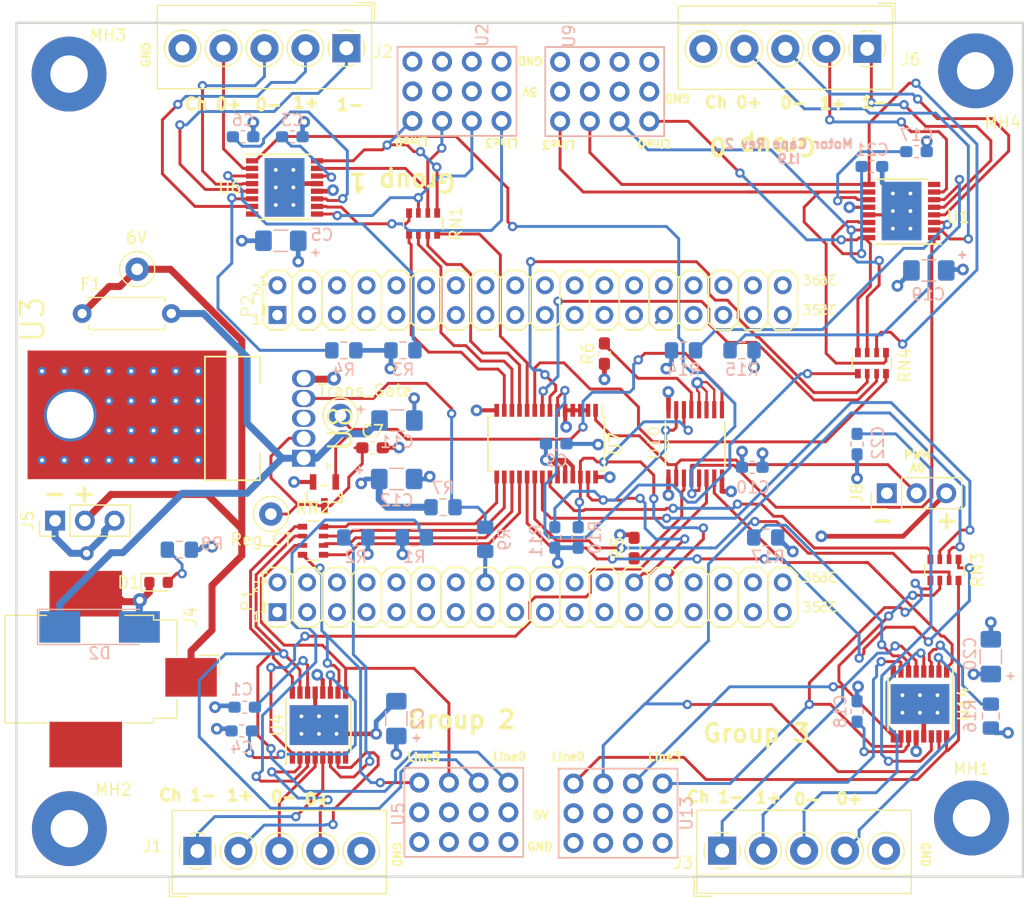
<source format=kicad_pcb>
(kicad_pcb (version 20171130) (host pcbnew "(5.0.0-3-g5ebb6b6)")
  (layers (0 F.Cu signal) (1 In1.Cu power) (2 In2.Cu power) (31 B.Cu signal) (34 B.Paste user) (35 F.Paste user) (36 B.SilkS user) (37 F.SilkS user) (38 B.Mask user) (39 F.Mask user) (44 Edge.Cuts user))
  (net 0 "")
  (net 1 "Net-(U1-Pad8)")
  (net 2 "Net-(P1-Pad1)")
  (net 3 "Net-(P1-Pad2)")
  (net 4 "Net-(P1-Pad3)")
  (net 5 "Net-(P1-Pad4)")
  (net 6 "Net-(P1-Pad5)")
  (net 7 "Net-(P1-Pad6)")
  (net 8 "Net-(P1-Pad7)")
  (net 9 "Net-(P1-Pad8)")
  (net 10 "Net-(P1-Pad9)")
  (net 11 "Net-(P1-Pad10)")
  (net 12 "Net-(P1-Pad11)")
  (net 13 "Net-(P1-Pad12)")
  (net 14 "Net-(P1-Pad13)")
  (net 15 "Net-(P1-Pad15)")
  (net 16 "Net-(P1-Pad17)")
  (net 17 "Net-(P1-Pad18)")
  (net 18 "Net-(P1-Pad19)")
  (net 19 "Net-(P1-Pad20)")
  (net 20 "Net-(P1-Pad21)")
  (net 21 "Net-(P1-Pad22)")
  (net 22 "Net-(P1-Pad23)")
  (net 23 "Net-(P1-Pad24)")
  (net 24 "Net-(P1-Pad25)")
  (net 25 "Net-(P1-Pad27)")
  (net 26 "Net-(P1-Pad29)")
  (net 27 "Net-(P1-Pad30)")
  (net 28 "Net-(P1-Pad31)")
  (net 29 "Net-(P1-Pad32)")
  (net 30 "Net-(P1-Pad33)")
  (net 31 "Net-(P1-Pad34)")
  (net 32 "Net-(P1-Pad35)")
  (net 33 "Net-(P1-Pad36)")
  (net 34 "Net-(P2-Pad36)")
  (net 35 "Net-(P2-Pad35)")
  (net 36 "Net-(P2-Pad34)")
  (net 37 "Net-(P2-Pad33)")
  (net 38 "Net-(P2-Pad32)")
  (net 39 "Net-(P2-Pad31)")
  (net 40 "Net-(P2-Pad30)")
  (net 41 "Net-(P2-Pad29)")
  (net 42 "Net-(P2-Pad28)")
  (net 43 "Net-(P2-Pad27)")
  (net 44 "Net-(P2-Pad26)")
  (net 45 "Net-(P2-Pad25)")
  (net 46 "Net-(P2-Pad24)")
  (net 47 "Net-(P2-Pad23)")
  (net 48 "Net-(P2-Pad22)")
  (net 49 "Net-(P2-Pad21)")
  (net 50 "Net-(P2-Pad20)")
  (net 51 "Net-(P2-Pad19)")
  (net 52 "Net-(P2-Pad18)")
  (net 53 "Net-(P2-Pad17)")
  (net 54 "Net-(P2-Pad16)")
  (net 55 "Net-(P2-Pad15)")
  (net 56 "Net-(P2-Pad14)")
  (net 57 "Net-(P2-Pad13)")
  (net 58 "Net-(P2-Pad12)")
  (net 59 "Net-(P2-Pad11)")
  (net 60 "Net-(P2-Pad10)")
  (net 61 "Net-(P2-Pad9)")
  (net 62 "Net-(P2-Pad8)")
  (net 63 "Net-(P2-Pad7)")
  (net 64 "Net-(P2-Pad6)")
  (net 65 "Net-(P2-Pad5)")
  (net 66 "Net-(P2-Pad4)")
  (net 67 "Net-(P2-Pad3)")
  (net 68 "Net-(P2-Pad2)")
  (net 69 "Net-(P2-Pad1)")
  (net 70 "Net-(U4-Pad8)")
  (net 71 "Net-(U6-Pad8)")
  (net 72 GND)
  (net 73 "Net-(R16-Pad2)")
  (net 74 "Net-(R17-Pad1)")
  (net 75 "Net-(U14-Pad8)")
  (net 76 "Net-(C18-Pad2)")
  (net 77 +5V)
  (net 78 "Net-(C22-Pad2)")
  (net 79 "Net-(J6-Pad1)")
  (net 80 "Net-(R14-Pad2)")
  (net 81 "Net-(J6-Pad2)")
  (net 82 "Net-(J6-Pad4)")
  (net 83 "Net-(R15-Pad1)")
  (net 84 "Net-(J6-Pad3)")
  (net 85 "Net-(C17-Pad2)")
  (net 86 "Net-(C21-Pad2)")
  (net 87 "Net-(J1-Pad1)")
  (net 88 "Net-(R1-Pad2)")
  (net 89 "Net-(J1-Pad2)")
  (net 90 "Net-(J1-Pad4)")
  (net 91 "Net-(R2-Pad1)")
  (net 92 "Net-(J1-Pad3)")
  (net 93 "Net-(C4-Pad2)")
  (net 94 "Net-(C1-Pad2)")
  (net 95 "Net-(J2-Pad1)")
  (net 96 "Net-(R3-Pad2)")
  (net 97 "Net-(J2-Pad2)")
  (net 98 "Net-(J2-Pad4)")
  (net 99 "Net-(R4-Pad1)")
  (net 100 "Net-(J2-Pad3)")
  (net 101 "Net-(C6-Pad2)")
  (net 102 "Net-(C3-Pad2)")
  (net 103 +6V)
  (net 104 "Net-(D1-Pad2)")
  (net 105 A0)
  (net 106 +3V3)
  (net 107 "Net-(R6-Pad2)")
  (net 108 "Net-(J3-Pad4)")
  (net 109 "Net-(J3-Pad3)")
  (net 110 "Net-(J3-Pad1)")
  (net 111 "Net-(J3-Pad2)")
  (net 112 "Net-(R5-Pad1)")
  (net 113 I2C_DATA)
  (net 114 I2C_CLK)
  (net 115 Vin)
  (net 116 Reg_CT)
  (net 117 Reg_ADJ)
  (net 118 Trans_Gate)
  (net 119 /U1_BIN2)
  (net 120 /U1_BIN1)
  (net 121 /U1_AIN1)
  (net 122 /U1_AIN2)
  (net 123 /PWM3)
  (net 124 /PWM1)
  (net 125 /PWM2)
  (net 126 /PWM0)
  (net 127 /PWM12)
  (net 128 /PWM14)
  (net 129 /PWM13)
  (net 130 /PWM15)
  (net 131 /U14_AIN2)
  (net 132 /U14_AIN1)
  (net 133 /U14_BIN1)
  (net 134 /U14_BIN2)
  (net 135 /PWM11)
  (net 136 /PWM10)
  (net 137 /PWM8)
  (net 138 /PWM9)
  (net 139 /U4_BIN2)
  (net 140 /U4_AIN2)
  (net 141 /U4_BIN1)
  (net 142 /U4_AIN1)
  (net 143 /U6_AIN1)
  (net 144 /U6_BIN1)
  (net 145 /U6_AIN2)
  (net 146 /U6_BIN2)
  (net 147 /PMW5)
  (net 148 /PWM4)
  (net 149 /PWM6)
  (net 150 /PWM7)
  (net 151 /GPIO_P0)
  (net 152 /GPIO_P2)
  (net 153 /GPIO_P1)
  (net 154 /GPIO_P3)
  (module TestPoint:TestPoint_Loop_D2.50mm_Drill1.0mm_LowProfile (layer F.Cu) (at 113.7412 110.998)
    (fp_text reference Reg_CT (at -0.8128 2.1844) (layer F.SilkS))
    (fp_text value TestPoint)
    (pad 1 thru_hole circle (at 0 0) (size 2 2) (drill 1) (layers *.Cu *.Mask) (net 116 Reg_CT))
  )
  (module TestPoint:TestPoint_Loop_D2.50mm_Drill1.0mm_LowProfile (layer F.Cu) (at 119.6848 102.5652)
    (fp_text reference Trans_Gate (at 2.0828 -2.1336) (layer F.SilkS))
    (fp_text value TestPoint)
    (pad 1 thru_hole circle (at 0 0) (size 2 2) (drill 1) (layers *.Cu *.Mask) (net 118 Trans_Gate))
  )
  (module TestPoint:TestPoint_Loop_D2.50mm_Drill1.0mm_LowProfile (layer F.Cu) (at 102.3112 90.0684)
    (fp_text reference 6V (at -0.0508 -2.6924) (layer F.SilkS))
    (fp_text value TestPoint)
    (pad 1 thru_hole circle (at 0 0) (size 2 2) (drill 1) (layers *.Cu *.Mask) (net 103 +6V))
  )
  (module Package_SO:TO170P470X1016X2092-5P-SMD (layer F.Cu) (at 104.3432 99.4156 90)
    (fp_text reference U3 (at 2.9464 -9.8044 90) (layer F.SilkS) (effects (font (size 1.979572 1.979572) (thickness 0.208376)) (justify left bottom)))
    (fp_text value UCC283-ADJ)
    (pad 6 thru_hole circle (at 0.635 3.175 90) (size 0.75 0.75) (drill 0.33) (layers *.Cu *.Mask) (net 72 GND))
    (pad 6 thru_hole circle (at -1.905 3.175 90) (size 0.75 0.75) (drill 0.33) (layers *.Cu *.Mask) (net 72 GND))
    (pad 6 thru_hole circle (at -4.445 3.175 90) (size 0.75 0.75) (drill 0.33) (layers *.Cu *.Mask) (net 72 GND))
    (pad 6 thru_hole circle (at -6.985 3.175 90) (size 0.75 0.75) (drill 0.33) (layers *.Cu *.Mask) (net 72 GND))
    (pad 6 thru_hole circle (at -6.985 1.27 90) (size 0.75 0.75) (drill 0.33) (layers *.Cu *.Mask) (net 72 GND))
    (pad 6 thru_hole circle (at -4.445 1.27 90) (size 0.75 0.75) (drill 0.33) (layers *.Cu *.Mask) (net 72 GND))
    (pad 6 thru_hole circle (at -1.905 1.27 90) (size 0.75 0.75) (drill 0.33) (layers *.Cu *.Mask) (net 72 GND))
    (pad 6 thru_hole circle (at 0.635 -0.635 90) (size 0.75 0.75) (drill 0.33) (layers *.Cu *.Mask) (net 72 GND))
    (pad 6 thru_hole circle (at -1.905 -0.635 90) (size 0.75 0.75) (drill 0.33) (layers *.Cu *.Mask) (net 72 GND))
    (pad 6 thru_hole circle (at -4.445 -0.635 90) (size 0.75 0.75) (drill 0.33) (layers *.Cu *.Mask) (net 72 GND))
    (pad 6 thru_hole circle (at -6.985 -0.635 90) (size 0.75 0.75) (drill 0.33) (layers *.Cu *.Mask) (net 72 GND))
    (pad 6 thru_hole circle (at -6.985 -2.54 90) (size 0.75 0.75) (drill 0.33) (layers *.Cu *.Mask) (net 72 GND))
    (pad 6 thru_hole circle (at -4.445 -2.54 90) (size 0.75 0.75) (drill 0.33) (layers *.Cu *.Mask) (net 72 GND))
    (pad 6 thru_hole circle (at -1.905 -2.54 90) (size 0.75 0.75) (drill 0.33) (layers *.Cu *.Mask) (net 72 GND))
    (pad 6 thru_hole circle (at 0.635 -2.54 90) (size 0.75 0.75) (drill 0.33) (layers *.Cu *.Mask) (net 72 GND))
    (pad 6 thru_hole circle (at 0.635 -4.445 90) (size 0.75 0.75) (drill 0.33) (layers *.Cu *.Mask) (net 72 GND))
    (pad 6 thru_hole circle (at -1.905 -4.445 90) (size 0.75 0.75) (drill 0.33) (layers *.Cu *.Mask) (net 72 GND))
    (pad 6 thru_hole circle (at -4.445 -4.445 90) (size 0.75 0.75) (drill 0.33) (layers *.Cu *.Mask) (net 72 GND))
    (pad 6 thru_hole circle (at -6.985 -4.445 90) (size 0.75 0.75) (drill 0.33) (layers *.Cu *.Mask) (net 72 GND))
    (pad 6 thru_hole circle (at -6.985 -6.35 90) (size 0.75 0.75) (drill 0.33) (layers *.Cu *.Mask) (net 72 GND))
    (pad 6 thru_hole circle (at -6.985 -8.255 90) (size 0.75 0.75) (drill 0.33) (layers *.Cu *.Mask) (net 72 GND))
    (pad 6 thru_hole circle (at -6.985 -10.16 90) (size 0.75 0.75) (drill 0.33) (layers *.Cu *.Mask) (net 72 GND))
    (pad 6 thru_hole circle (at 0.635 -10.16 90) (size 0.75 0.75) (drill 0.33) (layers *.Cu *.Mask) (net 72 GND))
    (pad 6 thru_hole circle (at 0.635 -8.255 90) (size 0.75 0.75) (drill 0.33) (layers *.Cu *.Mask) (net 72 GND))
    (pad 6 thru_hole circle (at 0.635 -6.35 90) (size 0.75 0.75) (drill 0.33) (layers *.Cu *.Mask) (net 72 GND))
    (pad 6 thru_hole circle (at 0.635 1.27 90) (size 0.75 0.75) (drill 0.33) (layers *.Cu *.Mask) (net 72 GND))
    (pad 1 thru_hole roundrect (at -6.8072 12.2 90) (size 1.45 2) (drill 1.2) (layers *.Cu *.Mask) (roundrect_rratio 0.035) (net 115 Vin))
    (pad 2 thru_hole oval (at -5.1 12.2 90) (size 1.45 2) (drill 1.2) (layers *.Cu *.Mask) (net 116 Reg_CT))
    (pad 3 thru_hole oval (at -3.4 12.2 90) (size 1.45 2) (drill 1.2) (layers *.Cu *.Mask) (net 72 GND))
    (pad 4 thru_hole oval (at -1.7 12.2 90) (size 1.45 2) (drill 1.2) (layers *.Cu *.Mask) (net 117 Reg_ADJ))
    (pad 5 thru_hole oval (at 0 12.2 90) (size 1.45 2) (drill 1.2) (layers *.Cu *.Mask) (net 77 +5V))
    (pad 6 smd rect (at -3.1 -2.9 90) (size 11 17) (layers F.Cu F.Paste F.Mask) (net 72 GND))
    (pad 6 thru_hole circle (at -3.1242 -7.747 90) (size 4.5 4.5) (drill 4) (layers *.Cu *.Mask) (net 72 GND))
  )
  (module Connector_PinHeader_2.54mm:PinHeader_1x03_P2.54mm_Vertical (layer F.Cu) (at 95.3008 111.5568 90)
    (fp_text reference J5 (at 0 -2.33 90) (layer F.SilkS))
    (fp_text value Power_Conn)
    (pad 3 thru_hole oval (at 0 5.08 90) (size 1.7 1.7) (drill 1) (layers *.Cu *.Mask) (net 72 GND))
    (pad 2 thru_hole oval (at 0 2.54 90) (size 1.7 1.7) (drill 1) (layers *.Cu *.Mask) (net 103 +6V))
    (pad 1 thru_hole rect (at 0 0 90) (size 1.7 1.7) (drill 1) (layers *.Cu *.Mask) (net 72 GND))
  )
  (module Resistor_THT:R_Axial_DIN0207_L6.3mm_D2.5mm_P7.62mm_Horizontal (layer F.Cu) (at 97.6122 93.853)
    (fp_text reference F1 (at 0.7366 -2.5146) (layer F.SilkS))
    (fp_text value Fuse)
    (pad 2 thru_hole oval (at 7.62 0) (size 1.6 1.6) (drill 0.8) (layers *.Cu *.Mask) (net 115 Vin))
    (pad 1 thru_hole circle (at 0 0) (size 1.6 1.6) (drill 0.8) (layers *.Cu *.Mask) (net 103 +6V))
  )
  (module TerminalBlock_4Ucon:TerminalBlock_4Ucon_1x05_P3.50mm_Horizontal (layer F.Cu) (at 152.3036 139.7762)
    (fp_text reference J3 (at -3.3072 1.0414) (layer F.SilkS))
    (fp_text value Screw_Terminal_01x05)
    (pad 5 thru_hole circle (at 14 0) (size 2.4 2.4) (drill 1.2) (layers *.Cu *.Mask) (net 72 GND))
    (pad 4 thru_hole circle (at 10.5 0) (size 2.4 2.4) (drill 1.2) (layers *.Cu *.Mask) (net 108 "Net-(J3-Pad4)"))
    (pad 3 thru_hole circle (at 7 0) (size 2.4 2.4) (drill 1.2) (layers *.Cu *.Mask) (net 109 "Net-(J3-Pad3)"))
    (pad 2 thru_hole circle (at 3.5 0) (size 2.4 2.4) (drill 1.2) (layers *.Cu *.Mask) (net 111 "Net-(J3-Pad2)"))
    (pad 1 thru_hole rect (at 0 0) (size 2.4 2.4) (drill 1.2) (layers *.Cu *.Mask) (net 110 "Net-(J3-Pad1)"))
  )
  (module MountingHole:MountingHole_3.2mm_M3_Pad (layer F.Cu) (at 173.9646 73.1012)
    (fp_text reference MH4 (at 2.3114 4.4196) (layer F.SilkS))
    (fp_text value MountingHole)
    (pad 1 thru_hole circle (at 0 0) (size 6.4 6.4) (drill 3.2) (layers *.Cu *.Mask))
  )
  (module Capacitor_SMD:C_0603_1608Metric_Pad1.05x0.95mm_HandSolder (layer F.Cu) (at 122.428 105.3338)
    (fp_text reference C7 (at 0 -1.43) (layer F.SilkS))
    (fp_text value "2.2pF, 6V")
    (pad 2 smd roundrect (at 0.875 0) (size 1.05 0.95) (layers F.Cu F.Paste F.Mask) (net 72 GND))
    (pad 1 smd roundrect (at -0.875 0) (size 1.05 0.95) (layers F.Cu F.Paste F.Mask) (net 116 Reg_CT))
  )
  (module Resistor_SMD:R_0805_2012Metric_Pad1.15x1.40mm_HandSolder (layer B.Cu) (at 132.0546 113.157 90)
    (fp_text reference R9 (at 0 1.65 90) (layer B.SilkS) (effects (justify mirror)))
    (fp_text value 150K)
    (pad 2 smd roundrect (at 1.025 0 90) (size 1.15 1.4) (layers B.Cu B.Paste B.Mask) (roundrect_rratio 0.217391) (net 117 Reg_ADJ))
    (pad 1 smd roundrect (at -1.025 0 90) (size 1.15 1.4) (layers B.Cu B.Paste B.Mask) (roundrect_rratio 0.217391) (net 72 GND))
  )
  (module Resistor_SMD:R_0805_2012Metric_Pad1.15x1.40mm_HandSolder (layer B.Cu) (at 128.4478 110.4138 180)
    (fp_text reference R7 (at 0 1.65 180) (layer B.SilkS) (effects (justify mirror)))
    (fp_text value 50K)
    (pad 2 smd roundrect (at 1.025 0 180) (size 1.15 1.4) (layers B.Cu B.Paste B.Mask) (roundrect_rratio 0.217391) (net 77 +5V))
    (pad 1 smd roundrect (at -1.025 0 180) (size 1.15 1.4) (layers B.Cu B.Paste B.Mask) (roundrect_rratio 0.217391) (net 117 Reg_ADJ))
  )
  (module BSS138Q-7-F:SOT95P240X110-3N (layer F.Cu) (at 118.3132 109.2708 270)
    (fp_text reference U8 (at -3.45448 -2.54006 270) (layer F.SilkS) (effects (font (size 1.978707 1.978707) (thickness 0.208285)) (justify left bottom)))
    (fp_text value BSS138Q-7-F)
    (fp_text user * (at -1.856 -1.39836 270) (layer F.SilkS) (effects (font (size 1.207678 1.207678) (thickness 0.076274)) (justify left bottom)))
    (pad 3 smd rect (at 1.016 0 270) (size 1.3208 0.5588) (layers F.Cu F.Paste F.Mask) (net 116 Reg_CT))
    (pad 2 smd rect (at -1.016 0.9652 270) (size 1.3208 0.5588) (layers F.Cu F.Paste F.Mask) (net 72 GND))
    (pad 1 smd rect (at -1.016 -0.9652 270) (size 1.3208 0.5588) (layers F.Cu F.Paste F.Mask) (net 118 Trans_Gate))
  )
  (module Package_SO:TSSOP-28_4.4x9.7mm_P0.65mm (layer F.Cu) (at 137.2616 104.9782 270)
    (fp_text reference U7 (at 0 -5.9 270) (layer F.SilkS))
    (fp_text value PCA9685PW)
    (pad 28 smd rect (at 2.85 -4.225 270) (size 1.1 0.4) (layers F.Cu F.Paste F.Mask) (net 106 +3V3))
    (pad 27 smd rect (at 2.85 -3.575 270) (size 1.1 0.4) (layers F.Cu F.Paste F.Mask) (net 113 I2C_DATA))
    (pad 26 smd rect (at 2.85 -2.925 270) (size 1.1 0.4) (layers F.Cu F.Paste F.Mask) (net 114 I2C_CLK))
    (pad 25 smd rect (at 2.85 -2.275 270) (size 1.1 0.4) (layers F.Cu F.Paste F.Mask) (net 72 GND))
    (pad 24 smd rect (at 2.85 -1.625 270) (size 1.1 0.4) (layers F.Cu F.Paste F.Mask) (net 72 GND))
    (pad 23 smd rect (at 2.85 -0.975 270) (size 1.1 0.4) (layers F.Cu F.Paste F.Mask) (net 72 GND))
    (pad 22 smd rect (at 2.85 -0.325 270) (size 1.1 0.4) (layers F.Cu F.Paste F.Mask) (net 130 /PWM15))
    (pad 21 smd rect (at 2.85 0.325 270) (size 1.1 0.4) (layers F.Cu F.Paste F.Mask) (net 128 /PWM14))
    (pad 20 smd rect (at 2.85 0.975 270) (size 1.1 0.4) (layers F.Cu F.Paste F.Mask) (net 129 /PWM13))
    (pad 19 smd rect (at 2.85 1.625 270) (size 1.1 0.4) (layers F.Cu F.Paste F.Mask) (net 127 /PWM12))
    (pad 18 smd rect (at 2.85 2.275 270) (size 1.1 0.4) (layers F.Cu F.Paste F.Mask) (net 135 /PWM11))
    (pad 17 smd rect (at 2.85 2.925 270) (size 1.1 0.4) (layers F.Cu F.Paste F.Mask) (net 136 /PWM10))
    (pad 16 smd rect (at 2.85 3.575 270) (size 1.1 0.4) (layers F.Cu F.Paste F.Mask) (net 138 /PWM9))
    (pad 15 smd rect (at 2.85 4.225 270) (size 1.1 0.4) (layers F.Cu F.Paste F.Mask) (net 137 /PWM8))
    (pad 14 smd rect (at -2.85 4.225 270) (size 1.1 0.4) (layers F.Cu F.Paste F.Mask) (net 72 GND))
    (pad 13 smd rect (at -2.85 3.575 270) (size 1.1 0.4) (layers F.Cu F.Paste F.Mask) (net 150 /PWM7))
    (pad 12 smd rect (at -2.85 2.925 270) (size 1.1 0.4) (layers F.Cu F.Paste F.Mask) (net 149 /PWM6))
    (pad 11 smd rect (at -2.85 2.275 270) (size 1.1 0.4) (layers F.Cu F.Paste F.Mask) (net 147 /PMW5))
    (pad 10 smd rect (at -2.85 1.625 270) (size 1.1 0.4) (layers F.Cu F.Paste F.Mask) (net 148 /PWM4))
    (pad 9 smd rect (at -2.85 0.975 270) (size 1.1 0.4) (layers F.Cu F.Paste F.Mask) (net 123 /PWM3))
    (pad 8 smd rect (at -2.85 0.325 270) (size 1.1 0.4) (layers F.Cu F.Paste F.Mask) (net 125 /PWM2))
    (pad 7 smd rect (at -2.85 -0.325 270) (size 1.1 0.4) (layers F.Cu F.Paste F.Mask) (net 124 /PWM1))
    (pad 6 smd rect (at -2.85 -0.975 270) (size 1.1 0.4) (layers F.Cu F.Paste F.Mask) (net 126 /PWM0))
    (pad 5 smd rect (at -2.85 -1.625 270) (size 1.1 0.4) (layers F.Cu F.Paste F.Mask) (net 72 GND))
    (pad 4 smd rect (at -2.85 -2.275 270) (size 1.1 0.4) (layers F.Cu F.Paste F.Mask) (net 72 GND))
    (pad 3 smd rect (at -2.85 -2.925 270) (size 1.1 0.4) (layers F.Cu F.Paste F.Mask) (net 72 GND))
    (pad 2 smd rect (at -2.85 -3.575 270) (size 1.1 0.4) (layers F.Cu F.Paste F.Mask) (net 72 GND))
    (pad 1 smd rect (at -2.85 -4.225 270) (size 1.1 0.4) (layers F.Cu F.Paste F.Mask) (net 105 A0))
  )
  (module "PocketBeagle:TH-2X18-(35MIL-DIA)" (layer F.Cu) (at 135.89 118.11)
    (fp_text reference P1 (at -24.13 0.254 90) (layer F.SilkS) (effects (font (size 1.016 1.016) (thickness 0.127))))
    (fp_text value 2X18-_INCH_-0.1-TH-_35MIL-DIA_-W_O-SILK hide)
    (fp_text user 35 (at 25.4508 0.8636) (layer F.SilkS) (effects (font (size 0.8128 0.8128) (thickness 0.127)) (justify mirror)))
    (fp_text user 36 (at 25.4508 -1.6764) (layer F.SilkS) (effects (font (size 0.8128 0.8128) (thickness 0.127)) (justify mirror)))
    (fp_text user 1 (at -22.7076 0.8636) (layer F.SilkS) (effects (font (size 0.8128 0.8128) (thickness 0.127)) (justify mirror)))
    (fp_text user 2 (at -22.7076 -1.6764) (layer F.SilkS) (effects (font (size 0.8128 0.8128) (thickness 0.127)) (justify mirror)))
    (fp_text user 36 (at 24.0538 -1.6764) (layer F.SilkS) (effects (font (size 0.8128 0.8128) (thickness 0.127))))
    (fp_text user 35 (at 24.0538 0.8636) (layer F.SilkS) (effects (font (size 0.8128 0.8128) (thickness 0.127))))
    (fp_text user 2 (at -23.3934 -0.8636 180) (layer F.SilkS) (effects (font (size 0.8128 0.8128) (thickness 0.127))))
    (fp_text user 1 (at -23.3934 1.6764 180) (layer F.SilkS) (effects (font (size 0.8128 0.8128) (thickness 0.127))))
    (pad 36 thru_hole circle (at 21.59 -1.27) (size 1.524 3.048) (drill 0.889) (layers *.Cu *.Paste *.Mask) (net 33 "Net-(P1-Pad36)"))
    (pad 35 thru_hole circle (at 21.59 1.27) (size 1.524 3.048) (drill 0.889) (layers *.Cu *.Paste *.Mask) (net 32 "Net-(P1-Pad35)"))
    (pad 34 thru_hole circle (at 19.05 -1.27) (size 1.524 3.048) (drill 0.889) (layers *.Cu *.Paste *.Mask) (net 31 "Net-(P1-Pad34)"))
    (pad 33 thru_hole circle (at 19.05 1.27) (size 1.524 3.048) (drill 0.889) (layers *.Cu *.Paste *.Mask) (net 30 "Net-(P1-Pad33)"))
    (pad 32 thru_hole circle (at 16.51 -1.27) (size 1.524 3.048) (drill 0.889) (layers *.Cu *.Paste *.Mask) (net 29 "Net-(P1-Pad32)"))
    (pad 31 thru_hole circle (at 16.51 1.27) (size 1.524 3.048) (drill 0.889) (layers *.Cu *.Paste *.Mask) (net 28 "Net-(P1-Pad31)"))
    (pad 30 thru_hole circle (at 13.97 -1.27) (size 1.524 3.048) (drill 0.889) (layers *.Cu *.Paste *.Mask) (net 27 "Net-(P1-Pad30)"))
    (pad 29 thru_hole circle (at 13.97 1.27) (size 1.524 3.048) (drill 0.889) (layers *.Cu *.Paste *.Mask) (net 26 "Net-(P1-Pad29)"))
    (pad 28 thru_hole circle (at 11.43 -1.27) (size 1.524 3.048) (drill 0.889) (layers *.Cu *.Paste *.Mask) (net 114 I2C_CLK))
    (pad 27 thru_hole circle (at 11.43 1.27) (size 1.524 3.048) (drill 0.889) (layers *.Cu *.Paste *.Mask) (net 25 "Net-(P1-Pad27)"))
    (pad 26 thru_hole circle (at 8.89 -1.27) (size 1.524 3.048) (drill 0.889) (layers *.Cu *.Paste *.Mask) (net 113 I2C_DATA))
    (pad 25 thru_hole circle (at 8.89 1.27) (size 1.524 3.048) (drill 0.889) (layers *.Cu *.Paste *.Mask) (net 24 "Net-(P1-Pad25)"))
    (pad 24 thru_hole circle (at 6.35 -1.27) (size 1.524 3.048) (drill 0.889) (layers *.Cu *.Paste *.Mask) (net 23 "Net-(P1-Pad24)"))
    (pad 23 thru_hole circle (at 6.35 1.27) (size 1.524 3.048) (drill 0.889) (layers *.Cu *.Paste *.Mask) (net 22 "Net-(P1-Pad23)"))
    (pad 22 thru_hole circle (at 3.81 -1.27) (size 1.524 3.048) (drill 0.889) (layers *.Cu *.Paste *.Mask) (net 21 "Net-(P1-Pad22)"))
    (pad 21 thru_hole circle (at 3.81 1.27) (size 1.524 3.048) (drill 0.889) (layers *.Cu *.Paste *.Mask) (net 20 "Net-(P1-Pad21)"))
    (pad 20 thru_hole circle (at 1.27 -1.27) (size 1.524 3.048) (drill 0.889) (layers *.Cu *.Paste *.Mask) (net 19 "Net-(P1-Pad20)"))
    (pad 19 thru_hole circle (at 1.27 1.27) (size 1.524 3.048) (drill 0.889) (layers *.Cu *.Paste *.Mask) (net 18 "Net-(P1-Pad19)"))
    (pad 18 thru_hole circle (at -1.27 -1.27) (size 1.524 3.048) (drill 0.889) (layers *.Cu *.Paste *.Mask) (net 17 "Net-(P1-Pad18)"))
    (pad 17 thru_hole circle (at -1.27 1.27) (size 1.524 3.048) (drill 0.889) (layers *.Cu *.Paste *.Mask) (net 16 "Net-(P1-Pad17)"))
    (pad 16 thru_hole circle (at -3.81 -1.27) (size 1.524 3.048) (drill 0.889) (layers *.Cu *.Paste *.Mask) (net 72 GND))
    (pad 15 thru_hole circle (at -3.81 1.27) (size 1.524 3.048) (drill 0.889) (layers *.Cu *.Paste *.Mask) (net 15 "Net-(P1-Pad15)"))
    (pad 14 thru_hole circle (at -6.35 -1.27) (size 1.524 3.048) (drill 0.889) (layers *.Cu *.Paste *.Mask) (net 106 +3V3))
    (pad 13 thru_hole circle (at -6.35 1.27) (size 1.524 3.048) (drill 0.889) (layers *.Cu *.Paste *.Mask) (net 14 "Net-(P1-Pad13)"))
    (pad 12 thru_hole circle (at -8.89 -1.27) (size 1.524 3.048) (drill 0.889) (layers *.Cu *.Paste *.Mask) (net 13 "Net-(P1-Pad12)"))
    (pad 11 thru_hole circle (at -8.89 1.27) (size 1.524 3.048) (drill 0.889) (layers *.Cu *.Paste *.Mask) (net 12 "Net-(P1-Pad11)"))
    (pad 10 thru_hole circle (at -11.43 -1.27) (size 1.524 3.048) (drill 0.889) (layers *.Cu *.Paste *.Mask) (net 11 "Net-(P1-Pad10)"))
    (pad 9 thru_hole circle (at -11.43 1.27) (size 1.524 3.048) (drill 0.889) (layers *.Cu *.Paste *.Mask) (net 10 "Net-(P1-Pad9)"))
    (pad 8 thru_hole circle (at -13.97 -1.27) (size 1.524 3.048) (drill 0.889) (layers *.Cu *.Paste *.Mask) (net 9 "Net-(P1-Pad8)"))
    (pad 7 thru_hole circle (at -13.97 1.27) (size 1.524 3.048) (drill 0.889) (layers *.Cu *.Paste *.Mask) (net 8 "Net-(P1-Pad7)"))
    (pad 6 thru_hole circle (at -16.51 -1.27) (size 1.524 3.048) (drill 0.889) (layers *.Cu *.Paste *.Mask) (net 7 "Net-(P1-Pad6)"))
    (pad 5 thru_hole circle (at -16.51 1.27) (size 1.524 3.048) (drill 0.889) (layers *.Cu *.Paste *.Mask) (net 6 "Net-(P1-Pad5)"))
    (pad 4 thru_hole circle (at -19.05 -1.27) (size 1.524 3.048) (drill 0.889) (layers *.Cu *.Paste *.Mask) (net 5 "Net-(P1-Pad4)"))
    (pad 3 thru_hole circle (at -19.05 1.27) (size 1.524 3.048) (drill 0.889) (layers *.Cu *.Paste *.Mask) (net 4 "Net-(P1-Pad3)"))
    (pad 2 thru_hole circle (at -21.59 -1.27) (size 1.524 3.048) (drill 0.889) (layers *.Cu *.Paste *.Mask) (net 3 "Net-(P1-Pad2)"))
    (pad 1 thru_hole rect (at -21.59 1.27) (size 1.524 1.524) (drill 0.889) (layers *.Cu *.Paste *.Mask) (net 2 "Net-(P1-Pad1)"))
  )
  (module Connector:Conn_3x4 (layer B.Cu) (at 134.0358 136.4996 90)
    (fp_text reference U5 (at -0.1524 -9.4234 90) (layer B.SilkS))
    (fp_text value Conn_03x04_Female)
    (pad 4 thru_hole circle (at -2.54 -7.62 90) (size 1.7 1.7) (drill 1) (layers *.Cu *.Mask) (net 72 GND))
    (pad 8 thru_hole circle (at 0 -7.62 90) (size 1.7 1.7) (drill 1) (layers *.Cu *.Mask) (net 77 +5V))
    (pad 12 thru_hole circle (at 2.54 -7.62 90) (size 1.7 1.7) (drill 1) (layers *.Cu *.Mask) (net 139 /U4_BIN2))
    (pad 11 thru_hole circle (at 2.54 -5.08 90) (size 1.7 1.7) (drill 1) (layers *.Cu *.Mask) (net 141 /U4_BIN1))
    (pad 7 thru_hole circle (at 0 -5.08 90) (size 1.7 1.7) (drill 1) (layers *.Cu *.Mask) (net 77 +5V))
    (pad 3 thru_hole circle (at -2.54 -5.08 90) (size 1.7 1.7) (drill 1) (layers *.Cu *.Mask) (net 72 GND))
    (pad 10 thru_hole circle (at 2.54 -2.54 90) (size 1.7 1.7) (drill 1) (layers *.Cu *.Mask) (net 140 /U4_AIN2))
    (pad 6 thru_hole circle (at 0 -2.54 90) (size 1.7 1.7) (drill 1) (layers *.Cu *.Mask) (net 77 +5V))
    (pad 2 thru_hole circle (at -2.54 -2.54 90) (size 1.7 1.7) (drill 1) (layers *.Cu *.Mask) (net 72 GND))
    (pad 9 thru_hole circle (at 2.54 0 90) (size 1.7 1.7) (drill 1) (layers *.Cu *.Mask) (net 142 /U4_AIN1))
    (pad 5 thru_hole circle (at 0 0 90) (size 1.7 1.7) (drill 1) (layers *.Cu *.Mask) (net 77 +5V))
    (pad 1 thru_hole circle (at -2.54 0 90) (size 1.7 1.7) (drill 1) (layers *.Cu *.Mask) (net 72 GND))
  )
  (module Connector:Conn_3x4 (layer B.Cu) (at 125.8316 74.8538 270)
    (fp_text reference U2 (at -4.8006 -5.969 270) (layer B.SilkS))
    (fp_text value Conn_03x04_Female)
    (pad 4 thru_hole circle (at -2.54 -7.62 270) (size 1.7 1.7) (drill 1) (layers *.Cu *.Mask) (net 72 GND))
    (pad 8 thru_hole circle (at 0 -7.62 270) (size 1.7 1.7) (drill 1) (layers *.Cu *.Mask) (net 77 +5V))
    (pad 12 thru_hole circle (at 2.54 -7.62 270) (size 1.7 1.7) (drill 1) (layers *.Cu *.Mask) (net 146 /U6_BIN2))
    (pad 11 thru_hole circle (at 2.54 -5.08 270) (size 1.7 1.7) (drill 1) (layers *.Cu *.Mask) (net 144 /U6_BIN1))
    (pad 7 thru_hole circle (at 0 -5.08 270) (size 1.7 1.7) (drill 1) (layers *.Cu *.Mask) (net 77 +5V))
    (pad 3 thru_hole circle (at -2.54 -5.08 270) (size 1.7 1.7) (drill 1) (layers *.Cu *.Mask) (net 72 GND))
    (pad 10 thru_hole circle (at 2.54 -2.54 270) (size 1.7 1.7) (drill 1) (layers *.Cu *.Mask) (net 145 /U6_AIN2))
    (pad 6 thru_hole circle (at 0 -2.54 270) (size 1.7 1.7) (drill 1) (layers *.Cu *.Mask) (net 77 +5V))
    (pad 2 thru_hole circle (at -2.54 -2.54 270) (size 1.7 1.7) (drill 1) (layers *.Cu *.Mask) (net 72 GND))
    (pad 9 thru_hole circle (at 2.54 0 270) (size 1.7 1.7) (drill 1) (layers *.Cu *.Mask) (net 143 /U6_AIN1))
    (pad 5 thru_hole circle (at 0 0 270) (size 1.7 1.7) (drill 1) (layers *.Cu *.Mask) (net 77 +5V))
    (pad 1 thru_hole circle (at -2.54 0 270) (size 1.7 1.7) (drill 1) (layers *.Cu *.Mask) (net 72 GND))
  )
  (module Connector:Conn_3x4 (layer B.Cu) (at 146.0754 74.8792 90)
    (fp_text reference U9 (at 4.7498 -6.858 90) (layer B.SilkS))
    (fp_text value Conn_03x04_Female)
    (pad 4 thru_hole circle (at -2.54 -7.62 90) (size 1.7 1.7) (drill 1) (layers *.Cu *.Mask) (net 119 /U1_BIN2))
    (pad 8 thru_hole circle (at 0 -7.62 90) (size 1.7 1.7) (drill 1) (layers *.Cu *.Mask) (net 77 +5V))
    (pad 12 thru_hole circle (at 2.54 -7.62 90) (size 1.7 1.7) (drill 1) (layers *.Cu *.Mask) (net 72 GND))
    (pad 11 thru_hole circle (at 2.54 -5.08 90) (size 1.7 1.7) (drill 1) (layers *.Cu *.Mask) (net 72 GND))
    (pad 7 thru_hole circle (at 0 -5.08 90) (size 1.7 1.7) (drill 1) (layers *.Cu *.Mask) (net 77 +5V))
    (pad 3 thru_hole circle (at -2.54 -5.08 90) (size 1.7 1.7) (drill 1) (layers *.Cu *.Mask) (net 120 /U1_BIN1))
    (pad 10 thru_hole circle (at 2.54 -2.54 90) (size 1.7 1.7) (drill 1) (layers *.Cu *.Mask) (net 72 GND))
    (pad 6 thru_hole circle (at 0 -2.54 90) (size 1.7 1.7) (drill 1) (layers *.Cu *.Mask) (net 77 +5V))
    (pad 2 thru_hole circle (at -2.54 -2.54 90) (size 1.7 1.7) (drill 1) (layers *.Cu *.Mask) (net 122 /U1_AIN2))
    (pad 9 thru_hole circle (at 2.54 0 90) (size 1.7 1.7) (drill 1) (layers *.Cu *.Mask) (net 72 GND))
    (pad 5 thru_hole circle (at 0 0 90) (size 1.7 1.7) (drill 1) (layers *.Cu *.Mask) (net 77 +5V))
    (pad 1 thru_hole circle (at -2.54 0 90) (size 1.7 1.7) (drill 1) (layers *.Cu *.Mask) (net 121 /U1_AIN1))
  )
  (module Connector:Conn_3x4 (layer B.Cu) (at 139.5984 136.5758 270)
    (fp_text reference U13 (at 0 -9.652 270) (layer B.SilkS))
    (fp_text value Conn_03x04_Female)
    (pad 4 thru_hole circle (at -2.54 -7.62 270) (size 1.7 1.7) (drill 1) (layers *.Cu *.Mask) (net 134 /U14_BIN2))
    (pad 8 thru_hole circle (at 0 -7.62 270) (size 1.7 1.7) (drill 1) (layers *.Cu *.Mask) (net 77 +5V))
    (pad 12 thru_hole circle (at 2.54 -7.62 270) (size 1.7 1.7) (drill 1) (layers *.Cu *.Mask) (net 72 GND))
    (pad 11 thru_hole circle (at 2.54 -5.08 270) (size 1.7 1.7) (drill 1) (layers *.Cu *.Mask) (net 72 GND))
    (pad 7 thru_hole circle (at 0 -5.08 270) (size 1.7 1.7) (drill 1) (layers *.Cu *.Mask) (net 77 +5V))
    (pad 3 thru_hole circle (at -2.54 -5.08 270) (size 1.7 1.7) (drill 1) (layers *.Cu *.Mask) (net 133 /U14_BIN1))
    (pad 10 thru_hole circle (at 2.54 -2.54 270) (size 1.7 1.7) (drill 1) (layers *.Cu *.Mask) (net 72 GND))
    (pad 6 thru_hole circle (at 0 -2.54 270) (size 1.7 1.7) (drill 1) (layers *.Cu *.Mask) (net 77 +5V))
    (pad 2 thru_hole circle (at -2.54 -2.54 270) (size 1.7 1.7) (drill 1) (layers *.Cu *.Mask) (net 131 /U14_AIN2))
    (pad 9 thru_hole circle (at 2.54 0 270) (size 1.7 1.7) (drill 1) (layers *.Cu *.Mask) (net 72 GND))
    (pad 5 thru_hole circle (at 0 0 270) (size 1.7 1.7) (drill 1) (layers *.Cu *.Mask) (net 77 +5V))
    (pad 1 thru_hole circle (at -2.54 0 270) (size 1.7 1.7) (drill 1) (layers *.Cu *.Mask) (net 132 /U14_AIN1))
  )
  (module Diode_SMD:D_MELF_Handsoldering (layer B.Cu) (at 99.1 120.65)
    (fp_text reference D2 (at 0 2.25) (layer B.SilkS) (effects (justify mirror)))
    (fp_text value D_Zener)
    (pad 2 smd rect (at 3.4 0) (size 3.5 2.7) (layers B.Cu B.Paste B.Mask) (net 72 GND))
    (pad 1 smd rect (at -3.4 0) (size 3.5 2.7) (layers B.Cu B.Paste B.Mask) (net 115 Vin))
  )
  (module MountingHole:MountingHole_3.2mm_M3_Pad (layer F.Cu) (at 173.609 136.9822)
    (fp_text reference MH1 (at 0 -4.2) (layer F.SilkS))
    (fp_text value MountingHole)
    (pad 1 thru_hole circle (at 0 0) (size 6.4 6.4) (drill 3.2) (layers *.Cu *.Mask))
  )
  (module MountingHole:MountingHole_3.2mm_M3_Pad (layer F.Cu) (at 96.52 137.8966)
    (fp_text reference MH2 (at 3.7592 -3.3274) (layer F.SilkS))
    (fp_text value MountingHole)
    (pad 1 thru_hole circle (at 0 0) (size 6.4 6.4) (drill 3.2) (layers *.Cu *.Mask))
  )
  (module MountingHole:MountingHole_3.2mm_M3_Pad (layer F.Cu) (at 96.4946 73.3806)
    (fp_text reference MH3 (at 3.3274 -3.3274) (layer F.SilkS))
    (fp_text value MountingHole)
    (pad 1 thru_hole circle (at 0 0) (size 6.4 6.4) (drill 3.2) (layers *.Cu *.Mask))
  )
  (module Resistor_SMD:R_Array_Convex_4x0603 (layer F.Cu) (at 165.1 98.0948 90)
    (fp_text reference RN4 (at -0.2032 2.794 90) (layer F.SilkS))
    (fp_text value RESISTOR.NETWORK-_4_220)
    (pad 5 smd rect (at 0.9 1.2 90) (size 0.8 0.5) (layers F.Cu F.Paste F.Mask) (net 119 /U1_BIN2))
    (pad 6 smd rect (at 0.9 0.4 90) (size 0.8 0.4) (layers F.Cu F.Paste F.Mask) (net 120 /U1_BIN1))
    (pad 8 smd rect (at 0.9 -1.2 90) (size 0.8 0.5) (layers F.Cu F.Paste F.Mask) (net 121 /U1_AIN1))
    (pad 7 smd rect (at 0.9 -0.4 90) (size 0.8 0.4) (layers F.Cu F.Paste F.Mask) (net 122 /U1_AIN2))
    (pad 4 smd rect (at -0.9 1.2 90) (size 0.8 0.5) (layers F.Cu F.Paste F.Mask) (net 123 /PWM3))
    (pad 2 smd rect (at -0.9 -0.4 90) (size 0.8 0.4) (layers F.Cu F.Paste F.Mask) (net 124 /PWM1))
    (pad 3 smd rect (at -0.9 0.4 90) (size 0.8 0.4) (layers F.Cu F.Paste F.Mask) (net 125 /PWM2))
    (pad 1 smd rect (at -0.9 -1.2 90) (size 0.8 0.5) (layers F.Cu F.Paste F.Mask) (net 126 /PWM0))
  )
  (module Resistor_SMD:R_Array_Convex_4x0603 (layer F.Cu) (at 171.298 115.773 270)
    (fp_text reference RN3 (at 0 -2.8 270) (layer F.SilkS))
    (fp_text value RESISTOR.NETWORK-_4_220)
    (pad 5 smd rect (at 0.9 1.2 270) (size 0.8 0.5) (layers F.Cu F.Paste F.Mask) (net 134 /U14_BIN2))
    (pad 6 smd rect (at 0.9 0.4 270) (size 0.8 0.4) (layers F.Cu F.Paste F.Mask) (net 133 /U14_BIN1))
    (pad 8 smd rect (at 0.9 -1.2 270) (size 0.8 0.5) (layers F.Cu F.Paste F.Mask) (net 132 /U14_AIN1))
    (pad 7 smd rect (at 0.9 -0.4 270) (size 0.8 0.4) (layers F.Cu F.Paste F.Mask) (net 131 /U14_AIN2))
    (pad 4 smd rect (at -0.9 1.2 270) (size 0.8 0.5) (layers F.Cu F.Paste F.Mask) (net 130 /PWM15))
    (pad 2 smd rect (at -0.9 -0.4 270) (size 0.8 0.4) (layers F.Cu F.Paste F.Mask) (net 129 /PWM13))
    (pad 3 smd rect (at -0.9 0.4 270) (size 0.8 0.4) (layers F.Cu F.Paste F.Mask) (net 128 /PWM14))
    (pad 1 smd rect (at -0.9 -1.2 270) (size 0.8 0.5) (layers F.Cu F.Paste F.Mask) (net 127 /PWM12))
  )
  (module Resistor_SMD:R_Array_Convex_4x0603 (layer F.Cu) (at 117.338 113.279)
    (fp_text reference RN2 (at 0 -2.8) (layer F.SilkS))
    (fp_text value RESISTOR.NETWORK-_4_220)
    (pad 5 smd rect (at 0.9 1.2) (size 0.8 0.5) (layers F.Cu F.Paste F.Mask) (net 135 /PWM11))
    (pad 6 smd rect (at 0.9 0.4) (size 0.8 0.4) (layers F.Cu F.Paste F.Mask) (net 136 /PWM10))
    (pad 8 smd rect (at 0.9 -1.2) (size 0.8 0.5) (layers F.Cu F.Paste F.Mask) (net 137 /PWM8))
    (pad 7 smd rect (at 0.9 -0.4) (size 0.8 0.4) (layers F.Cu F.Paste F.Mask) (net 138 /PWM9))
    (pad 4 smd rect (at -0.9 1.2) (size 0.8 0.5) (layers F.Cu F.Paste F.Mask) (net 139 /U4_BIN2))
    (pad 2 smd rect (at -0.9 -0.4) (size 0.8 0.4) (layers F.Cu F.Paste F.Mask) (net 140 /U4_AIN2))
    (pad 3 smd rect (at -0.9 0.4) (size 0.8 0.4) (layers F.Cu F.Paste F.Mask) (net 141 /U4_BIN1))
    (pad 1 smd rect (at -0.9 -1.2) (size 0.8 0.5) (layers F.Cu F.Paste F.Mask) (net 142 /U4_AIN1))
  )
  (module Resistor_SMD:R_Array_Convex_4x0603 (layer F.Cu) (at 126.746 86.1568 270)
    (fp_text reference RN1 (at 0 -2.8 270) (layer F.SilkS))
    (fp_text value RESISTOR.NETWORK-_4_220)
    (pad 5 smd rect (at 0.9 1.2 270) (size 0.8 0.5) (layers F.Cu F.Paste F.Mask) (net 150 /PWM7))
    (pad 6 smd rect (at 0.9 0.4 270) (size 0.8 0.4) (layers F.Cu F.Paste F.Mask) (net 149 /PWM6))
    (pad 8 smd rect (at 0.9 -1.2 270) (size 0.8 0.5) (layers F.Cu F.Paste F.Mask) (net 148 /PWM4))
    (pad 7 smd rect (at 0.9 -0.4 270) (size 0.8 0.4) (layers F.Cu F.Paste F.Mask) (net 147 /PMW5))
    (pad 4 smd rect (at -0.9 1.2 270) (size 0.8 0.5) (layers F.Cu F.Paste F.Mask) (net 146 /U6_BIN2))
    (pad 2 smd rect (at -0.9 -0.4 270) (size 0.8 0.4) (layers F.Cu F.Paste F.Mask) (net 145 /U6_AIN2))
    (pad 3 smd rect (at -0.9 0.4 270) (size 0.8 0.4) (layers F.Cu F.Paste F.Mask) (net 144 /U6_BIN1))
    (pad 1 smd rect (at -0.9 -1.2 270) (size 0.8 0.5) (layers F.Cu F.Paste F.Mask) (net 143 /U6_AIN1))
  )
  (module TerminalBlock_4Ucon:TerminalBlock_4Ucon_1x05_P3.50mm_Horizontal (layer F.Cu) (at 164.6982 71.2216 180)
    (fp_text reference J6 (at -3.7038 -0.9144 180) (layer F.SilkS))
    (fp_text value Screw_Terminal_01x05)
    (pad 5 thru_hole circle (at 14 0 180) (size 2.4 2.4) (drill 1.2) (layers *.Cu *.Mask) (net 72 GND))
    (pad 4 thru_hole circle (at 10.5 0 180) (size 2.4 2.4) (drill 1.2) (layers *.Cu *.Mask) (net 82 "Net-(J6-Pad4)"))
    (pad 3 thru_hole circle (at 7 0 180) (size 2.4 2.4) (drill 1.2) (layers *.Cu *.Mask) (net 84 "Net-(J6-Pad3)"))
    (pad 2 thru_hole circle (at 3.5 0 180) (size 2.4 2.4) (drill 1.2) (layers *.Cu *.Mask) (net 81 "Net-(J6-Pad2)"))
    (pad 1 thru_hole rect (at 0 0 180) (size 2.4 2.4) (drill 1.2) (layers *.Cu *.Mask) (net 79 "Net-(J6-Pad1)"))
  )
  (module TerminalBlock_4Ucon:TerminalBlock_4Ucon_1x05_P3.50mm_Horizontal (layer F.Cu) (at 120.1928 71.1708 180)
    (fp_text reference J2 (at -3.1496 -0.3048 180) (layer F.SilkS))
    (fp_text value Screw_Terminal_01x05)
    (pad 5 thru_hole circle (at 14 0 180) (size 2.4 2.4) (drill 1.2) (layers *.Cu *.Mask) (net 72 GND))
    (pad 4 thru_hole circle (at 10.5 0 180) (size 2.4 2.4) (drill 1.2) (layers *.Cu *.Mask) (net 98 "Net-(J2-Pad4)"))
    (pad 3 thru_hole circle (at 7 0 180) (size 2.4 2.4) (drill 1.2) (layers *.Cu *.Mask) (net 100 "Net-(J2-Pad3)"))
    (pad 2 thru_hole circle (at 3.5 0 180) (size 2.4 2.4) (drill 1.2) (layers *.Cu *.Mask) (net 97 "Net-(J2-Pad2)"))
    (pad 1 thru_hole rect (at 0 0 180) (size 2.4 2.4) (drill 1.2) (layers *.Cu *.Mask) (net 95 "Net-(J2-Pad1)"))
  )
  (module TerminalBlock_4Ucon:TerminalBlock_4Ucon_1x05_P3.50mm_Horizontal (layer F.Cu) (at 107.4628 139.8016)
    (fp_text reference J1 (at -3.8308 -0.4064) (layer F.SilkS))
    (fp_text value Screw_Terminal_01x05)
    (pad 5 thru_hole circle (at 14 0) (size 2.4 2.4) (drill 1.2) (layers *.Cu *.Mask) (net 72 GND))
    (pad 4 thru_hole circle (at 10.5 0) (size 2.4 2.4) (drill 1.2) (layers *.Cu *.Mask) (net 90 "Net-(J1-Pad4)"))
    (pad 3 thru_hole circle (at 7 0) (size 2.4 2.4) (drill 1.2) (layers *.Cu *.Mask) (net 92 "Net-(J1-Pad3)"))
    (pad 2 thru_hole circle (at 3.5 0) (size 2.4 2.4) (drill 1.2) (layers *.Cu *.Mask) (net 89 "Net-(J1-Pad2)"))
    (pad 1 thru_hole rect (at 0 0) (size 2.4 2.4) (drill 1.2) (layers *.Cu *.Mask) (net 87 "Net-(J1-Pad1)"))
  )
  (module Resistor_SMD:R_0603_1608Metric_Pad1.05x0.95mm_HandSolder (layer F.Cu) (at 142.24 97.282 90)
    (fp_text reference R6 (at 0 -1.43 90) (layer F.SilkS))
    (fp_text value 2.2K)
    (pad 2 smd roundrect (at 0.875 0 90) (size 1.05 0.95) (layers F.Cu F.Paste F.Mask) (net 107 "Net-(R6-Pad2)"))
    (pad 1 smd roundrect (at -0.875 0 90) (size 1.05 0.95) (layers F.Cu F.Paste F.Mask) (net 106 +3V3))
  )
  (module Resistor_SMD:R_0603_1608Metric_Pad1.05x0.95mm_HandSolder (layer B.Cu) (at 140 113 90)
    (fp_text reference R10 (at 0 1.43 90) (layer B.SilkS) (effects (justify mirror)))
    (fp_text value 2.2K)
    (pad 2 smd roundrect (at 0.875 0 90) (size 1.05 0.95) (layers B.Cu B.Paste B.Mask) (net 114 I2C_CLK))
    (pad 1 smd roundrect (at -0.875 0 90) (size 1.05 0.95) (layers B.Cu B.Paste B.Mask) (net 106 +3V3))
  )
  (module Resistor_SMD:R_0603_1608Metric_Pad1.05x0.95mm_HandSolder (layer F.Cu) (at 144.78 113.905 90)
    (fp_text reference R5 (at 0 -1.43 90) (layer F.SilkS))
    (fp_text value 2.2K)
    (pad 2 smd roundrect (at 0.875 0 90) (size 1.05 0.95) (layers F.Cu F.Paste F.Mask) (net 106 +3V3))
    (pad 1 smd roundrect (at -0.875 0 90) (size 1.05 0.95) (layers F.Cu F.Paste F.Mask) (net 112 "Net-(R5-Pad1)"))
  )
  (module Resistor_SMD:R_0603_1608Metric_Pad1.05x0.95mm_HandSolder (layer B.Cu) (at 138 113 90)
    (fp_text reference R11 (at -0.284 -1.602 90) (layer B.SilkS) (effects (justify mirror)))
    (fp_text value 2.2K)
    (pad 2 smd roundrect (at 0.875 0 90) (size 1.05 0.95) (layers B.Cu B.Paste B.Mask) (net 113 I2C_DATA))
    (pad 1 smd roundrect (at -0.875 0 90) (size 1.05 0.95) (layers B.Cu B.Paste B.Mask) (net 106 +3V3))
  )
  (module Connector_PinHeader_2.54mm:PinHeader_1x03_P2.54mm_Vertical (layer F.Cu) (at 166.37 109.22 90)
    (fp_text reference J8 (at 0 -2.54 90) (layer F.SilkS))
    (fp_text value Conn_01x03_Female)
    (pad 3 thru_hole oval (at 0 5.08 90) (size 1.7 1.7) (drill 1) (layers *.Cu *.Mask) (net 106 +3V3))
    (pad 2 thru_hole oval (at 0 2.54 90) (size 1.7 1.7) (drill 1) (layers *.Cu *.Mask) (net 105 A0))
    (pad 1 thru_hole rect (at 0 0 90) (size 1.7 1.7) (drill 1) (layers *.Cu *.Mask) (net 72 GND))
  )
  (module LED_SMD:LED_0603_1608Metric (layer F.Cu) (at 104.14 116.84)
    (fp_text reference D1 (at -2.54 0) (layer F.SilkS))
    (fp_text value LED)
    (pad 2 smd roundrect (at 0.7875 0) (size 0.875 0.95) (layers F.Cu F.Paste F.Mask) (net 104 "Net-(D1-Pad2)"))
    (pad 1 smd roundrect (at -0.7875 0) (size 0.875 0.95) (layers F.Cu F.Paste F.Mask) (net 72 GND))
  )
  (module Capacitor_SMD:C_0603_1608Metric_Pad1.05x0.95mm_HandSolder (layer B.Cu) (at 111.365 78.74 180)
    (fp_text reference C6 (at 0 1.43 180) (layer B.SilkS) (effects (justify mirror)))
    (fp_text value ".01uF, 16V")
    (pad 2 smd roundrect (at 0.875 0 180) (size 1.05 0.95) (layers B.Cu B.Paste B.Mask) (net 101 "Net-(C6-Pad2)"))
    (pad 1 smd roundrect (at -0.875 0 180) (size 1.05 0.95) (layers B.Cu B.Paste B.Mask) (net 77 +5V))
  )
  (module Capacitor_SMD:C_0603_1608Metric_Pad1.05x0.95mm_HandSolder (layer B.Cu) (at 138.125 105)
    (fp_text reference C9 (at 0 1.43) (layer B.SilkS) (effects (justify mirror)))
    (fp_text value .1uF)
    (pad 2 smd roundrect (at 0.875 0) (size 1.05 0.95) (layers B.Cu B.Paste B.Mask) (net 106 +3V3))
    (pad 1 smd roundrect (at -0.875 0) (size 1.05 0.95) (layers B.Cu B.Paste B.Mask) (net 72 GND))
  )
  (module Capacitor_SMD:C_0603_1608Metric_Pad1.05x0.95mm_HandSolder (layer B.Cu) (at 163.83 127.875 270)
    (fp_text reference C18 (at 0 1.43 270) (layer B.SilkS) (effects (justify mirror)))
    (fp_text value ".01uF, 16V")
    (pad 2 smd roundrect (at 0.875 0 270) (size 1.05 0.95) (layers B.Cu B.Paste B.Mask) (net 76 "Net-(C18-Pad2)"))
    (pad 1 smd roundrect (at -0.875 0 270) (size 1.05 0.95) (layers B.Cu B.Paste B.Mask) (net 77 +5V))
  )
  (module Capacitor_SMD:C_0603_1608Metric_Pad1.05x0.95mm_HandSolder (layer B.Cu) (at 165.1 81.28 180)
    (fp_text reference C21 (at 0 1.43 180) (layer B.SilkS) (effects (justify mirror)))
    (fp_text value "2.2uf, 6.3V")
    (pad 2 smd roundrect (at 0.875 0 180) (size 1.05 0.95) (layers B.Cu B.Paste B.Mask) (net 86 "Net-(C21-Pad2)"))
    (pad 1 smd roundrect (at -0.875 0 180) (size 1.05 0.95) (layers B.Cu B.Paste B.Mask) (net 72 GND))
  )
  (module Capacitor_SMD:C_0603_1608Metric_Pad1.05x0.95mm_HandSolder (layer B.Cu) (at 163.83 105.015 90)
    (fp_text reference C22 (at 0.113 1.778 90) (layer B.SilkS) (effects (justify mirror)))
    (fp_text value "2.2uF, 6.3V")
    (pad 2 smd roundrect (at 0.875 0 90) (size 1.05 0.95) (layers B.Cu B.Paste B.Mask) (net 78 "Net-(C22-Pad2)"))
    (pad 1 smd roundrect (at -0.875 0 90) (size 1.05 0.95) (layers B.Cu B.Paste B.Mask) (net 72 GND))
  )
  (module Capacitor_SMD:C_0603_1608Metric_Pad1.05x0.95mm_HandSolder (layer B.Cu) (at 111.252 129.54)
    (fp_text reference C4 (at 0 1.43) (layer B.SilkS) (effects (justify mirror)))
    (fp_text value ".01uF, 16V")
    (pad 2 smd roundrect (at 0.875 0) (size 1.05 0.95) (layers B.Cu B.Paste B.Mask) (net 93 "Net-(C4-Pad2)"))
    (pad 1 smd roundrect (at -0.875 0) (size 1.05 0.95) (layers B.Cu B.Paste B.Mask) (net 77 +5V))
  )
  (module Capacitor_SMD:C_0603_1608Metric_Pad1.05x0.95mm_HandSolder (layer B.Cu) (at 115.57 78.74 180)
    (fp_text reference C3 (at 0 1.43 180) (layer B.SilkS) (effects (justify mirror)))
    (fp_text value "2.2uF, 6.3V")
    (pad 2 smd roundrect (at 0.875 0 180) (size 1.05 0.95) (layers B.Cu B.Paste B.Mask) (net 102 "Net-(C3-Pad2)"))
    (pad 1 smd roundrect (at -0.875 0 180) (size 1.05 0.95) (layers B.Cu B.Paste B.Mask) (net 72 GND))
  )
  (module Capacitor_SMD:C_0603_1608Metric_Pad1.05x0.95mm_HandSolder (layer B.Cu) (at 111.506 127.508)
    (fp_text reference C1 (at -0.254 -1.524) (layer B.SilkS) (effects (justify mirror)))
    (fp_text value "2.2uF, 6.3V")
    (pad 2 smd roundrect (at 0.875 0) (size 1.05 0.95) (layers B.Cu B.Paste B.Mask) (net 94 "Net-(C1-Pad2)"))
    (pad 1 smd roundrect (at -0.875 0) (size 1.05 0.95) (layers B.Cu B.Paste B.Mask) (net 72 GND))
  )
  (module Capacitor_SMD:C_0603_1608Metric_Pad1.05x0.95mm_HandSolder (layer B.Cu) (at 154.875 107)
    (fp_text reference C10 (at 0.065 1.712) (layer B.SilkS) (effects (justify mirror)))
    (fp_text value ".1uF, 10V")
    (pad 2 smd roundrect (at 0.875 0) (size 1.05 0.95) (layers B.Cu B.Paste B.Mask) (net 72 GND))
    (pad 1 smd roundrect (at -0.875 0) (size 1.05 0.95) (layers B.Cu B.Paste B.Mask) (net 106 +3V3))
  )
  (module Capacitor_SMD:C_0603_1608Metric_Pad1.05x0.95mm_HandSolder (layer B.Cu) (at 168.91 80.01 180)
    (fp_text reference C17 (at 0 1.43 180) (layer B.SilkS) (effects (justify mirror)))
    (fp_text value ".01uF, 16V")
    (pad 2 smd roundrect (at 0.875 0 180) (size 1.05 0.95) (layers B.Cu B.Paste B.Mask) (net 85 "Net-(C17-Pad2)"))
    (pad 1 smd roundrect (at -0.875 0 180) (size 1.05 0.95) (layers B.Cu B.Paste B.Mask) (net 77 +5V))
  )
  (module Capacitor_SMD:C_1206_3216Metric_Pad1.42x1.75mm_HandSolder (layer B.Cu) (at 124.488 108)
    (fp_text reference C12 (at 0 1.82) (layer B.SilkS) (effects (justify mirror)))
    (fp_text value "10uF, 16V")
    (pad 2 smd roundrect (at 1.4875 0) (size 1.425 1.75) (layers B.Cu B.Paste B.Mask) (roundrect_rratio 0.175439) (net 72 GND))
    (pad 1 smd roundrect (at -1.4875 0) (size 1.425 1.75) (layers B.Cu B.Paste B.Mask) (roundrect_rratio 0.175439) (net 77 +5V))
  )
  (module Capacitor_SMD:C_1206_3216Metric_Pad1.42x1.75mm_HandSolder (layer B.Cu) (at 169.962 90.17)
    (fp_text reference C19 (at -0.036 2.032) (layer B.SilkS) (effects (justify mirror)))
    (fp_text value "10uF, 16V")
    (pad 2 smd roundrect (at 1.4875 0) (size 1.425 1.75) (layers B.Cu B.Paste B.Mask) (roundrect_rratio 0.175439) (net 72 GND))
    (pad 1 smd roundrect (at -1.4875 0) (size 1.425 1.75) (layers B.Cu B.Paste B.Mask) (roundrect_rratio 0.175439) (net 77 +5V))
  )
  (module Capacitor_SMD:C_1206_3216Metric_Pad1.42x1.75mm_HandSolder (layer B.Cu) (at 175.26 123.19 90)
    (fp_text reference C20 (at 0.254 -1.778 90) (layer B.SilkS) (effects (justify mirror)))
    (fp_text value "10uF, 16V")
    (pad 2 smd roundrect (at 1.4875 0 90) (size 1.425 1.75) (layers B.Cu B.Paste B.Mask) (roundrect_rratio 0.175439) (net 72 GND))
    (pad 1 smd roundrect (at -1.4875 0 90) (size 1.425 1.75) (layers B.Cu B.Paste B.Mask) (roundrect_rratio 0.175439) (net 77 +5V))
  )
  (module Capacitor_SMD:C_1206_3216Metric_Pad1.42x1.75mm_HandSolder (layer B.Cu) (at 124.46 128.488 90)
    (fp_text reference C2 (at 0 1.82 90) (layer B.SilkS) (effects (justify mirror)))
    (fp_text value "10uF, 16V")
    (pad 2 smd roundrect (at 1.4875 0 90) (size 1.425 1.75) (layers B.Cu B.Paste B.Mask) (roundrect_rratio 0.175439) (net 72 GND))
    (pad 1 smd roundrect (at -1.4875 0 90) (size 1.425 1.75) (layers B.Cu B.Paste B.Mask) (roundrect_rratio 0.175439) (net 77 +5V))
  )
  (module Capacitor_SMD:C_1206_3216Metric_Pad1.42x1.75mm_HandSolder (layer B.Cu) (at 114.59 87.63 180)
    (fp_text reference C5 (at -3.52 0.508 180) (layer B.SilkS) (effects (justify mirror)))
    (fp_text value "10uF, 16V")
    (pad 2 smd roundrect (at 1.4875 0 180) (size 1.425 1.75) (layers B.Cu B.Paste B.Mask) (roundrect_rratio 0.175439) (net 72 GND))
    (pad 1 smd roundrect (at -1.4875 0 180) (size 1.425 1.75) (layers B.Cu B.Paste B.Mask) (roundrect_rratio 0.175439) (net 77 +5V))
  )
  (module Capacitor_SMD:C_1206_3216Metric_Pad1.42x1.75mm_HandSolder (layer B.Cu) (at 124.512 103)
    (fp_text reference C11 (at 0 1.82) (layer B.SilkS) (effects (justify mirror)))
    (fp_text value "10uf, 16V")
    (pad 2 smd roundrect (at 1.4875 0) (size 1.425 1.75) (layers B.Cu B.Paste B.Mask) (roundrect_rratio 0.175439) (net 72 GND))
    (pad 1 smd roundrect (at -1.4875 0) (size 1.425 1.75) (layers B.Cu B.Paste B.Mask) (roundrect_rratio 0.175439) (net 115 Vin))
  )
  (module Connector_BarrelJack:BarrelJack_CUI_PJ-036AH-SMT_Horizontal (layer F.Cu) (at 101.1174 124.2568 270)
    (fp_text reference J4 (at -4.5 -5.75 270) (layer F.SilkS))
    (fp_text value Barrel_Jack)
    (pad "" np_thru_hole circle (at 0 7 270) (size 2 2) (drill 2) (layers *.Cu *.Mask))
    (pad 3 smd rect (at 6.45 3.2 270) (size 3.9 6.2) (layers F.Cu F.Paste F.Mask))
    (pad 2 smd rect (at -6.45 3.2 270) (size 3.9 6.2) (layers F.Cu F.Paste F.Mask) (net 72 GND))
    (pad 1 smd rect (at 0.7 -5.8 270) (size 3.3 4.4) (layers F.Cu F.Paste F.Mask) (net 103 +6V))
  )
  (module Resistor_SMD:R_0805_2012Metric_Pad1.15x1.40mm_HandSolder (layer B.Cu) (at 156.025 113)
    (fp_text reference R17 (at 0.185 1.65) (layer B.SilkS) (effects (justify mirror)))
    (fp_text value .130ohms)
    (pad 2 smd roundrect (at 1.025 0) (size 1.15 1.4) (layers B.Cu B.Paste B.Mask) (roundrect_rratio 0.217391) (net 72 GND))
    (pad 1 smd roundrect (at -1.025 0) (size 1.15 1.4) (layers B.Cu B.Paste B.Mask) (roundrect_rratio 0.217391) (net 74 "Net-(R17-Pad1)"))
  )
  (module Resistor_SMD:R_0805_2012Metric_Pad1.15x1.40mm_HandSolder (layer B.Cu) (at 175.26 128.27 90)
    (fp_text reference R16 (at 0 -1.778 90) (layer B.SilkS) (effects (justify mirror)))
    (fp_text value .130ohms)
    (pad 2 smd roundrect (at 1.025 0 90) (size 1.15 1.4) (layers B.Cu B.Paste B.Mask) (roundrect_rratio 0.217391) (net 73 "Net-(R16-Pad2)"))
    (pad 1 smd roundrect (at -1.025 0 90) (size 1.15 1.4) (layers B.Cu B.Paste B.Mask) (roundrect_rratio 0.217391) (net 72 GND))
  )
  (module Resistor_SMD:R_0805_2012Metric_Pad1.15x1.40mm_HandSolder (layer B.Cu) (at 154 97)
    (fp_text reference R15 (at 0 1.65) (layer B.SilkS) (effects (justify mirror)))
    (fp_text value .13ohms)
    (pad 2 smd roundrect (at 1.025 0) (size 1.15 1.4) (layers B.Cu B.Paste B.Mask) (roundrect_rratio 0.217391) (net 72 GND))
    (pad 1 smd roundrect (at -1.025 0) (size 1.15 1.4) (layers B.Cu B.Paste B.Mask) (roundrect_rratio 0.217391) (net 83 "Net-(R15-Pad1)"))
  )
  (module Resistor_SMD:R_0805_2012Metric_Pad1.15x1.40mm_HandSolder (layer B.Cu) (at 149 97)
    (fp_text reference R14 (at 0 1.65) (layer B.SilkS) (effects (justify mirror)))
    (fp_text value .13Ohms)
    (pad 2 smd roundrect (at 1.025 0) (size 1.15 1.4) (layers B.Cu B.Paste B.Mask) (roundrect_rratio 0.217391) (net 80 "Net-(R14-Pad2)"))
    (pad 1 smd roundrect (at -1.025 0) (size 1.15 1.4) (layers B.Cu B.Paste B.Mask) (roundrect_rratio 0.217391) (net 72 GND))
  )
  (module Resistor_SMD:R_0805_2012Metric_Pad1.15x1.40mm_HandSolder (layer B.Cu) (at 105.918 114.046 180)
    (fp_text reference R8 (at -2.794 0.508 180) (layer B.SilkS) (effects (justify mirror)))
    (fp_text value "220 ohm")
    (pad 2 smd roundrect (at 1.025 0 180) (size 1.15 1.4) (layers B.Cu B.Paste B.Mask) (roundrect_rratio 0.217391) (net 104 "Net-(D1-Pad2)"))
    (pad 1 smd roundrect (at -1.025 0 180) (size 1.15 1.4) (layers B.Cu B.Paste B.Mask) (roundrect_rratio 0.217391) (net 77 +5V))
  )
  (module Resistor_SMD:R_0805_2012Metric_Pad1.15x1.40mm_HandSolder (layer B.Cu) (at 119.975 97)
    (fp_text reference R4 (at 0 1.65) (layer B.SilkS) (effects (justify mirror)))
    (fp_text value .130ohms)
    (pad 2 smd roundrect (at 1.025 0) (size 1.15 1.4) (layers B.Cu B.Paste B.Mask) (roundrect_rratio 0.217391) (net 72 GND))
    (pad 1 smd roundrect (at -1.025 0) (size 1.15 1.4) (layers B.Cu B.Paste B.Mask) (roundrect_rratio 0.217391) (net 99 "Net-(R4-Pad1)"))
  )
  (module Resistor_SMD:R_0805_2012Metric_Pad1.15x1.40mm_HandSolder (layer B.Cu) (at 125.025 97)
    (fp_text reference R3 (at 0 1.65) (layer B.SilkS) (effects (justify mirror)))
    (fp_text value .130ohms)
    (pad 2 smd roundrect (at 1.025 0) (size 1.15 1.4) (layers B.Cu B.Paste B.Mask) (roundrect_rratio 0.217391) (net 96 "Net-(R3-Pad2)"))
    (pad 1 smd roundrect (at -1.025 0) (size 1.15 1.4) (layers B.Cu B.Paste B.Mask) (roundrect_rratio 0.217391) (net 72 GND))
  )
  (module Resistor_SMD:R_0805_2012Metric_Pad1.15x1.40mm_HandSolder (layer B.Cu) (at 126 113)
    (fp_text reference R1 (at 0 1.65) (layer B.SilkS) (effects (justify mirror)))
    (fp_text value .130ohms)
    (pad 2 smd roundrect (at 1.025 0) (size 1.15 1.4) (layers B.Cu B.Paste B.Mask) (roundrect_rratio 0.217391) (net 88 "Net-(R1-Pad2)"))
    (pad 1 smd roundrect (at -1.025 0) (size 1.15 1.4) (layers B.Cu B.Paste B.Mask) (roundrect_rratio 0.217391) (net 72 GND))
  )
  (module Resistor_SMD:R_0805_2012Metric_Pad1.15x1.40mm_HandSolder (layer B.Cu) (at 121 113)
    (fp_text reference R2 (at 0 1.65) (layer B.SilkS) (effects (justify mirror)))
    (fp_text value .130ohms)
    (pad 2 smd roundrect (at 1.025 0) (size 1.15 1.4) (layers B.Cu B.Paste B.Mask) (roundrect_rratio 0.217391) (net 72 GND))
    (pad 1 smd roundrect (at -1.025 0) (size 1.15 1.4) (layers B.Cu B.Paste B.Mask) (roundrect_rratio 0.217391) (net 91 "Net-(R2-Pad1)"))
  )
  (module GPIO:SOP65P640X120-16N (layer F.Cu) (at 150 105 90)
    (fp_text reference U10 (at -1.426 -2.934 90) (layer F.SilkS) (effects (font (size 0.981092 0.981092) (thickness 0.108536)) (justify left bottom)))
    (fp_text value TCA6408APWR)
    (pad 16 smd rect (at 2.921 -2.286 90) (size 1.4732 0.3556) (layers F.Cu F.Paste F.Mask) (net 106 +3V3))
    (pad 15 smd rect (at 2.921 -1.6256 90) (size 1.4732 0.3556) (layers F.Cu F.Paste F.Mask) (net 113 I2C_DATA))
    (pad 14 smd rect (at 2.921 -0.9652 90) (size 1.4732 0.3556) (layers F.Cu F.Paste F.Mask) (net 114 I2C_CLK))
    (pad 13 smd rect (at 2.921 -0.3302 90) (size 1.4732 0.3556) (layers F.Cu F.Paste F.Mask) (net 107 "Net-(R6-Pad2)"))
    (pad 12 smd rect (at 2.921 0.3302 90) (size 1.4732 0.3556) (layers F.Cu F.Paste F.Mask) (net 72 GND))
    (pad 11 smd rect (at 2.921 0.9652 90) (size 1.4732 0.3556) (layers F.Cu F.Paste F.Mask) (net 72 GND))
    (pad 10 smd rect (at 2.921 1.6256 90) (size 1.4732 0.3556) (layers F.Cu F.Paste F.Mask) (net 72 GND))
    (pad 9 smd rect (at 2.921 2.286 90) (size 1.4732 0.3556) (layers F.Cu F.Paste F.Mask) (net 118 Trans_Gate))
    (pad 8 smd rect (at -2.921 2.286 90) (size 1.4732 0.3556) (layers F.Cu F.Paste F.Mask) (net 72 GND))
    (pad 7 smd rect (at -2.921 1.6256 90) (size 1.4732 0.3556) (layers F.Cu F.Paste F.Mask) (net 154 /GPIO_P3))
    (pad 6 smd rect (at -2.921 0.9652 90) (size 1.4732 0.3556) (layers F.Cu F.Paste F.Mask) (net 152 /GPIO_P2))
    (pad 5 smd rect (at -2.921 0.3302 90) (size 1.4732 0.3556) (layers F.Cu F.Paste F.Mask) (net 153 /GPIO_P1))
    (pad 4 smd rect (at -2.921 -0.3302 90) (size 1.4732 0.3556) (layers F.Cu F.Paste F.Mask) (net 151 /GPIO_P0))
    (pad 3 smd rect (at -2.921 -0.9652 90) (size 1.4732 0.3556) (layers F.Cu F.Paste F.Mask) (net 112 "Net-(R5-Pad1)"))
    (pad 2 smd rect (at -2.921 -1.6256 90) (size 1.4732 0.3556) (layers F.Cu F.Paste F.Mask) (net 105 A0))
    (pad 1 smd rect (at -2.921 -2.286 90) (size 1.4732 0.3556) (layers F.Cu F.Paste F.Mask) (net 106 +3V3))
  )
  (module Package_SO:HTSSOP-16-1EP_4.4x5mm_P0.65mm_EP3.4x5mm_Mask2.46x2.31mm_ThermalVias (layer F.Cu) (at 169.205 127.235 270)
    (fp_text reference U14 (at 0 -3.769 270) (layer F.SilkS))
    (fp_text value DRV8833PWP)
    (pad 17 thru_hole circle (at 0.75 1.5 270) (size 0.75 0.75) (drill 0.33) (layers *.Cu) (net 72 GND))
    (pad 17 thru_hole circle (at -0.75 1.5 270) (size 0.75 0.75) (drill 0.33) (layers *.Cu) (net 72 GND))
    (pad 17 thru_hole circle (at 0.75 0 270) (size 0.75 0.75) (drill 0.33) (layers *.Cu) (net 72 GND))
    (pad 17 thru_hole circle (at -0.75 0 270) (size 0.75 0.75) (drill 0.33) (layers *.Cu) (net 72 GND))
    (pad 17 thru_hole circle (at 0.75 -1.5 270) (size 0.75 0.75) (drill 0.33) (layers *.Cu) (net 72 GND))
    (pad 17 thru_hole circle (at -0.75 -1.5 270) (size 0.75 0.75) (drill 0.33) (layers *.Cu) (net 72 GND))
    (pad 17 smd rect (at 0 0 270) (size 3.4 5) (layers F.Cu) (net 72 GND))
    (pad 16 smd rect (at 2.775 -2.275 270) (size 1.05 0.45) (layers F.Cu F.Paste F.Mask) (net 132 /U14_AIN1))
    (pad 15 smd rect (at 2.775 -1.625 270) (size 1.05 0.45) (layers F.Cu F.Paste F.Mask) (net 131 /U14_AIN2))
    (pad 14 smd rect (at 2.775 -0.975 270) (size 1.05 0.45) (layers F.Cu F.Paste F.Mask) (net 78 "Net-(C22-Pad2)"))
    (pad 13 smd rect (at 2.775 -0.325 270) (size 1.05 0.45) (layers F.Cu F.Paste F.Mask) (net 72 GND))
    (pad 12 smd rect (at 2.775 0.325 270) (size 1.05 0.45) (layers F.Cu F.Paste F.Mask) (net 77 +5V))
    (pad 11 smd rect (at 2.775 0.975 270) (size 1.05 0.45) (layers F.Cu F.Paste F.Mask) (net 76 "Net-(C18-Pad2)"))
    (pad 10 smd rect (at 2.775 1.625 270) (size 1.05 0.45) (layers F.Cu F.Paste F.Mask) (net 134 /U14_BIN2))
    (pad 9 smd rect (at 2.775 2.275 270) (size 1.05 0.45) (layers F.Cu F.Paste F.Mask) (net 133 /U14_BIN1))
    (pad 8 smd rect (at -2.775 2.275 270) (size 1.05 0.45) (layers F.Cu F.Paste F.Mask) (net 75 "Net-(U14-Pad8)"))
    (pad 7 smd rect (at -2.775 1.625 270) (size 1.05 0.45) (layers F.Cu F.Paste F.Mask) (net 111 "Net-(J3-Pad2)"))
    (pad 6 smd rect (at -2.775 0.975 270) (size 1.05 0.45) (layers F.Cu F.Paste F.Mask) (net 74 "Net-(R17-Pad1)"))
    (pad 5 smd rect (at -2.775 0.325 270) (size 1.05 0.45) (layers F.Cu F.Paste F.Mask) (net 110 "Net-(J3-Pad1)"))
    (pad 4 smd rect (at -2.775 -0.325 270) (size 1.05 0.45) (layers F.Cu F.Paste F.Mask) (net 109 "Net-(J3-Pad3)"))
    (pad 3 smd rect (at -2.775 -0.975 270) (size 1.05 0.45) (layers F.Cu F.Paste F.Mask) (net 73 "Net-(R16-Pad2)"))
    (pad 2 smd rect (at -2.775 -1.625 270) (size 1.05 0.45) (layers F.Cu F.Paste F.Mask) (net 108 "Net-(J3-Pad4)"))
    (pad 1 smd rect (at -2.775 -2.275 270) (size 1.05 0.45) (layers F.Cu F.Paste F.Mask) (net 154 /GPIO_P3))
    (pad 17 smd rect (at 0 0 270) (size 3.4 5) (layers B.Cu) (net 72 GND))
  )
  (module Package_SO:HTSSOP-16-1EP_4.4x5mm_P0.65mm_EP3.4x5mm_Mask2.46x2.31mm_ThermalVias (layer F.Cu) (at 114.91 83.07)
    (fp_text reference U6 (at -4.674 -0.012) (layer F.SilkS))
    (fp_text value DRV8833PWP)
    (pad 17 thru_hole circle (at 0.75 1.5) (size 0.75 0.75) (drill 0.33) (layers *.Cu) (net 72 GND))
    (pad 17 thru_hole circle (at -0.75 1.5) (size 0.75 0.75) (drill 0.33) (layers *.Cu) (net 72 GND))
    (pad 17 thru_hole circle (at 0.75 0) (size 0.75 0.75) (drill 0.33) (layers *.Cu) (net 72 GND))
    (pad 17 thru_hole circle (at -0.75 0) (size 0.75 0.75) (drill 0.33) (layers *.Cu) (net 72 GND))
    (pad 17 thru_hole circle (at 0.75 -1.5) (size 0.75 0.75) (drill 0.33) (layers *.Cu) (net 72 GND))
    (pad 17 thru_hole circle (at -0.75 -1.5) (size 0.75 0.75) (drill 0.33) (layers *.Cu) (net 72 GND))
    (pad 17 smd rect (at 0 0) (size 3.4 5) (layers F.Cu) (net 72 GND))
    (pad 16 smd rect (at 2.775 -2.275) (size 1.05 0.45) (layers F.Cu F.Paste F.Mask) (net 143 /U6_AIN1))
    (pad 15 smd rect (at 2.775 -1.625) (size 1.05 0.45) (layers F.Cu F.Paste F.Mask) (net 145 /U6_AIN2))
    (pad 14 smd rect (at 2.775 -0.975) (size 1.05 0.45) (layers F.Cu F.Paste F.Mask) (net 102 "Net-(C3-Pad2)"))
    (pad 13 smd rect (at 2.775 -0.325) (size 1.05 0.45) (layers F.Cu F.Paste F.Mask) (net 72 GND))
    (pad 12 smd rect (at 2.775 0.325) (size 1.05 0.45) (layers F.Cu F.Paste F.Mask) (net 77 +5V))
    (pad 11 smd rect (at 2.775 0.975) (size 1.05 0.45) (layers F.Cu F.Paste F.Mask) (net 101 "Net-(C6-Pad2)"))
    (pad 10 smd rect (at 2.775 1.625) (size 1.05 0.45) (layers F.Cu F.Paste F.Mask) (net 146 /U6_BIN2))
    (pad 9 smd rect (at 2.775 2.275) (size 1.05 0.45) (layers F.Cu F.Paste F.Mask) (net 144 /U6_BIN1))
    (pad 8 smd rect (at -2.775 2.275) (size 1.05 0.45) (layers F.Cu F.Paste F.Mask) (net 71 "Net-(U6-Pad8)"))
    (pad 7 smd rect (at -2.775 1.625) (size 1.05 0.45) (layers F.Cu F.Paste F.Mask) (net 97 "Net-(J2-Pad2)"))
    (pad 6 smd rect (at -2.775 0.975) (size 1.05 0.45) (layers F.Cu F.Paste F.Mask) (net 99 "Net-(R4-Pad1)"))
    (pad 5 smd rect (at -2.775 0.325) (size 1.05 0.45) (layers F.Cu F.Paste F.Mask) (net 95 "Net-(J2-Pad1)"))
    (pad 4 smd rect (at -2.775 -0.325) (size 1.05 0.45) (layers F.Cu F.Paste F.Mask) (net 100 "Net-(J2-Pad3)"))
    (pad 3 smd rect (at -2.775 -0.975) (size 1.05 0.45) (layers F.Cu F.Paste F.Mask) (net 96 "Net-(R3-Pad2)"))
    (pad 2 smd rect (at -2.775 -1.625) (size 1.05 0.45) (layers F.Cu F.Paste F.Mask) (net 98 "Net-(J2-Pad4)"))
    (pad 1 smd rect (at -2.775 -2.275) (size 1.05 0.45) (layers F.Cu F.Paste F.Mask) (net 153 /GPIO_P1))
    (pad 17 smd rect (at 0 0) (size 3.4 5) (layers B.Cu) (net 72 GND))
  )
  (module Package_SO:HTSSOP-16-1EP_4.4x5mm_P0.65mm_EP3.4x5mm_Mask2.46x2.31mm_ThermalVias (layer F.Cu) (at 117.85 129.04 90)
    (fp_text reference U4 (at 0 -3.55 90) (layer F.SilkS))
    (fp_text value DRV8833PWP)
    (pad 17 thru_hole circle (at 0.75 1.5 90) (size 0.75 0.75) (drill 0.33) (layers *.Cu) (net 72 GND))
    (pad 17 thru_hole circle (at -0.75 1.5 90) (size 0.75 0.75) (drill 0.33) (layers *.Cu) (net 72 GND))
    (pad 17 thru_hole circle (at 0.75 0 90) (size 0.75 0.75) (drill 0.33) (layers *.Cu) (net 72 GND))
    (pad 17 thru_hole circle (at -0.75 0 90) (size 0.75 0.75) (drill 0.33) (layers *.Cu) (net 72 GND))
    (pad 17 thru_hole circle (at 0.75 -1.5 90) (size 0.75 0.75) (drill 0.33) (layers *.Cu) (net 72 GND))
    (pad 17 thru_hole circle (at -0.75 -1.5 90) (size 0.75 0.75) (drill 0.33) (layers *.Cu) (net 72 GND))
    (pad 17 smd rect (at 0 0 90) (size 3.4 5) (layers F.Cu) (net 72 GND))
    (pad 16 smd rect (at 2.775 -2.275 90) (size 1.05 0.45) (layers F.Cu F.Paste F.Mask) (net 142 /U4_AIN1))
    (pad 15 smd rect (at 2.775 -1.625 90) (size 1.05 0.45) (layers F.Cu F.Paste F.Mask) (net 140 /U4_AIN2))
    (pad 14 smd rect (at 2.775 -0.975 90) (size 1.05 0.45) (layers F.Cu F.Paste F.Mask) (net 94 "Net-(C1-Pad2)"))
    (pad 13 smd rect (at 2.775 -0.325 90) (size 1.05 0.45) (layers F.Cu F.Paste F.Mask) (net 72 GND))
    (pad 12 smd rect (at 2.775 0.325 90) (size 1.05 0.45) (layers F.Cu F.Paste F.Mask) (net 77 +5V))
    (pad 11 smd rect (at 2.775 0.975 90) (size 1.05 0.45) (layers F.Cu F.Paste F.Mask) (net 93 "Net-(C4-Pad2)"))
    (pad 10 smd rect (at 2.775 1.625 90) (size 1.05 0.45) (layers F.Cu F.Paste F.Mask) (net 139 /U4_BIN2))
    (pad 9 smd rect (at 2.775 2.275 90) (size 1.05 0.45) (layers F.Cu F.Paste F.Mask) (net 141 /U4_BIN1))
    (pad 8 smd rect (at -2.775 2.275 90) (size 1.05 0.45) (layers F.Cu F.Paste F.Mask) (net 70 "Net-(U4-Pad8)"))
    (pad 7 smd rect (at -2.775 1.625 90) (size 1.05 0.45) (layers F.Cu F.Paste F.Mask) (net 89 "Net-(J1-Pad2)"))
    (pad 6 smd rect (at -2.775 0.975 90) (size 1.05 0.45) (layers F.Cu F.Paste F.Mask) (net 91 "Net-(R2-Pad1)"))
    (pad 5 smd rect (at -2.775 0.325 90) (size 1.05 0.45) (layers F.Cu F.Paste F.Mask) (net 87 "Net-(J1-Pad1)"))
    (pad 4 smd rect (at -2.775 -0.325 90) (size 1.05 0.45) (layers F.Cu F.Paste F.Mask) (net 92 "Net-(J1-Pad3)"))
    (pad 3 smd rect (at -2.775 -0.975 90) (size 1.05 0.45) (layers F.Cu F.Paste F.Mask) (net 88 "Net-(R1-Pad2)"))
    (pad 2 smd rect (at -2.775 -1.625 90) (size 1.05 0.45) (layers F.Cu F.Paste F.Mask) (net 90 "Net-(J1-Pad4)"))
    (pad 1 smd rect (at -2.775 -2.275 90) (size 1.05 0.45) (layers F.Cu F.Paste F.Mask) (net 152 /GPIO_P2))
    (pad 17 smd rect (at 0 0 90) (size 3.4 5) (layers B.Cu) (net 72 GND))
  )
  (module "PocketBeagle:TH-2X18-(35MIL-DIA)" (layer F.Cu) (at 135.89 92.71)
    (fp_text reference P2 (at -24.13 0.508 90) (layer F.SilkS) (effects (font (size 1.016 1.016) (thickness 0.127))))
    (fp_text value 2X18-_INCH_-0.1-TH-_35MIL-DIA_-W_O-SILK hide)
    (fp_text user 35 (at 25.4508 0.8636) (layer F.SilkS) (effects (font (size 0.8128 0.8128) (thickness 0.127)) (justify mirror)))
    (fp_text user 36 (at 25.4508 -1.6764) (layer F.SilkS) (effects (font (size 0.8128 0.8128) (thickness 0.127)) (justify mirror)))
    (fp_text user 1 (at -22.7076 0.8636) (layer F.SilkS) (effects (font (size 0.8128 0.8128) (thickness 0.127)) (justify mirror)))
    (fp_text user 2 (at -22.7076 -1.6764) (layer F.SilkS) (effects (font (size 0.8128 0.8128) (thickness 0.127)) (justify mirror)))
    (fp_text user 36 (at 24.0538 -1.6764) (layer F.SilkS) (effects (font (size 0.8128 0.8128) (thickness 0.127))))
    (fp_text user 35 (at 24.0538 0.8636) (layer F.SilkS) (effects (font (size 0.8128 0.8128) (thickness 0.127))))
    (fp_text user 2 (at -23.3934 -0.8636 180) (layer F.SilkS) (effects (font (size 0.8128 0.8128) (thickness 0.127))))
    (fp_text user 1 (at -23.3934 1.6764 180) (layer F.SilkS) (effects (font (size 0.8128 0.8128) (thickness 0.127))))
    (pad 36 thru_hole circle (at 21.59 -1.27) (size 1.524 3.048) (drill 0.889) (layers *.Cu *.Paste *.Mask) (net 34 "Net-(P2-Pad36)"))
    (pad 35 thru_hole circle (at 21.59 1.27) (size 1.524 3.048) (drill 0.889) (layers *.Cu *.Paste *.Mask) (net 35 "Net-(P2-Pad35)"))
    (pad 34 thru_hole circle (at 19.05 -1.27) (size 1.524 3.048) (drill 0.889) (layers *.Cu *.Paste *.Mask) (net 36 "Net-(P2-Pad34)"))
    (pad 33 thru_hole circle (at 19.05 1.27) (size 1.524 3.048) (drill 0.889) (layers *.Cu *.Paste *.Mask) (net 37 "Net-(P2-Pad33)"))
    (pad 32 thru_hole circle (at 16.51 -1.27) (size 1.524 3.048) (drill 0.889) (layers *.Cu *.Paste *.Mask) (net 38 "Net-(P2-Pad32)"))
    (pad 31 thru_hole circle (at 16.51 1.27) (size 1.524 3.048) (drill 0.889) (layers *.Cu *.Paste *.Mask) (net 39 "Net-(P2-Pad31)"))
    (pad 30 thru_hole circle (at 13.97 -1.27) (size 1.524 3.048) (drill 0.889) (layers *.Cu *.Paste *.Mask) (net 40 "Net-(P2-Pad30)"))
    (pad 29 thru_hole circle (at 13.97 1.27) (size 1.524 3.048) (drill 0.889) (layers *.Cu *.Paste *.Mask) (net 41 "Net-(P2-Pad29)"))
    (pad 28 thru_hole circle (at 11.43 -1.27) (size 1.524 3.048) (drill 0.889) (layers *.Cu *.Paste *.Mask) (net 42 "Net-(P2-Pad28)"))
    (pad 27 thru_hole circle (at 11.43 1.27) (size 1.524 3.048) (drill 0.889) (layers *.Cu *.Paste *.Mask) (net 43 "Net-(P2-Pad27)"))
    (pad 26 thru_hole circle (at 8.89 -1.27) (size 1.524 3.048) (drill 0.889) (layers *.Cu *.Paste *.Mask) (net 44 "Net-(P2-Pad26)"))
    (pad 25 thru_hole circle (at 8.89 1.27) (size 1.524 3.048) (drill 0.889) (layers *.Cu *.Paste *.Mask) (net 45 "Net-(P2-Pad25)"))
    (pad 24 thru_hole circle (at 6.35 -1.27) (size 1.524 3.048) (drill 0.889) (layers *.Cu *.Paste *.Mask) (net 46 "Net-(P2-Pad24)"))
    (pad 23 thru_hole circle (at 6.35 1.27) (size 1.524 3.048) (drill 0.889) (layers *.Cu *.Paste *.Mask) (net 47 "Net-(P2-Pad23)"))
    (pad 22 thru_hole circle (at 3.81 -1.27) (size 1.524 3.048) (drill 0.889) (layers *.Cu *.Paste *.Mask) (net 48 "Net-(P2-Pad22)"))
    (pad 21 thru_hole circle (at 3.81 1.27) (size 1.524 3.048) (drill 0.889) (layers *.Cu *.Paste *.Mask) (net 49 "Net-(P2-Pad21)"))
    (pad 20 thru_hole circle (at 1.27 -1.27) (size 1.524 3.048) (drill 0.889) (layers *.Cu *.Paste *.Mask) (net 50 "Net-(P2-Pad20)"))
    (pad 19 thru_hole circle (at 1.27 1.27) (size 1.524 3.048) (drill 0.889) (layers *.Cu *.Paste *.Mask) (net 51 "Net-(P2-Pad19)"))
    (pad 18 thru_hole circle (at -1.27 -1.27) (size 1.524 3.048) (drill 0.889) (layers *.Cu *.Paste *.Mask) (net 52 "Net-(P2-Pad18)"))
    (pad 17 thru_hole circle (at -1.27 1.27) (size 1.524 3.048) (drill 0.889) (layers *.Cu *.Paste *.Mask) (net 53 "Net-(P2-Pad17)"))
    (pad 16 thru_hole circle (at -3.81 -1.27) (size 1.524 3.048) (drill 0.889) (layers *.Cu *.Paste *.Mask) (net 54 "Net-(P2-Pad16)"))
    (pad 15 thru_hole circle (at -3.81 1.27) (size 1.524 3.048) (drill 0.889) (layers *.Cu *.Paste *.Mask) (net 55 "Net-(P2-Pad15)"))
    (pad 14 thru_hole circle (at -6.35 -1.27) (size 1.524 3.048) (drill 0.889) (layers *.Cu *.Paste *.Mask) (net 56 "Net-(P2-Pad14)"))
    (pad 13 thru_hole circle (at -6.35 1.27) (size 1.524 3.048) (drill 0.889) (layers *.Cu *.Paste *.Mask) (net 57 "Net-(P2-Pad13)"))
    (pad 12 thru_hole circle (at -8.89 -1.27) (size 1.524 3.048) (drill 0.889) (layers *.Cu *.Paste *.Mask) (net 58 "Net-(P2-Pad12)"))
    (pad 11 thru_hole circle (at -8.89 1.27) (size 1.524 3.048) (drill 0.889) (layers *.Cu *.Paste *.Mask) (net 59 "Net-(P2-Pad11)"))
    (pad 10 thru_hole circle (at -11.43 -1.27) (size 1.524 3.048) (drill 0.889) (layers *.Cu *.Paste *.Mask) (net 60 "Net-(P2-Pad10)"))
    (pad 9 thru_hole circle (at -11.43 1.27) (size 1.524 3.048) (drill 0.889) (layers *.Cu *.Paste *.Mask) (net 61 "Net-(P2-Pad9)"))
    (pad 8 thru_hole circle (at -13.97 -1.27) (size 1.524 3.048) (drill 0.889) (layers *.Cu *.Paste *.Mask) (net 62 "Net-(P2-Pad8)"))
    (pad 7 thru_hole circle (at -13.97 1.27) (size 1.524 3.048) (drill 0.889) (layers *.Cu *.Paste *.Mask) (net 63 "Net-(P2-Pad7)"))
    (pad 6 thru_hole circle (at -16.51 -1.27) (size 1.524 3.048) (drill 0.889) (layers *.Cu *.Paste *.Mask) (net 64 "Net-(P2-Pad6)"))
    (pad 5 thru_hole circle (at -16.51 1.27) (size 1.524 3.048) (drill 0.889) (layers *.Cu *.Paste *.Mask) (net 65 "Net-(P2-Pad5)"))
    (pad 4 thru_hole circle (at -19.05 -1.27) (size 1.524 3.048) (drill 0.889) (layers *.Cu *.Paste *.Mask) (net 66 "Net-(P2-Pad4)"))
    (pad 3 thru_hole circle (at -19.05 1.27) (size 1.524 3.048) (drill 0.889) (layers *.Cu *.Paste *.Mask) (net 67 "Net-(P2-Pad3)"))
    (pad 2 thru_hole circle (at -21.59 -1.27) (size 1.524 3.048) (drill 0.889) (layers *.Cu *.Paste *.Mask) (net 68 "Net-(P2-Pad2)"))
    (pad 1 thru_hole rect (at -21.59 1.27) (size 1.524 1.524) (drill 0.889) (layers *.Cu *.Paste *.Mask) (net 69 "Net-(P2-Pad1)"))
  )
  (module Package_SO:HTSSOP-16-1EP_4.4x5mm_P0.65mm_EP3.4x5mm_Mask2.46x2.31mm_ThermalVias (layer F.Cu) (at 167.64 85.09 180)
    (fp_text reference U1 (at -4.826 -0.508 180) (layer F.SilkS))
    (fp_text value DRV8833PWP)
    (pad 17 thru_hole circle (at 0.75 1.5 180) (size 0.75 0.75) (drill 0.33) (layers *.Cu) (net 72 GND))
    (pad 17 thru_hole circle (at -0.75 1.5 180) (size 0.75 0.75) (drill 0.33) (layers *.Cu) (net 72 GND))
    (pad 17 thru_hole circle (at 0.75 0 180) (size 0.75 0.75) (drill 0.33) (layers *.Cu) (net 72 GND))
    (pad 17 thru_hole circle (at -0.75 0 180) (size 0.75 0.75) (drill 0.33) (layers *.Cu) (net 72 GND))
    (pad 17 thru_hole circle (at 0.75 -1.5 180) (size 0.75 0.75) (drill 0.33) (layers *.Cu) (net 72 GND))
    (pad 17 thru_hole circle (at -0.75 -1.5 180) (size 0.75 0.75) (drill 0.33) (layers *.Cu) (net 72 GND))
    (pad 17 smd rect (at 0 0 180) (size 3.4 5) (layers F.Cu) (net 72 GND))
    (pad 16 smd rect (at 2.775 -2.275 180) (size 1.05 0.45) (layers F.Cu F.Paste F.Mask) (net 121 /U1_AIN1))
    (pad 15 smd rect (at 2.775 -1.625 180) (size 1.05 0.45) (layers F.Cu F.Paste F.Mask) (net 122 /U1_AIN2))
    (pad 14 smd rect (at 2.775 -0.975 180) (size 1.05 0.45) (layers F.Cu F.Paste F.Mask) (net 86 "Net-(C21-Pad2)"))
    (pad 13 smd rect (at 2.775 -0.325 180) (size 1.05 0.45) (layers F.Cu F.Paste F.Mask) (net 72 GND))
    (pad 12 smd rect (at 2.775 0.325 180) (size 1.05 0.45) (layers F.Cu F.Paste F.Mask) (net 77 +5V))
    (pad 11 smd rect (at 2.775 0.975 180) (size 1.05 0.45) (layers F.Cu F.Paste F.Mask) (net 85 "Net-(C17-Pad2)"))
    (pad 10 smd rect (at 2.775 1.625 180) (size 1.05 0.45) (layers F.Cu F.Paste F.Mask) (net 119 /U1_BIN2))
    (pad 9 smd rect (at 2.775 2.275 180) (size 1.05 0.45) (layers F.Cu F.Paste F.Mask) (net 120 /U1_BIN1))
    (pad 8 smd rect (at -2.775 2.275 180) (size 1.05 0.45) (layers F.Cu F.Paste F.Mask) (net 1 "Net-(U1-Pad8)"))
    (pad 7 smd rect (at -2.775 1.625 180) (size 1.05 0.45) (layers F.Cu F.Paste F.Mask) (net 81 "Net-(J6-Pad2)"))
    (pad 6 smd rect (at -2.775 0.975 180) (size 1.05 0.45) (layers F.Cu F.Paste F.Mask) (net 83 "Net-(R15-Pad1)"))
    (pad 5 smd rect (at -2.775 0.325 180) (size 1.05 0.45) (layers F.Cu F.Paste F.Mask) (net 79 "Net-(J6-Pad1)"))
    (pad 4 smd rect (at -2.775 -0.325 180) (size 1.05 0.45) (layers F.Cu F.Paste F.Mask) (net 84 "Net-(J6-Pad3)"))
    (pad 3 smd rect (at -2.775 -0.975 180) (size 1.05 0.45) (layers F.Cu F.Paste F.Mask) (net 80 "Net-(R14-Pad2)"))
    (pad 2 smd rect (at -2.775 -1.625 180) (size 1.05 0.45) (layers F.Cu F.Paste F.Mask) (net 82 "Net-(J6-Pad4)"))
    (pad 1 smd rect (at -2.775 -2.275 180) (size 1.05 0.45) (layers F.Cu F.Paste F.Mask) (net 151 /GPIO_P0))
    (pad 17 smd rect (at 0 0 180) (size 3.4 5) (layers B.Cu) (net 72 GND))
  )
  (gr_text 0+ (at 163.1696 135.3312) (layer F.SilkS) (effects (font (size 1 1) (thickness 0.25))))
  (gr_text 0- (at 159.5628 135.382) (layer F.SilkS) (effects (font (size 1 1) (thickness 0.25))))
  (gr_text 1+ (at 156.2608 135.2296) (layer F.SilkS) (effects (font (size 1 1) (thickness 0.25))))
  (gr_text "Ch 1-" (at 151.7396 135.1788) (layer F.SilkS) (effects (font (size 1 1) (thickness 0.25))))
  (gr_text 0+ (at 117.7544 135.382) (layer F.SilkS) (effects (font (size 1 1) (thickness 0.25))))
  (gr_text 0- (at 114.8588 135.1788) (layer F.SilkS) (effects (font (size 1 1) (thickness 0.25))))
  (gr_text 1+ (at 111.0996 135.0264) (layer F.SilkS) (effects (font (size 1 1) (thickness 0.25))))
  (gr_text "Ch 1-" (at 106.6292 135.0264) (layer F.SilkS) (effects (font (size 1 1) (thickness 0.25))))
  (gr_text 1- (at 165.3032 75.7936) (layer F.SilkS) (effects (font (size 1 1) (thickness 0.25))))
  (gr_text 1+ (at 161.7472 75.8952) (layer F.SilkS) (effects (font (size 1 1) (thickness 0.25))))
  (gr_text 0- (at 158.3944 75.8444) (layer F.SilkS) (effects (font (size 1 1) (thickness 0.25))))
  (gr_text "Ch 0+" (at 153.2636 75.7936) (layer F.SilkS) (effects (font (size 1 1) (thickness 0.25))))
  (gr_text 1- (at 120.4976 75.9968) (layer F.SilkS) (effects (font (size 1 1) (thickness 0.25))))
  (gr_text 1+ (at 116.7384 75.7936) (layer F.SilkS) (effects (font (size 1 1) (thickness 0.25))))
  (gr_text 0- (at 113.538 75.9968) (layer F.SilkS) (effects (font (size 1 1) (thickness 0.25))))
  (gr_text "Ch 0+" (at 108.8136 75.946) (layer F.SilkS) (effects (font (size 1 1) (thickness 0.25))))
  (gr_text "Group 3" (at 155.2448 129.7432) (layer F.SilkS) (effects (font (size 1.5 1.5) (thickness 0.3))))
  (gr_text "Group 2" (at 130.048 128.5748) (layer F.SilkS) (effects (font (size 1.5 1.5) (thickness 0.3))))
  (gr_text "Group 1" (at 124.968 82.6516 180) (layer F.SilkS) (effects (font (size 1.5 1.5) (thickness 0.3))))
  (gr_text "Group 0" (at 155.7528 79.5528 180) (layer F.SilkS) (effects (font (size 1.5 1.5) (thickness 0.3))))
  (gr_text + (at 172.8216 88.7984) (layer B.SilkS) (effects (font (size 0.7 0.7) (thickness 0.175)) (justify mirror)))
  (gr_text + (at 176.9364 124.8156) (layer B.SilkS) (effects (font (size 0.7 0.7) (thickness 0.175)) (justify mirror)))
  (gr_text + (at 126.1872 130.0988) (layer B.SilkS) (effects (font (size 0.7 0.7) (thickness 0.175)) (justify mirror)))
  (gr_text + (at 117.5512 88.5952) (layer B.SilkS) (effects (font (size 0.7 0.7) (thickness 0.175))))
  (gr_text + (at 121.412 102.0064) (layer B.SilkS) (effects (font (size 0.7 0.7) (thickness 0.175)) (justify mirror)))
  (gr_text + (at 121.3104 107.188) (layer B.SilkS) (effects (font (size 0.7 0.7) (thickness 0.175)) (justify mirror)))
  (gr_text "Motor Cape Rev 2\nI19" (at 158 80) (layer B.SilkS) (effects (font (size 0.8 0.8) (thickness 0.2)) (justify mirror)))
  (gr_text "PWM\nA0" (at 169 106.5) (layer F.SilkS) (effects (font (size 0.7 0.7) (thickness 0.175))))
  (gr_text "+\n" (at 171.5 111.5) (layer F.SilkS) (effects (font (size 1.5 1.5) (thickness 0.3))))
  (gr_text - (at 166 111.5) (layer F.SilkS) (effects (font (size 1.5 1.5) (thickness 0.3))))
  (gr_text - (at 95.25 109.22) (layer F.SilkS) (effects (font (size 1.5 1.5) (thickness 0.3)) (justify mirror)))
  (gr_text + (at 97.79 109.22) (layer F.SilkS) (effects (font (size 1.5 1.5) (thickness 0.3)) (justify mirror)))
  (gr_text GND (at 124.5108 140.1064 270) (layer F.SilkS) (effects (font (size 0.7 0.7) (thickness 0.175))))
  (gr_text GND (at 169.672 140.1064 270) (layer F.SilkS) (effects (font (size 0.7 0.7) (thickness 0.175))))
  (gr_text GND (at 148.4884 75.438 180) (layer F.SilkS) (effects (font (size 0.7 0.7) (thickness 0.175))))
  (gr_text GND (at 103.0732 71.7296 90) (layer F.SilkS) (effects (font (size 0.7 0.7) (thickness 0.175))))
  (gr_text Line3 (at 133.4516 79.248 180) (layer F.SilkS) (effects (font (size 0.7 0.7) (thickness 0.175))))
  (gr_text Line0 (at 125.7554 79.1464 180) (layer F.SilkS) (effects (font (size 0.7 0.7) (thickness 0.175))))
  (gr_text Line3 (at 138.3284 79.4004 180) (layer F.SilkS) (effects (font (size 0.7 0.7) (thickness 0.175))))
  (gr_text Line0 (at 146.4818 79.3242 180) (layer F.SilkS) (effects (font (size 0.7 0.7) (thickness 0.175))))
  (gr_text 5V (at 135.8646 74.8792 180) (layer F.SilkS) (effects (font (size 0.7 0.7) (thickness 0.175))))
  (gr_text GND (at 135.89 72.2376 180) (layer F.SilkS) (effects (font (size 0.7 0.7) (thickness 0.175))))
  (gr_text Line3 (at 126.7968 131.7752) (layer F.SilkS) (effects (font (size 0.7 0.7) (thickness 0.175))))
  (gr_text Line0 (at 134.112 131.7498) (layer F.SilkS) (effects (font (size 0.7 0.7) (thickness 0.175))))
  (gr_text "Line3\n" (at 147.3708 131.7498) (layer F.SilkS) (effects (font (size 0.7 0.7) (thickness 0.175))))
  (gr_text "Line0\n" (at 139.1412 131.7498) (layer F.SilkS) (effects (font (size 0.7 0.7) (thickness 0.175))))
  (gr_text 5V (at 136.8298 136.7282) (layer F.SilkS) (effects (font (size 0.7 0.7) (thickness 0.175))))
  (gr_text GND (at 136.7282 139.446) (layer F.SilkS) (effects (font (size 0.7 0.7) (thickness 0.175))))
  (gr_line (start 92 142) (end 92 69) (layer Edge.Cuts) (width 0.2))
  (gr_line (start 178 142) (end 92 142) (layer Edge.Cuts) (width 0.2))
  (gr_line (start 178 69) (end 178 142) (layer Edge.Cuts) (width 0.2))
  (gr_line (start 92 69) (end 178 69) (layer Edge.Cuts) (width 0.2))
  (segment (start 146.674 94.6265) (end 147.32 93.98) (width 0.25) (layer B.Cu) (net 43))
  (segment (start 172.878 90.0885) (end 171.531 90.0885) (width 0.4) (layer B.Cu) (net 72))
  (segment (start 171.531 90.0885) (end 171.45 90.17) (width 0.4) (layer B.Cu) (net 72))
  (segment (start 103.3525 116.8395) (end 103.3525 116.84) (width 0.4) (layer F.Cu) (net 72))
  (segment (start 103.3525 116.8395) (end 103.352 116.84) (width 0.4) (layer F.Cu) (net 72))
  (segment (start 175.26 121.702) (end 175.26 121.7025) (width 0.4) (layer B.Cu) (net 72))
  (segment (start 175.26 121.702) (end 175.26 120.258) (width 0.4) (layer B.Cu) (net 72))
  (segment (start 123.597 127.863) (end 123.5975 127.863) (width 0.4) (layer B.Cu) (net 72))
  (segment (start 123.5975 127.863) (end 124.46 127.0005) (width 0.4) (layer B.Cu) (net 72))
  (segment (start 123.597 127.863) (end 122.734 128.726) (width 0.4) (layer B.Cu) (net 72))
  (segment (start 122.734 128.726) (end 122.734 129.79) (width 0.4) (layer B.Cu) (net 72))
  (segment (start 124.46 127) (end 123.597 127.863) (width 0.4) (layer B.Cu) (net 72))
  (segment (start 125.984 101.092) (end 126 101.108) (width 0.4) (layer B.Cu) (net 72))
  (segment (start 169.53 127.985) (end 169.53 130.01) (width 0.4) (layer F.Cu) (net 72))
  (segment (start 169.205 127.985) (end 169.53 127.985) (width 0.4) (layer F.Cu) (net 72))
  (segment (start 113.103 87.63) (end 113.1025 87.63) (width 0.4) (layer B.Cu) (net 72))
  (segment (start 125.9755 108) (end 127.105 108) (width 0.4) (layer B.Cu) (net 72))
  (segment (start 127.105 108) (end 127.315 107.79) (width 0.4) (layer B.Cu) (net 72))
  (segment (start 125.975 108) (end 125.9755 108) (width 0.4) (layer B.Cu) (net 72))
  (segment (start 124 97) (end 121 97) (width 0.4) (layer B.Cu) (net 72))
  (segment (start 124 97) (end 124 98.504) (width 0.4) (layer B.Cu) (net 72))
  (segment (start 124 98.504) (end 123.952 98.552) (width 0.4) (layer B.Cu) (net 72))
  (segment (start 116.445 78.74) (end 116.445 77.611) (width 0.4) (layer B.Cu) (net 72))
  (segment (start 116.445 77.611) (end 116.586 77.47) (width 0.4) (layer B.Cu) (net 72))
  (segment (start 119.35 129.79) (end 118.6 129.79) (width 0.4) (layer B.Cu) (net 72))
  (segment (start 118.6 129.79) (end 117.85 129.04) (width 0.4) (layer B.Cu) (net 72))
  (segment (start 117.85 129.04) (end 118.6 129.04) (width 0.4) (layer B.Cu) (net 72))
  (segment (start 118.6 129.04) (end 119.35 128.29) (width 0.4) (layer B.Cu) (net 72))
  (segment (start 117.85 129.04) (end 117.85 128.29) (width 0.4) (layer B.Cu) (net 72))
  (segment (start 117.85 129.04) (end 117.85 129.79) (width 0.4) (layer B.Cu) (net 72))
  (segment (start 117.85 129.04) (end 117.1 129.04) (width 0.4) (layer B.Cu) (net 72))
  (segment (start 117.1 129.04) (end 116.35 128.29) (width 0.4) (layer B.Cu) (net 72))
  (segment (start 113.1025 87.63) (end 111.252 87.63) (width 0.4) (layer B.Cu) (net 72))
  (segment (start 117.85 129.04) (end 117.85 128.29) (width 0.4) (layer F.Cu) (net 72))
  (segment (start 166.89 85.09) (end 167.64 85.09) (width 0.4) (layer F.Cu) (net 72))
  (segment (start 166.89 85.09) (end 166.565 85.415) (width 0.4) (layer F.Cu) (net 72))
  (segment (start 166.89 85.09) (end 167.64 85.09) (width 0.4) (layer B.Cu) (net 72))
  (segment (start 117.85 128.29) (end 117.85 127.79) (width 0.4) (layer F.Cu) (net 72))
  (segment (start 117.85 127.79) (end 117.525 127.465) (width 0.4) (layer F.Cu) (net 72))
  (segment (start 115.66 83.07) (end 114.91 83.07) (width 0.4) (layer F.Cu) (net 72))
  (segment (start 115.66 83.07) (end 115.985 82.745) (width 0.4) (layer F.Cu) (net 72))
  (segment (start 115.985 82.745) (end 117.685 82.745) (width 0.4) (layer F.Cu) (net 72))
  (segment (start 115.66 83.07) (end 114.91 83.07) (width 0.4) (layer B.Cu) (net 72))
  (segment (start 169.205 127.985) (end 169.205 127.235) (width 0.4) (layer B.Cu) (net 72))
  (segment (start 169.205 127.235) (end 169.205 126.485) (width 0.4) (layer B.Cu) (net 72))
  (segment (start 169.205 126.485) (end 169.205 127.235) (width 0.4) (layer F.Cu) (net 72))
  (segment (start 169.53 127.985) (end 170.705 127.985) (width 0.4) (layer F.Cu) (net 72))
  (segment (start 124.975 113) (end 124.975 114.434) (width 0.4) (layer B.Cu) (net 72))
  (segment (start 176.731 129.705) (end 175.67 129.705) (width 0.4) (layer B.Cu) (net 72))
  (segment (start 175.67 129.705) (end 175.26 129.295) (width 0.4) (layer B.Cu) (net 72))
  (segment (start 122.025 113) (end 122.025 114.416) (width 0.4) (layer B.Cu) (net 72))
  (segment (start 155.025 98.4346) (end 155.025 97) (width 0.4) (layer B.Cu) (net 72))
  (segment (start 119.35 129.79) (end 122.734 129.79) (width 0.4) (layer F.Cu) (net 72))
  (segment (start 155.75 107) (end 155.75 105.799) (width 0.4) (layer B.Cu) (net 72))
  (segment (start 110.631 127.508) (end 110.518 127.395) (width 0.4) (layer B.Cu) (net 72))
  (segment (start 110.518 127.395) (end 109.079 127.395) (width 0.4) (layer B.Cu) (net 72))
  (segment (start 109.079 127.395) (end 108.966 127.508) (width 0.4) (layer B.Cu) (net 72))
  (segment (start 166.89 83.59) (end 165.975 82.675) (width 0.4) (layer B.Cu) (net 72))
  (segment (start 165.975 82.675) (end 165.975 81.28) (width 0.4) (layer B.Cu) (net 72))
  (segment (start 152.286 107.921) (end 152.286 109.061) (width 0.4) (layer F.Cu) (net 72))
  (segment (start 152.286 109.061) (end 153.064 109.061) (width 0.4) (layer F.Cu) (net 72))
  (segment (start 157.05 113) (end 158.249 114.199) (width 0.4) (layer B.Cu) (net 72))
  (segment (start 158.249 114.199) (end 158.341 114.199) (width 0.4) (layer B.Cu) (net 72))
  (via (at 127.315 107.79) (size 1) (drill 0.5) (layers F.Cu B.Cu) (net 72))
  (via (at 125.984 101.092) (size 1) (drill 0.5) (layers F.Cu B.Cu) (net 72))
  (via (at 123.952 98.552) (size 1) (drill 0.5) (layers F.Cu B.Cu) (net 72))
  (via (at 111.252 87.63) (size 1) (drill 0.5) (layers F.Cu B.Cu) (net 72))
  (via (at 108.966 127.508) (size 1) (drill 0.5) (layers F.Cu B.Cu) (net 72))
  (via (at 153.064 109.061) (size 1) (drill 0.5) (layers F.Cu B.Cu) (net 72))
  (via (at 124.975 114.434) (size 1) (drill 0.5) (layers F.Cu B.Cu) (net 72))
  (via (at 176.731 129.705) (size 1) (drill 0.5) (layers F.Cu B.Cu) (net 72))
  (via (at 122.025 114.416) (size 1) (drill 0.5) (layers F.Cu B.Cu) (net 72))
  (via (at 155.025 98.4346) (size 1) (drill 0.5) (layers F.Cu B.Cu) (net 72))
  (via (at 158.341 114.199) (size 1) (drill 0.5) (layers F.Cu B.Cu) (net 72))
  (via (at 122.734 129.79) (size 1) (drill 0.5) (layers F.Cu B.Cu) (net 72))
  (via (at 172.878 90.0885) (size 1) (drill 0.5) (layers F.Cu B.Cu) (net 72))
  (via (at 175.26 120.258) (size 1) (drill 0.5) (layers F.Cu B.Cu) (net 72))
  (via (at 155.75 105.799) (size 1) (drill 0.5) (layers F.Cu B.Cu) (net 72))
  (via (at 163.83 107.95) (size 1) (drill 0.5) (layers F.Cu B.Cu) (net 72))
  (segment (start 167.315 85.415) (end 167.64 85.09) (width 0.273) (layer F.Cu) (net 72))
  (segment (start 164.865 85.415) (end 167.315 85.415) (width 0.273) (layer F.Cu) (net 72))
  (segment (start 117.85 129.04) (end 117.525 128.715) (width 0.3492) (layer F.Cu) (net 72))
  (segment (start 117.525 128.715) (end 117.525 126.265) (width 0.3492) (layer F.Cu) (net 72))
  (segment (start 163.83 107.95) (end 163.83 105.89) (width 0.3492) (layer B.Cu) (net 72))
  (via (at 116.586 77.47) (size 1) (drill 0.5) (layers F.Cu B.Cu) (net 72))
  (via (at 150.1648 99.7712) (size 1) (drill 0.5) (layers F.Cu B.Cu) (net 72))
  (via (at 147.524 98.56193) (size 1) (drill 0.5) (layers F.Cu B.Cu) (net 72))
  (segment (start 147.975 97) (end 147.975 98.11093) (width 0.4) (layer B.Cu) (net 72))
  (segment (start 147.975 98.11093) (end 147.524 98.56193) (width 0.4) (layer B.Cu) (net 72))
  (via (at 131.318 102.1334) (size 1) (drill 0.5) (layers F.Cu B.Cu) (net 72))
  (segment (start 133.0366 102.1282) (end 131.3232 102.1282) (width 0.3492) (layer F.Cu) (net 72))
  (segment (start 131.3232 102.1282) (end 131.318 102.1334) (width 0.3492) (layer F.Cu) (net 72))
  (via (at 137.2362 106.3752) (size 1) (drill 0.5) (layers F.Cu B.Cu) (net 72))
  (segment (start 137.6828 106.3752) (end 137.2362 106.3752) (width 0.3492) (layer F.Cu) (net 72))
  (segment (start 138.2366 107.8282) (end 138.2366 106.929) (width 0.3492) (layer F.Cu) (net 72))
  (segment (start 138.2366 106.929) (end 137.6828 106.3752) (width 0.3492) (layer F.Cu) (net 72))
  (segment (start 137.2362 105.0138) (end 137.25 105) (width 0.3492) (layer B.Cu) (net 72))
  (segment (start 137.2362 106.3752) (end 137.2362 105.0138) (width 0.3492) (layer B.Cu) (net 72))
  (via (at 138.97377 103.538945) (size 1) (drill 0.5) (layers F.Cu B.Cu) (net 72))
  (segment (start 138.8866 102.1282) (end 138.8866 103.451775) (width 0.3492) (layer F.Cu) (net 72))
  (segment (start 138.8866 103.451775) (end 138.97377 103.538945) (width 0.3492) (layer F.Cu) (net 72))
  (segment (start 137.943306 106.3752) (end 137.2362 106.3752) (width 0.3492) (layer F.Cu) (net 72))
  (segment (start 138.3284 106.3752) (end 137.943306 106.3752) (width 0.3492) (layer F.Cu) (net 72))
  (segment (start 138.8866 107.8282) (end 138.8866 106.9334) (width 0.3492) (layer F.Cu) (net 72))
  (segment (start 138.8866 106.9334) (end 138.3284 106.3752) (width 0.3492) (layer F.Cu) (net 72))
  (segment (start 138.9828 106.3752) (end 138.3284 106.3752) (width 0.3492) (layer F.Cu) (net 72))
  (segment (start 139.5366 106.929) (end 138.9828 106.3752) (width 0.3492) (layer F.Cu) (net 72))
  (segment (start 139.5366 107.8282) (end 139.5366 106.929) (width 0.3492) (layer F.Cu) (net 72))
  (via (at 124.6886 105.3084) (size 1) (drill 0.5) (layers F.Cu B.Cu) (net 72))
  (segment (start 123.303 105.3338) (end 124.6632 105.3338) (width 0.3492) (layer F.Cu) (net 72))
  (segment (start 124.6632 105.3338) (end 124.6886 105.3084) (width 0.3492) (layer F.Cu) (net 72))
  (segment (start 132.0546 116.8146) (end 132.08 116.84) (width 0.3492) (layer B.Cu) (net 72))
  (segment (start 132.0546 114.182) (end 132.0546 116.8146) (width 0.3492) (layer B.Cu) (net 72))
  (via (at 102.5398 118.364) (size 1.2) (drill 0.6) (layers F.Cu B.Cu) (net 72))
  (segment (start 98.2472 117.9962) (end 98.742 118.491) (width 0.3492) (layer F.Cu) (net 72))
  (segment (start 125.9995 101.1075) (end 125.984 101.092) (width 0.3492) (layer B.Cu) (net 72))
  (segment (start 125.9995 103) (end 125.9995 101.1075) (width 0.3492) (layer B.Cu) (net 72))
  (segment (start 102.5 118.5308) (end 102.5398 118.491) (width 0.6) (layer B.Cu) (net 72))
  (segment (start 102.5 120.65) (end 102.5 118.5308) (width 0.6) (layer B.Cu) (net 72))
  (segment (start 103.3525 116.84) (end 103.3525 117.6783) (width 0.6) (layer F.Cu) (net 72))
  (segment (start 102.5398 118.491) (end 103.3525 117.6783) (width 0.6) (layer F.Cu) (net 72))
  (segment (start 100.4078 117.8068) (end 101.092 118.491) (width 0.6) (layer F.Cu) (net 72))
  (segment (start 97.9174 117.8068) (end 100.4078 117.8068) (width 0.6) (layer F.Cu) (net 72))
  (segment (start 98.6016 118.491) (end 97.9174 117.8068) (width 0.6) (layer F.Cu) (net 72))
  (segment (start 102.5398 118.491) (end 98.6016 118.491) (width 0.6) (layer F.Cu) (net 72))
  (segment (start 140.8366 102.1282) (end 140.1866 102.1282) (width 0.3492) (layer F.Cu) (net 72))
  (segment (start 140.1866 102.1282) (end 139.5366 102.1282) (width 0.3492) (layer F.Cu) (net 72))
  (segment (start 139.5366 102.1282) (end 138.8866 102.1282) (width 0.3492) (layer F.Cu) (net 72))
  (segment (start 99.530801 112.406799) (end 99.530801 112.813199) (width 0.6) (layer B.Cu) (net 72))
  (segment (start 100.3808 111.5568) (end 99.530801 112.406799) (width 0.6) (layer B.Cu) (net 72))
  (via (at 97.9932 114.3508) (size 1.2) (drill 0.6) (layers F.Cu B.Cu) (net 72))
  (segment (start 99.530801 112.813199) (end 97.9932 114.3508) (width 0.6) (layer B.Cu) (net 72))
  (segment (start 96.6448 114.3508) (end 97.9932 114.3508) (width 0.6) (layer B.Cu) (net 72))
  (segment (start 95.3008 111.5568) (end 95.3008 113.0068) (width 0.6) (layer B.Cu) (net 72))
  (segment (start 95.3008 113.0068) (end 96.6448 114.3508) (width 0.6) (layer B.Cu) (net 72))
  (via (at 115.7224 108.2548) (size 1) (drill 0.5) (layers F.Cu B.Cu) (net 72))
  (segment (start 117.348 108.2548) (end 115.7224 108.2548) (width 0.3492) (layer F.Cu) (net 72))
  (segment (start 151.6256 102.079) (end 151.6256 100.3684) (width 0.2) (layer F.Cu) (net 72))
  (segment (start 150.9776 99.7204) (end 150.1648 99.7204) (width 0.2) (layer F.Cu) (net 72))
  (segment (start 151.6256 100.3684) (end 150.9776 99.7204) (width 0.2) (layer F.Cu) (net 72))
  (segment (start 150.9652 101.1424) (end 150.9776 101.13) (width 0.2) (layer F.Cu) (net 72))
  (segment (start 150.9652 102.079) (end 150.9652 101.1424) (width 0.2) (layer F.Cu) (net 72))
  (segment (start 150.9776 100.5332) (end 150.1648 99.7204) (width 0.2) (layer F.Cu) (net 72))
  (segment (start 150.9776 101.13) (end 150.9776 100.5332) (width 0.2) (layer F.Cu) (net 72))
  (segment (start 150.3302 102.079) (end 150.3302 100.597) (width 0.2) (layer F.Cu) (net 72))
  (segment (start 150.1648 100.4316) (end 150.1648 99.7204) (width 0.2) (layer F.Cu) (net 72))
  (segment (start 150.3302 100.597) (end 150.1648 100.4316) (width 0.2) (layer F.Cu) (net 72))
  (via (at 170.941056 122.210417) (size 0.8) (drill 0.4) (layers F.Cu B.Cu) (net 73))
  (segment (start 171.341055 122.610416) (end 170.941056 122.210417) (width 0.25) (layer B.Cu) (net 73))
  (segment (start 175.26 127.245) (end 174.46 127.245) (width 0.25) (layer B.Cu) (net 73))
  (segment (start 174.46 127.245) (end 172.85 125.635) (width 0.25) (layer B.Cu) (net 73))
  (segment (start 172.85 125.635) (end 172.85 124.119361) (width 0.25) (layer B.Cu) (net 73))
  (segment (start 172.85 124.119361) (end 171.341055 122.610416) (width 0.25) (layer B.Cu) (net 73))
  (segment (start 170.579072 122.572401) (end 170.941056 122.210417) (width 0.25) (layer F.Cu) (net 73))
  (segment (start 170.365688 122.572401) (end 170.579072 122.572401) (width 0.25) (layer F.Cu) (net 73))
  (segment (start 170.18 123.676) (end 170.002 123.498) (width 0.25) (layer F.Cu) (net 73))
  (segment (start 170.18 124.46) (end 170.18 123.676) (width 0.25) (layer F.Cu) (net 73))
  (segment (start 170.002 122.936089) (end 170.365688 122.572401) (width 0.25) (layer F.Cu) (net 73))
  (segment (start 170.002 123.498) (end 170.002 122.936089) (width 0.25) (layer F.Cu) (net 73))
  (via (at 165.93456 122.16156) (size 0.8) (drill 0.4) (layers F.Cu B.Cu) (net 74))
  (segment (start 166.896 123.123) (end 166.334559 122.561559) (width 0.25) (layer F.Cu) (net 74))
  (segment (start 166.334559 122.561559) (end 165.93456 122.16156) (width 0.25) (layer F.Cu) (net 74))
  (segment (start 155 113) (end 156.048 111.952) (width 0.25) (layer B.Cu) (net 74))
  (segment (start 156.048 111.952) (end 157.729 111.952) (width 0.25) (layer B.Cu) (net 74))
  (segment (start 165.93456 120.15756) (end 165.93456 121.595875) (width 0.25) (layer B.Cu) (net 74))
  (segment (start 165.93456 121.595875) (end 165.93456 122.16156) (width 0.25) (layer B.Cu) (net 74))
  (segment (start 167.668 123.123) (end 166.896 123.123) (width 0.25) (layer F.Cu) (net 74))
  (segment (start 168.23 123.685) (end 167.668 123.123) (width 0.25) (layer F.Cu) (net 74))
  (segment (start 168.23 124.46) (end 168.23 123.685) (width 0.25) (layer F.Cu) (net 74))
  (segment (start 157.729 111.952) (end 165.93456 120.15756) (width 0.25) (layer B.Cu) (net 74))
  (segment (start 163.83 128.75) (end 164.429 129.349) (width 0.25) (layer B.Cu) (net 76))
  (segment (start 164.429 129.349) (end 164.429 131.311) (width 0.25) (layer B.Cu) (net 76))
  (segment (start 168.23 130.01) (end 168.23 130.76) (width 0.25) (layer F.Cu) (net 76))
  (segment (start 168.23 130.76) (end 168.03 130.96) (width 0.25) (layer F.Cu) (net 76))
  (segment (start 168.03 130.96) (end 168.03 131.065) (width 0.25) (layer F.Cu) (net 76))
  (segment (start 168.03 131.065) (end 167.784 131.311) (width 0.25) (layer F.Cu) (net 76))
  (segment (start 167.784 131.311) (end 164.429 131.311) (width 0.25) (layer F.Cu) (net 76))
  (via (at 164.429 131.311) (size 0.8) (layers F.Cu B.Cu) (net 76))
  (segment (start 123 108) (end 123.0005 108) (width 0.4) (layer B.Cu) (net 77))
  (segment (start 123 108) (end 121.84 108) (width 0.4) (layer B.Cu) (net 77))
  (segment (start 121.84 108) (end 121.458 108.382) (width 0.4) (layer B.Cu) (net 77))
  (segment (start 175.2595 124.678) (end 175.26 124.6775) (width 0.4) (layer B.Cu) (net 77))
  (segment (start 175.2595 124.678) (end 173.79 124.678) (width 0.4) (layer B.Cu) (net 77))
  (segment (start 173.79 124.678) (end 173.783 124.685) (width 0.4) (layer B.Cu) (net 77))
  (segment (start 175.26 124.678) (end 175.2595 124.678) (width 0.4) (layer B.Cu) (net 77))
  (segment (start 116.078 88.9635) (end 116.0775 88.963) (width 0.4) (layer B.Cu) (net 77))
  (segment (start 116.0775 88.963) (end 116.0775 87.63) (width 0.4) (layer B.Cu) (net 77))
  (segment (start 116.078 88.9635) (end 116.078 88.519) (width 0.4) (layer B.Cu) (net 77))
  (segment (start 116.078 89.408) (end 116.078 88.9635) (width 0.4) (layer B.Cu) (net 77))
  (segment (start 168.474 90.2288) (end 168.4745 90.2283) (width 0.4) (layer B.Cu) (net 77))
  (segment (start 168.4745 90.2283) (end 168.4745 90.17) (width 0.4) (layer B.Cu) (net 77))
  (segment (start 168.474 90.2288) (end 168.474 90.17) (width 0.4) (layer B.Cu) (net 77))
  (segment (start 167.278 91.4841) (end 168.474 90.2877) (width 0.4) (layer B.Cu) (net 77))
  (segment (start 168.474 90.2877) (end 168.474 90.2288) (width 0.4) (layer B.Cu) (net 77))
  (segment (start 124.46 129.976) (end 124.46 129.9755) (width 0.4) (layer B.Cu) (net 77))
  (segment (start 124.46 129.976) (end 124.46 131.522) (width 0.4) (layer B.Cu) (net 77))
  (segment (start 107.618 114.046) (end 107.872 113.792) (width 0.4) (layer B.Cu) (net 77))
  (segment (start 107.872 113.792) (end 108.712 113.792) (width 0.4) (layer B.Cu) (net 77))
  (segment (start 112.24 78.74) (end 112.24 77.5079) (width 0.4) (layer B.Cu) (net 77))
  (segment (start 117.685 83.395) (end 119.02 83.395) (width 0.4) (layer F.Cu) (net 77))
  (segment (start 109.118 129.358) (end 110.195 129.358) (width 0.4) (layer B.Cu) (net 77))
  (segment (start 110.195 129.358) (end 110.377 129.54) (width 0.4) (layer B.Cu) (net 77))
  (segment (start 163.83 127) (end 163.83 125.822) (width 0.4) (layer B.Cu) (net 77))
  (segment (start 163.83 125.822) (end 163.913 125.74) (width 0.4) (layer B.Cu) (net 77))
  (segment (start 168.88 130.01) (end 168.88 131.282) (width 0.4) (layer F.Cu) (net 77))
  (via (at 117.7036 124.7394) (size 1) (drill 0.5) (layers F.Cu B.Cu) (net 77))
  (via (at 121.458 108.382) (size 1) (drill 0.5) (layers F.Cu B.Cu) (net 77))
  (via (at 173.783 124.685) (size 1) (drill 0.5) (layers F.Cu B.Cu) (net 77))
  (via (at 116.078 89.408) (size 1) (drill 0.5) (layers F.Cu B.Cu) (net 77))
  (via (at 108.712 113.792) (size 1) (drill 0.5) (layers F.Cu B.Cu) (net 77))
  (via (at 163.1696 84.765) (size 1) (drill 0.5) (layers F.Cu B.Cu) (net 77))
  (via (at 168.88 131.282) (size 1) (drill 0.5) (layers F.Cu B.Cu) (net 77))
  (via (at 124.46 131.522) (size 1) (drill 0.5) (layers F.Cu B.Cu) (net 77))
  (via (at 167.278 91.4841) (size 1) (drill 0.5) (layers F.Cu B.Cu) (net 77))
  (via (at 163.913 125.74) (size 1) (drill 0.5) (layers F.Cu B.Cu) (net 77))
  (via (at 112.24 77.5079) (size 1) (drill 0.5) (layers F.Cu B.Cu) (net 77))
  (via (at 109.118 129.358) (size 1) (drill 0.5) (layers F.Cu B.Cu) (net 77))
  (segment (start 164.865 84.765) (end 163.1696 84.765) (width 0.273) (layer F.Cu) (net 77))
  (via (at 119.050025 83.302708) (size 1) (drill 0.5) (layers F.Cu B.Cu) (net 77))
  (via (at 119.126 99.4156) (size 1.2) (drill 0.6) (layers F.Cu B.Cu) (net 77))
  (via (at 169.785 79.129281) (size 1) (drill 0.5) (layers F.Cu B.Cu) (net 77))
  (segment (start 169.785 80.01) (end 169.785 79.129281) (width 0.4) (layer B.Cu) (net 77))
  (segment (start 118.175 125.1854) (end 117.7544 124.7648) (width 0.3492) (layer F.Cu) (net 77))
  (segment (start 118.175 126.265) (end 118.175 125.1854) (width 0.3492) (layer F.Cu) (net 77))
  (segment (start 106.943 114.046) (end 107.618 114.046) (width 0.4) (layer B.Cu) (net 77))
  (segment (start 118.9562 99.4664) (end 116.6368 99.4664) (width 0.6) (layer F.Cu) (net 77))
  (segment (start 123.0005 109.7417) (end 123.6726 110.4138) (width 0.6) (layer B.Cu) (net 77))
  (segment (start 123.0005 108) (end 123.0005 109.7417) (width 0.6) (layer B.Cu) (net 77))
  (segment (start 127.4228 110.4138) (end 123.6726 110.4138) (width 0.6) (layer B.Cu) (net 77))
  (segment (start 170.18 130.01) (end 170.18 131.194) (width 0.25) (layer F.Cu) (net 78))
  (segment (start 170.18 131.194) (end 169.243 132.131) (width 0.25) (layer F.Cu) (net 78))
  (segment (start 169.243 132.131) (end 166.517 132.131) (width 0.25) (layer F.Cu) (net 78))
  (via (at 166.517 132.131) (size 0.8) (layers F.Cu B.Cu) (net 78))
  (segment (start 165.926 131.54) (end 166.117001 131.731001) (width 0.25) (layer B.Cu) (net 78))
  (segment (start 163.83 104.14) (end 167.132 104.14) (width 0.25) (layer B.Cu) (net 78))
  (segment (start 165.926 125.086719) (end 165.926 131.54) (width 0.25) (layer B.Cu) (net 78))
  (segment (start 166.117001 131.731001) (end 166.517 132.131) (width 0.25) (layer B.Cu) (net 78))
  (segment (start 165.947012 125.065707) (end 165.926 125.086719) (width 0.25) (layer B.Cu) (net 78))
  (segment (start 165.947012 124.825986) (end 165.947012 125.065707) (width 0.25) (layer B.Cu) (net 78))
  (segment (start 170.143001 107.151001) (end 170.143001 120.629997) (width 0.25) (layer B.Cu) (net 78))
  (segment (start 167.132 104.14) (end 170.143001 107.151001) (width 0.25) (layer B.Cu) (net 78))
  (segment (start 170.143001 120.629997) (end 165.947012 124.825986) (width 0.25) (layer B.Cu) (net 78))
  (segment (start 170.415 84.765) (end 171.265 84.765) (width 0.25) (layer F.Cu) (net 79))
  (segment (start 171.265 84.765) (end 175.26 80.7703) (width 0.25) (layer F.Cu) (net 79))
  (segment (start 175.26 80.7703) (end 175.26 79.0702) (width 0.25) (layer F.Cu) (net 79))
  (segment (start 175.26 79.0702) (end 174.0408 77.851) (width 0.25) (layer F.Cu) (net 79))
  (segment (start 169.6974 77.851) (end 167.8432 75.9968) (width 0.25) (layer F.Cu) (net 79))
  (segment (start 174.0408 77.851) (end 169.6974 77.851) (width 0.25) (layer F.Cu) (net 79))
  (via (at 167.8432 75.9968) (size 0.8) (drill 0.4) (layers F.Cu B.Cu) (net 79))
  (segment (start 165.227 75.9968) (end 165.0492 75.819) (width 0.25) (layer B.Cu) (net 79))
  (segment (start 167.8432 75.9968) (end 165.227 75.9968) (width 0.25) (layer B.Cu) (net 79))
  (via (at 165.0492 75.819) (size 0.8) (drill 0.4) (layers F.Cu B.Cu) (net 79))
  (segment (start 165.0492 71.5726) (end 164.6982 71.2216) (width 0.25) (layer F.Cu) (net 79))
  (segment (start 165.0492 75.819) (end 165.0492 71.5726) (width 0.25) (layer F.Cu) (net 79))
  (segment (start 150.025 97) (end 151.798 95.2266) (width 0.25) (layer B.Cu) (net 80))
  (segment (start 151.798 95.2266) (end 160.875 95.2266) (width 0.25) (layer B.Cu) (net 80))
  (segment (start 160.875 95.2266) (end 167.825 88.2772) (width 0.25) (layer B.Cu) (net 80))
  (segment (start 167.825 88.2772) (end 169.518 88.2772) (width 0.25) (layer B.Cu) (net 80))
  (segment (start 169.518 88.2772) (end 171.557 86.238) (width 0.25) (layer B.Cu) (net 80))
  (segment (start 170.415 86.065) (end 171.384 86.065) (width 0.25) (layer F.Cu) (net 80))
  (segment (start 171.384 86.065) (end 171.557 86.238) (width 0.25) (layer F.Cu) (net 80))
  (via (at 171.557 86.238) (size 0.8) (layers F.Cu B.Cu) (net 80))
  (via (at 167.6146 77.47) (size 0.8) (drill 0.4) (layers F.Cu B.Cu) (net 81))
  (via (at 161.4932 77.2922) (size 0.8) (drill 0.4) (layers F.Cu B.Cu) (net 81))
  (segment (start 167.6146 77.47) (end 161.671 77.47) (width 0.25) (layer B.Cu) (net 81))
  (segment (start 161.671 77.47) (end 161.4932 77.2922) (width 0.25) (layer B.Cu) (net 81))
  (segment (start 161.4932 71.5166) (end 161.1982 71.2216) (width 0.25) (layer F.Cu) (net 81))
  (segment (start 161.4932 77.2922) (end 161.4932 71.5166) (width 0.25) (layer F.Cu) (net 81))
  (segment (start 170.807811 78.301011) (end 168.445611 78.301011) (width 0.25) (layer F.Cu) (net 81))
  (segment (start 168.445611 78.301011) (end 168.014599 77.869999) (width 0.25) (layer F.Cu) (net 81))
  (segment (start 171.19 83.465) (end 171.4754 83.1796) (width 0.25) (layer F.Cu) (net 81))
  (segment (start 171.4754 78.9686) (end 170.807811 78.301011) (width 0.25) (layer F.Cu) (net 81))
  (segment (start 170.415 83.465) (end 171.19 83.465) (width 0.25) (layer F.Cu) (net 81))
  (segment (start 171.4754 83.1796) (end 171.4754 78.9686) (width 0.25) (layer F.Cu) (net 81))
  (segment (start 168.014599 77.869999) (end 167.6146 77.47) (width 0.25) (layer F.Cu) (net 81))
  (segment (start 170.415 86.715) (end 171.008 86.715) (width 0.25) (layer F.Cu) (net 82))
  (segment (start 171.008 86.715) (end 171.77 87.4775) (width 0.25) (layer F.Cu) (net 82))
  (segment (start 171.77 87.4775) (end 173.339 87.4775) (width 0.25) (layer F.Cu) (net 82))
  (via (at 173.339 87.4775) (size 0.8) (layers F.Cu B.Cu) (net 82))
  (segment (start 173.339 87.4775) (end 173.339 79.5114) (width 0.25) (layer B.Cu) (net 82))
  (segment (start 173.339 79.5114) (end 170.549401 76.721801) (width 0.25) (layer B.Cu) (net 82))
  (segment (start 170.549401 76.721801) (end 164.878997 76.721801) (width 0.25) (layer B.Cu) (net 82))
  (segment (start 164.878997 76.721801) (end 164.509596 76.3524) (width 0.25) (layer B.Cu) (net 82))
  (segment (start 155.398199 72.421599) (end 154.1982 71.2216) (width 0.25) (layer B.Cu) (net 82))
  (segment (start 159.329 76.3524) (end 155.398199 72.421599) (width 0.25) (layer B.Cu) (net 82))
  (segment (start 164.509596 76.3524) (end 159.329 76.3524) (width 0.25) (layer B.Cu) (net 82))
  (segment (start 172.578 82.3935) (end 172.578 82.8157) (width 0.25) (layer F.Cu) (net 83))
  (segment (start 172.578 82.8157) (end 171.278 84.115) (width 0.25) (layer F.Cu) (net 83))
  (segment (start 171.278 84.115) (end 170.415 84.115) (width 0.25) (layer F.Cu) (net 83))
  (via (at 172.578 82.3935) (size 0.8) (layers F.Cu B.Cu) (net 83))
  (segment (start 172.578 86.4004) (end 172.578 86.0806) (width 0.25) (layer B.Cu) (net 83))
  (segment (start 169.9768 89.0016) (end 172.578 86.4004) (width 0.25) (layer B.Cu) (net 83))
  (segment (start 172.578 86.0806) (end 172.578 82.3935) (width 0.25) (layer B.Cu) (net 83))
  (segment (start 172.578 86.2846) (end 172.578 86.0806) (width 0.25) (layer B.Cu) (net 83))
  (segment (start 152.975 97) (end 154.298 95.6769) (width 0.25) (layer B.Cu) (net 83))
  (segment (start 154.298 95.6769) (end 165.9431 95.6769) (width 0.25) (layer B.Cu) (net 83))
  (segment (start 165.9431 95.6769) (end 169.9768 91.6432) (width 0.25) (layer B.Cu) (net 83))
  (segment (start 169.9768 91.6432) (end 169.9768 89.0016) (width 0.25) (layer B.Cu) (net 83))
  (segment (start 170.415 85.415) (end 171.336 85.415) (width 0.25) (layer F.Cu) (net 84))
  (segment (start 171.336 85.415) (end 176.785 79.9659) (width 0.25) (layer F.Cu) (net 84))
  (segment (start 176.785 79.9659) (end 176.785 78.614) (width 0.25) (layer F.Cu) (net 84))
  (segment (start 176.785 78.614) (end 175.3616 77.1906) (width 0.25) (layer F.Cu) (net 84))
  (via (at 169.0116 75.5142) (size 0.8) (drill 0.4) (layers F.Cu B.Cu) (net 84))
  (segment (start 175.3616 77.1906) (end 170.688 77.1906) (width 0.25) (layer F.Cu) (net 84))
  (segment (start 170.688 77.1906) (end 169.0116 75.5142) (width 0.25) (layer F.Cu) (net 84))
  (segment (start 158.898199 72.421599) (end 157.6982 71.2216) (width 0.25) (layer B.Cu) (net 84))
  (segment (start 168.591398 75.093998) (end 161.570598 75.093998) (width 0.25) (layer B.Cu) (net 84))
  (segment (start 161.570598 75.093998) (end 158.898199 72.421599) (width 0.25) (layer B.Cu) (net 84))
  (segment (start 169.0116 75.5142) (end 168.591398 75.093998) (width 0.25) (layer B.Cu) (net 84))
  (segment (start 168.035 80.01) (end 164.14 80.01) (width 0.25) (layer B.Cu) (net 85))
  (segment (start 164.14 80.01) (end 162.172 81.9774) (width 0.25) (layer B.Cu) (net 85))
  (segment (start 162.172 81.9774) (end 162.172 84.2132) (width 0.25) (layer B.Cu) (net 85))
  (segment (start 162.172 84.2132) (end 162.449 83.9364) (width 0.25) (layer F.Cu) (net 85))
  (segment (start 162.449 83.9364) (end 163.7 83.9364) (width 0.25) (layer F.Cu) (net 85))
  (segment (start 163.7 83.9364) (end 163.878 84.115) (width 0.25) (layer F.Cu) (net 85))
  (segment (start 163.878 84.115) (end 164.865 84.115) (width 0.25) (layer F.Cu) (net 85))
  (via (at 162.172 84.2132) (size 0.8) (layers F.Cu B.Cu) (net 85))
  (segment (start 164.225 81.28) (end 164.216 81.2891) (width 0.25) (layer B.Cu) (net 86))
  (segment (start 164.216 81.2891) (end 164.216 88.7345) (width 0.25) (layer B.Cu) (net 86))
  (segment (start 164.865 86.065) (end 164.015 86.065) (width 0.25) (layer F.Cu) (net 86))
  (segment (start 164.015 86.065) (end 163.939 85.9896) (width 0.25) (layer F.Cu) (net 86))
  (segment (start 163.939 85.9896) (end 163.007 85.9896) (width 0.25) (layer F.Cu) (net 86))
  (segment (start 163.007 85.9896) (end 161.753 87.2442) (width 0.25) (layer F.Cu) (net 86))
  (segment (start 161.753 87.2442) (end 161.753 87.8743) (width 0.25) (layer F.Cu) (net 86))
  (segment (start 161.753 87.8743) (end 162.613 88.7345) (width 0.25) (layer F.Cu) (net 86))
  (segment (start 162.613 88.7345) (end 164.216 88.7345) (width 0.25) (layer F.Cu) (net 86))
  (via (at 164.216 88.7345) (size 0.8) (layers F.Cu B.Cu) (net 86))
  (segment (start 108.94761 136.86679) (end 115.308639 136.86679) (width 0.25) (layer B.Cu) (net 87))
  (via (at 115.874324 136.86679) (size 0.8) (drill 0.4) (layers F.Cu B.Cu) (net 87))
  (segment (start 116.274323 136.466791) (end 115.874324 136.86679) (width 0.25) (layer F.Cu) (net 87))
  (segment (start 118.175 134.566114) (end 116.274323 136.466791) (width 0.25) (layer F.Cu) (net 87))
  (segment (start 107.4628 138.3516) (end 108.94761 136.86679) (width 0.25) (layer B.Cu) (net 87))
  (segment (start 107.4628 139.8016) (end 107.4628 138.3516) (width 0.25) (layer B.Cu) (net 87))
  (segment (start 115.308639 136.86679) (end 115.874324 136.86679) (width 0.25) (layer B.Cu) (net 87))
  (segment (start 118.175 131.815) (end 118.175 134.566114) (width 0.25) (layer F.Cu) (net 87))
  (via (at 112.483197 133.43399) (size 0.8) (drill 0.4) (layers F.Cu B.Cu) (net 88))
  (segment (start 116.875 131.815) (end 116.875 132.59) (width 0.25) (layer F.Cu) (net 88))
  (segment (start 112.883196 133.833989) (end 112.483197 133.43399) (width 0.25) (layer F.Cu) (net 88))
  (segment (start 116.875 132.59) (end 115.631011 133.833989) (width 0.25) (layer F.Cu) (net 88))
  (segment (start 115.631011 133.833989) (end 112.883196 133.833989) (width 0.25) (layer F.Cu) (net 88))
  (segment (start 117.578 123.664573) (end 113.021663 128.22091) (width 0.25) (layer B.Cu) (net 88))
  (segment (start 117.578 121.342) (end 117.578 123.664573) (width 0.25) (layer B.Cu) (net 88))
  (segment (start 115.9682 120.718) (end 116.954 120.718) (width 0.25) (layer B.Cu) (net 88))
  (segment (start 112.883196 133.033991) (end 112.483197 133.43399) (width 0.25) (layer B.Cu) (net 88))
  (segment (start 115.5446 120.2944) (end 115.9682 120.718) (width 0.25) (layer B.Cu) (net 88))
  (segment (start 116.954 120.718) (end 117.578 121.342) (width 0.25) (layer B.Cu) (net 88))
  (segment (start 126.401628 112.376628) (end 126.401628 111.923628) (width 0.25) (layer B.Cu) (net 88))
  (segment (start 113.021663 132.895524) (end 112.883196 133.033991) (width 0.25) (layer B.Cu) (net 88))
  (segment (start 127.025 113) (end 126.401628 112.376628) (width 0.25) (layer B.Cu) (net 88))
  (segment (start 126.401628 111.923628) (end 125.984 111.506) (width 0.25) (layer B.Cu) (net 88))
  (segment (start 125.984 111.506) (end 118.364 111.506) (width 0.25) (layer B.Cu) (net 88))
  (segment (start 118.364 111.506) (end 115.5446 114.3254) (width 0.25) (layer B.Cu) (net 88))
  (segment (start 113.021663 128.22091) (end 113.021663 132.895524) (width 0.25) (layer B.Cu) (net 88))
  (segment (start 115.5446 114.3254) (end 115.5446 120.2944) (width 0.25) (layer B.Cu) (net 88))
  (segment (start 119.079 136.309) (end 122.909 132.479) (width 0.25) (layer F.Cu) (net 89))
  (segment (start 122.909 132.479) (end 122.909 131.783) (width 0.25) (layer F.Cu) (net 89))
  (segment (start 122.909 131.783) (end 122.532 131.406) (width 0.25) (layer F.Cu) (net 89))
  (segment (start 122.532 131.406) (end 121.849 131.406) (width 0.25) (layer F.Cu) (net 89))
  (segment (start 121.849 131.406) (end 120.59 132.665) (width 0.25) (layer F.Cu) (net 89))
  (segment (start 120.59 132.665) (end 119.55 132.665) (width 0.25) (layer F.Cu) (net 89))
  (segment (start 119.55 132.665) (end 119.475 132.59) (width 0.25) (layer F.Cu) (net 89))
  (segment (start 119.475 132.59) (end 119.475 131.815) (width 0.25) (layer F.Cu) (net 89))
  (via (at 119.0498 137.541) (size 0.8) (drill 0.4) (layers F.Cu B.Cu) (net 89))
  (segment (start 119.079 136.309) (end 119.079 137.5118) (width 0.25) (layer F.Cu) (net 89))
  (segment (start 119.079 137.5118) (end 119.0498 137.541) (width 0.25) (layer F.Cu) (net 89))
  (segment (start 118.484115 137.541) (end 118.433315 137.5918) (width 0.25) (layer B.Cu) (net 89))
  (segment (start 119.0498 137.541) (end 118.484115 137.541) (width 0.25) (layer B.Cu) (net 89))
  (segment (start 113.1726 137.5918) (end 110.9628 139.8016) (width 0.25) (layer B.Cu) (net 89))
  (segment (start 118.433315 137.5918) (end 113.1726 137.5918) (width 0.25) (layer B.Cu) (net 89))
  (segment (start 116.225 131.815) (end 116.225 132.59) (width 0.25) (layer F.Cu) (net 90))
  (via (at 113.8174 133.0452) (size 0.8) (drill 0.4) (layers F.Cu B.Cu) (net 90))
  (segment (start 115.7698 133.0452) (end 113.8174 133.0452) (width 0.25) (layer F.Cu) (net 90))
  (segment (start 116.225 132.59) (end 115.7698 133.0452) (width 0.25) (layer F.Cu) (net 90))
  (segment (start 113.8174 133.0452) (end 116.0526 135.2804) (width 0.25) (layer B.Cu) (net 90))
  (via (at 118.618 135.4328) (size 0.8) (drill 0.4) (layers F.Cu B.Cu) (net 90))
  (segment (start 118.4656 135.2804) (end 118.618 135.4328) (width 0.25) (layer B.Cu) (net 90))
  (segment (start 116.0526 135.2804) (end 118.4656 135.2804) (width 0.25) (layer B.Cu) (net 90))
  (segment (start 117.9628 136.088) (end 117.9628 139.8016) (width 0.25) (layer F.Cu) (net 90))
  (segment (start 118.618 135.4328) (end 117.9628 136.088) (width 0.25) (layer F.Cu) (net 90))
  (segment (start 119.975 113) (end 120.786 113.811) (width 0.25) (layer B.Cu) (net 91))
  (segment (start 120.786 113.811) (end 120.786 123.014) (width 0.25) (layer B.Cu) (net 91))
  (segment (start 120.786 123.014) (end 121.855 124.083) (width 0.25) (layer B.Cu) (net 91))
  (segment (start 121.855 124.083) (end 121.855 131.237) (width 0.25) (layer B.Cu) (net 91))
  (segment (start 121.855 131.237) (end 122.184 131.565) (width 0.25) (layer B.Cu) (net 91))
  (segment (start 122.184 131.565) (end 122.184 132.131) (width 0.25) (layer B.Cu) (net 91))
  (segment (start 118.825 131.815) (end 118.825 132.59) (width 0.25) (layer F.Cu) (net 91))
  (segment (start 118.825 132.59) (end 119.713 133.478) (width 0.25) (layer F.Cu) (net 91))
  (segment (start 119.713 133.478) (end 120.837 133.478) (width 0.25) (layer F.Cu) (net 91))
  (segment (start 120.837 133.478) (end 122.184 132.131) (width 0.25) (layer F.Cu) (net 91))
  (via (at 122.184 132.131) (size 0.8) (layers F.Cu B.Cu) (net 91))
  (segment (start 117.525 131.815) (end 117.525 132.59) (width 0.25) (layer F.Cu) (net 92))
  (segment (start 117.525 132.59) (end 114.4628 135.6522) (width 0.25) (layer F.Cu) (net 92))
  (segment (start 114.4628 138.104544) (end 114.4628 139.8016) (width 0.25) (layer F.Cu) (net 92))
  (segment (start 114.4628 135.6522) (end 114.4628 138.104544) (width 0.25) (layer F.Cu) (net 92))
  (segment (start 111.912 131.42) (end 111.912 129.755) (width 0.25) (layer B.Cu) (net 93))
  (segment (start 111.912 129.755) (end 112.127 129.54) (width 0.25) (layer B.Cu) (net 93))
  (via (at 111.912 131.42) (size 0.8) (layers F.Cu B.Cu) (net 93))
  (segment (start 118.825 124.902515) (end 118.835892 124.891623) (width 0.25) (layer F.Cu) (net 93))
  (segment (start 118.825 126.265) (end 118.825 124.902515) (width 0.25) (layer F.Cu) (net 93))
  (via (at 114.622469 131.533753) (size 0.8) (drill 0.4) (layers F.Cu B.Cu) (net 93))
  (segment (start 120.955 130.726) (end 120.147247 131.533753) (width 0.25) (layer B.Cu) (net 93))
  (segment (start 118.835892 124.891623) (end 120.955 127.010731) (width 0.25) (layer B.Cu) (net 93))
  (segment (start 120.955 127.010731) (end 120.955 130.726) (width 0.25) (layer B.Cu) (net 93))
  (segment (start 120.147247 131.533753) (end 115.188154 131.533753) (width 0.25) (layer B.Cu) (net 93))
  (segment (start 115.188154 131.533753) (end 114.622469 131.533753) (width 0.25) (layer B.Cu) (net 93))
  (segment (start 112.311999 131.819999) (end 114.336223 131.819999) (width 0.25) (layer F.Cu) (net 93))
  (segment (start 111.912 131.42) (end 112.311999 131.819999) (width 0.25) (layer F.Cu) (net 93))
  (segment (start 114.336223 131.819999) (end 114.622469 131.533753) (width 0.25) (layer F.Cu) (net 93))
  (via (at 118.826938 124.761065) (size 0.8) (drill 0.4) (layers F.Cu B.Cu) (net 93))
  (via (at 116.490765 123.529915) (size 0.8) (drill 0.4) (layers F.Cu B.Cu) (net 94))
  (segment (start 116.359085 123.529915) (end 116.490765 123.529915) (width 0.25) (layer B.Cu) (net 94))
  (segment (start 112.381 127.508) (end 116.359085 123.529915) (width 0.25) (layer B.Cu) (net 94))
  (segment (start 116.875 123.91415) (end 116.490765 123.529915) (width 0.25) (layer F.Cu) (net 94))
  (segment (start 116.875 126.265) (end 116.875 123.91415) (width 0.25) (layer F.Cu) (net 94))
  (via (at 105.9688 77.724) (size 0.8) (drill 0.4) (layers F.Cu B.Cu) (net 95))
  (segment (start 106.534485 77.724) (end 107.677485 76.581) (width 0.25) (layer B.Cu) (net 95))
  (segment (start 105.9688 77.724) (end 106.534485 77.724) (width 0.25) (layer B.Cu) (net 95))
  (segment (start 107.677485 76.581) (end 114.0206 76.581) (width 0.25) (layer B.Cu) (net 95))
  (segment (start 114.0206 76.581) (end 115.57 75.0316) (width 0.25) (layer B.Cu) (net 95))
  (segment (start 120.1928 72.6208) (end 120.1928 71.1708) (width 0.25) (layer B.Cu) (net 95))
  (segment (start 117.782 75.0316) (end 120.1928 72.6208) (width 0.25) (layer B.Cu) (net 95))
  (segment (start 115.57 75.0316) (end 117.782 75.0316) (width 0.25) (layer B.Cu) (net 95))
  (segment (start 112.135 83.395) (end 110.898306 83.395) (width 0.25) (layer F.Cu) (net 95))
  (segment (start 105.9688 78.289685) (end 105.9688 77.724) (width 0.25) (layer F.Cu) (net 95))
  (segment (start 108.136988 83.244988) (end 105.9688 81.0768) (width 0.25) (layer F.Cu) (net 95))
  (segment (start 105.9688 81.0768) (end 105.9688 78.289685) (width 0.25) (layer F.Cu) (net 95))
  (segment (start 110.898306 83.395) (end 110.748294 83.244988) (width 0.25) (layer F.Cu) (net 95))
  (segment (start 110.748294 83.244988) (end 108.136988 83.244988) (width 0.25) (layer F.Cu) (net 95))
  (via (at 110.061854 82.069967) (size 0.8) (drill 0.4) (layers F.Cu B.Cu) (net 96))
  (segment (start 125.896 90.5138) (end 121.58377 86.20157) (width 0.25) (layer B.Cu) (net 96))
  (segment (start 110.086887 82.095) (end 110.061854 82.069967) (width 0.25) (layer F.Cu) (net 96))
  (segment (start 112.135 82.095) (end 110.086887 82.095) (width 0.25) (layer F.Cu) (net 96))
  (segment (start 121.58377 86.20157) (end 113.3602 86.20157) (width 0.25) (layer B.Cu) (net 96))
  (segment (start 113.3602 86.20157) (end 111.282 84.1231) (width 0.25) (layer B.Cu) (net 96))
  (segment (start 110.461853 82.469966) (end 110.061854 82.069967) (width 0.25) (layer B.Cu) (net 96))
  (segment (start 111.282 84.1231) (end 111.282 83.290113) (width 0.25) (layer B.Cu) (net 96))
  (segment (start 126.05 96.2) (end 125.896 96.046) (width 0.25) (layer B.Cu) (net 96))
  (segment (start 126.05 97) (end 126.05 96.2) (width 0.25) (layer B.Cu) (net 96))
  (segment (start 125.896 96.046) (end 125.896 90.5138) (width 0.25) (layer B.Cu) (net 96))
  (segment (start 111.282 83.290113) (end 110.461853 82.469966) (width 0.25) (layer B.Cu) (net 96))
  (segment (start 112.135 84.695) (end 107.2502 84.695) (width 0.25) (layer F.Cu) (net 97))
  (segment (start 107.2502 84.695) (end 104.4702 81.915) (width 0.25) (layer F.Cu) (net 97))
  (via (at 105.791 75.9714) (size 0.8) (drill 0.4) (layers F.Cu B.Cu) (net 97))
  (segment (start 104.4702 81.915) (end 104.4702 77.2922) (width 0.25) (layer F.Cu) (net 97))
  (segment (start 104.4702 77.2922) (end 105.791 75.9714) (width 0.25) (layer F.Cu) (net 97))
  (segment (start 105.791 75.9714) (end 106.4768 75.2856) (width 0.25) (layer B.Cu) (net 97))
  (segment (start 112.578 75.2856) (end 113.7718 74.0918) (width 0.25) (layer B.Cu) (net 97))
  (segment (start 106.4768 75.2856) (end 112.578 75.2856) (width 0.25) (layer B.Cu) (net 97))
  (segment (start 113.7718 74.0918) (end 115.7732 74.0918) (width 0.25) (layer B.Cu) (net 97))
  (segment (start 116.6928 73.1722) (end 116.6928 71.1708) (width 0.25) (layer B.Cu) (net 97))
  (segment (start 115.7732 74.0918) (end 116.6928 73.1722) (width 0.25) (layer B.Cu) (net 97))
  (segment (start 111.36 81.445) (end 112.135 81.445) (width 0.25) (layer F.Cu) (net 98))
  (segment (start 109.6928 71.1708) (end 109.6928 79.7778) (width 0.25) (layer F.Cu) (net 98))
  (segment (start 109.6928 79.7778) (end 111.36 81.445) (width 0.25) (layer F.Cu) (net 98))
  (segment (start 109.22 93.4212) (end 109.22 90.7288) (width 0.25) (layer B.Cu) (net 99))
  (segment (start 112.7988 97) (end 109.22 93.4212) (width 0.25) (layer B.Cu) (net 99))
  (segment (start 118.95 97) (end 112.7988 97) (width 0.25) (layer B.Cu) (net 99))
  (segment (start 109.22 90.7288) (end 109.22 90.8939) (width 0.25) (layer B.Cu) (net 99))
  (via (at 110.400292 83.96999) (size 0.8) (drill 0.4) (layers F.Cu B.Cu) (net 99))
  (segment (start 110.400292 89.548508) (end 110.400292 84.535675) (width 0.25) (layer B.Cu) (net 99))
  (segment (start 110.475302 84.045) (end 110.400292 83.96999) (width 0.25) (layer F.Cu) (net 99))
  (segment (start 109.22 90.7288) (end 110.400292 89.548508) (width 0.25) (layer B.Cu) (net 99))
  (segment (start 110.400292 84.535675) (end 110.400292 83.96999) (width 0.25) (layer B.Cu) (net 99))
  (segment (start 112.135 84.045) (end 110.475302 84.045) (width 0.25) (layer F.Cu) (net 99))
  (via (at 107.8992 74.3712) (size 0.8) (drill 0.4) (layers F.Cu B.Cu) (net 100))
  (segment (start 107.8992 74.3712) (end 112.395 74.3712) (width 0.25) (layer B.Cu) (net 100))
  (segment (start 113.1928 73.5734) (end 113.1928 71.1708) (width 0.25) (layer B.Cu) (net 100))
  (segment (start 112.395 74.3712) (end 113.1928 73.5734) (width 0.25) (layer B.Cu) (net 100))
  (segment (start 107.8992 81.661) (end 107.8992 74.936885) (width 0.25) (layer F.Cu) (net 100))
  (segment (start 111.310023 82.794977) (end 109.033177 82.794977) (width 0.25) (layer F.Cu) (net 100))
  (segment (start 111.36 82.745) (end 111.310023 82.794977) (width 0.25) (layer F.Cu) (net 100))
  (segment (start 112.135 82.745) (end 111.36 82.745) (width 0.25) (layer F.Cu) (net 100))
  (segment (start 107.8992 74.936885) (end 107.8992 74.3712) (width 0.25) (layer F.Cu) (net 100))
  (segment (start 109.033177 82.794977) (end 107.8992 81.661) (width 0.25) (layer F.Cu) (net 100))
  (segment (start 118.605571 84.190571) (end 119.719684 84.190571) (width 0.25) (layer F.Cu) (net 101))
  (segment (start 119.719684 84.190571) (end 119.875003 84.035252) (width 0.25) (layer F.Cu) (net 101))
  (segment (start 120.275002 79.939802) (end 120.275002 83.635253) (width 0.25) (layer B.Cu) (net 101))
  (via (at 119.875003 84.035252) (size 0.8) (drill 0.4) (layers F.Cu B.Cu) (net 101))
  (segment (start 115.425 76.6169) (end 116.9521 76.6169) (width 0.25) (layer B.Cu) (net 101))
  (segment (start 117.685 84.045) (end 118.46 84.045) (width 0.25) (layer F.Cu) (net 101))
  (segment (start 118.46 84.045) (end 118.605571 84.190571) (width 0.25) (layer F.Cu) (net 101))
  (segment (start 111.2967 79.5467) (end 112.83 79.5467) (width 0.25) (layer B.Cu) (net 101))
  (segment (start 112.83 79.5467) (end 113.113 79.2633) (width 0.25) (layer B.Cu) (net 101))
  (segment (start 113.113 79.2633) (end 113.113 78.9284) (width 0.25) (layer B.Cu) (net 101))
  (segment (start 113.113 78.9284) (end 115.425 76.6169) (width 0.25) (layer B.Cu) (net 101))
  (segment (start 120.275002 83.635253) (end 119.875003 84.035252) (width 0.25) (layer B.Cu) (net 101))
  (segment (start 116.9521 76.6169) (end 120.275002 79.939802) (width 0.25) (layer B.Cu) (net 101))
  (segment (start 110.49 78.74) (end 111.2967 79.5467) (width 0.25) (layer B.Cu) (net 101))
  (segment (start 114.695 78.74) (end 115.5 79.5445) (width 0.25) (layer B.Cu) (net 102))
  (segment (start 115.5 79.5445) (end 116.263 79.5445) (width 0.25) (layer B.Cu) (net 102))
  (segment (start 116.263 79.5445) (end 118.917 82.1981) (width 0.25) (layer B.Cu) (net 102))
  (segment (start 118.917 82.1981) (end 118.814 82.095) (width 0.25) (layer F.Cu) (net 102))
  (segment (start 118.814 82.095) (end 117.685 82.095) (width 0.25) (layer F.Cu) (net 102))
  (via (at 118.917 82.1981) (size 0.8) (layers F.Cu B.Cu) (net 102))
  (segment (start 100.076 109.3216) (end 97.8408 111.5568) (width 0.6) (layer F.Cu) (net 103))
  (segment (start 108.3056 109.3216) (end 100.076 109.3216) (width 0.6) (layer F.Cu) (net 103))
  (segment (start 106.9174 124.9568) (end 106.9174 122.7068) (width 0.6) (layer F.Cu) (net 103))
  (segment (start 108.712 120.9122) (end 108.712 117.094) (width 0.6) (layer F.Cu) (net 103))
  (segment (start 106.9174 122.7068) (end 108.712 120.9122) (width 0.6) (layer F.Cu) (net 103))
  (segment (start 108.712 117.094) (end 111.252 114.554) (width 0.6) (layer F.Cu) (net 103))
  (segment (start 111.252 114.554) (end 111.252 112.268) (width 0.6) (layer F.Cu) (net 103))
  (segment (start 111.252 112.268) (end 108.3056 109.3216) (width 0.6) (layer F.Cu) (net 103))
  (segment (start 97.8408 94.0816) (end 97.6122 93.853) (width 0.6) (layer B.Cu) (net 103))
  (segment (start 111.252 112.268) (end 111.252 96.1644) (width 0.6) (layer F.Cu) (net 103))
  (segment (start 100.838 91.5416) (end 102.3112 90.0684) (width 0.6) (layer F.Cu) (net 103))
  (segment (start 97.6122 93.853) (end 99.9236 91.5416) (width 0.6) (layer F.Cu) (net 103))
  (segment (start 99.9236 91.5416) (end 100.838 91.5416) (width 0.6) (layer F.Cu) (net 103))
  (segment (start 105.156 90.0684) (end 107.2896 92.202) (width 0.6) (layer F.Cu) (net 103))
  (segment (start 102.3112 90.0684) (end 105.156 90.0684) (width 0.6) (layer F.Cu) (net 103))
  (segment (start 111.252 96.1644) (end 107.2896 92.202) (width 0.6) (layer F.Cu) (net 103))
  (segment (start 107.2896 92.202) (end 106.6292 91.5416) (width 0.6) (layer F.Cu) (net 103))
  (segment (start 105.69 116.078) (end 105.6895 116.078) (width 0.25) (layer F.Cu) (net 104))
  (segment (start 105.6895 116.078) (end 104.9275 116.84) (width 0.25) (layer F.Cu) (net 104))
  (segment (start 105.69 116.078) (end 105.436 116.332) (width 0.25) (layer F.Cu) (net 104))
  (segment (start 106.155362 115.528953) (end 106.155362 116.094638) (width 0.25) (layer B.Cu) (net 104))
  (segment (start 106.138724 116.078) (end 106.155362 116.094638) (width 0.25) (layer F.Cu) (net 104))
  (segment (start 106.155362 115.308362) (end 106.155362 115.528953) (width 0.25) (layer B.Cu) (net 104))
  (segment (start 104.893 114.046) (end 106.155362 115.308362) (width 0.25) (layer B.Cu) (net 104))
  (segment (start 105.69 116.078) (end 106.138724 116.078) (width 0.25) (layer F.Cu) (net 104))
  (via (at 106.155362 116.094638) (size 0.8) (drill 0.4) (layers F.Cu B.Cu) (net 104))
  (segment (start 148.374 107.3455) (end 148.3744 107.3459) (width 0.25) (layer F.Cu) (net 105))
  (segment (start 148.3744 107.3459) (end 148.3744 107.921) (width 0.25) (layer F.Cu) (net 105))
  (segment (start 148.374 107.3455) (end 148.374 106.77) (width 0.25) (layer F.Cu) (net 105))
  (segment (start 148.374 107.921) (end 148.374 107.3455) (width 0.25) (layer F.Cu) (net 105))
  (segment (start 147.68799 106.77) (end 148.374 106.77) (width 0.25) (layer F.Cu) (net 105))
  (segment (start 145.22499 104.307) (end 147.68799 106.77) (width 0.25) (layer F.Cu) (net 105))
  (segment (start 148.768 106.376) (end 148.374 106.77) (width 0.25) (layer F.Cu) (net 105))
  (segment (start 153.496103 106.376) (end 148.768 106.376) (width 0.25) (layer F.Cu) (net 105))
  (segment (start 153.890103 106.77) (end 153.496103 106.376) (width 0.25) (layer F.Cu) (net 105))
  (segment (start 166.46 106.77) (end 153.890103 106.77) (width 0.25) (layer F.Cu) (net 105))
  (segment (start 168.91 109.22) (end 166.46 106.77) (width 0.25) (layer F.Cu) (net 105))
  (segment (start 145.22499 104.307) (end 145.201 104.307) (width 0.25) (layer F.Cu) (net 105))
  (segment (start 145.22499 104.307) (end 142.8388 104.307) (width 0.25) (layer F.Cu) (net 105))
  (segment (start 141.4866 102.9548) (end 141.4866 102.1282) (width 0.25) (layer F.Cu) (net 105))
  (segment (start 142.8388 104.307) (end 141.4866 102.9548) (width 0.25) (layer F.Cu) (net 105))
  (segment (start 141.732 105.156) (end 141.576 105) (width 0.4) (layer F.Cu) (net 106))
  (segment (start 147.714 100.743) (end 147.714 102.079) (width 0.4) (layer F.Cu) (net 106))
  (segment (start 147.714 109.377) (end 147.714 107.921) (width 0.4) (layer F.Cu) (net 106))
  (segment (start 140 113.875) (end 138 113.875) (width 0.4) (layer B.Cu) (net 106))
  (segment (start 143.57 112.766) (end 144.516 112.766) (width 0.4) (layer F.Cu) (net 106))
  (segment (start 144.516 112.766) (end 144.78 113.03) (width 0.4) (layer F.Cu) (net 106))
  (segment (start 138.253 115.155) (end 138.253 114.128) (width 0.4) (layer B.Cu) (net 106))
  (segment (start 138.253 114.128) (end 138 113.875) (width 0.4) (layer B.Cu) (net 106))
  (segment (start 160.775 112.898) (end 167.772 112.898) (width 0.4) (layer F.Cu) (net 106))
  (segment (start 167.772 112.898) (end 171.45 109.22) (width 0.4) (layer F.Cu) (net 106))
  (via (at 141.7066 105.0544) (size 1) (drill 0.5) (layers F.Cu B.Cu) (net 106))
  (via (at 147.701 100.5586) (size 1) (drill 0.5) (layers F.Cu B.Cu) (net 106))
  (via (at 147.714 109.377) (size 1) (drill 0.5) (layers F.Cu B.Cu) (net 106))
  (via (at 143.57 112.766) (size 1) (drill 0.5) (layers F.Cu B.Cu) (net 106))
  (via (at 138.253 115.155) (size 1) (drill 0.5) (layers F.Cu B.Cu) (net 106))
  (via (at 160.775 112.898) (size 1) (drill 0.5) (layers F.Cu B.Cu) (net 106))
  (segment (start 147.714 100.743) (end 147.714 100.4192) (width 0.3492) (layer F.Cu) (net 106))
  (via (at 154 105.65407) (size 1) (drill 0.5) (layers F.Cu B.Cu) (net 106))
  (segment (start 154 107) (end 154 105.65407) (width 0.4) (layer B.Cu) (net 106))
  (segment (start 141.576 105) (end 141.732 105.156) (width 0.3492) (layer B.Cu) (net 106))
  (segment (start 139 105) (end 141.576 105) (width 0.3492) (layer B.Cu) (net 106))
  (via (at 142.24 99.47633) (size 1) (drill 0.5) (layers F.Cu B.Cu) (net 106))
  (segment (start 142.24 98.27) (end 142.24 99.47633) (width 0.4) (layer F.Cu) (net 106))
  (via (at 142.6972 107.8484) (size 1) (drill 0.5) (layers F.Cu B.Cu) (net 106))
  (segment (start 141.4866 107.8282) (end 142.677 107.8282) (width 0.3492) (layer F.Cu) (net 106))
  (segment (start 142.677 107.8282) (end 142.6972 107.8484) (width 0.3492) (layer F.Cu) (net 106))
  (segment (start 149.67 102.61) (end 149.6698 102.6098) (width 0.25) (layer F.Cu) (net 107))
  (segment (start 149.6698 102.6098) (end 149.6698 102.079) (width 0.25) (layer F.Cu) (net 107))
  (segment (start 143.136 97.4155) (end 142.24 96.52) (width 0.25) (layer F.Cu) (net 107))
  (segment (start 149.67 102.079) (end 149.67 102.61) (width 0.25) (layer F.Cu) (net 107))
  (segment (start 149.6698 102.079) (end 149.6698 100.6224) (width 0.25) (layer F.Cu) (net 107))
  (segment (start 149.6698 100.6224) (end 148.4376 99.3902) (width 0.25) (layer F.Cu) (net 107))
  (segment (start 145.1107 99.3902) (end 143.136 97.4155) (width 0.25) (layer F.Cu) (net 107))
  (segment (start 148.4376 99.3902) (end 145.1107 99.3902) (width 0.25) (layer F.Cu) (net 107))
  (segment (start 170.83 124.46) (end 170.83 123.319023) (width 0.25) (layer F.Cu) (net 108))
  (segment (start 170.83 123.319023) (end 170.779992 123.269015) (width 0.25) (layer F.Cu) (net 108))
  (segment (start 171.179991 123.669014) (end 170.779992 123.269015) (width 0.25) (layer B.Cu) (net 108))
  (via (at 170.779992 123.269015) (size 0.8) (drill 0.4) (layers F.Cu B.Cu) (net 108))
  (segment (start 164.003599 138.576201) (end 164.003599 138.027801) (width 0.25) (layer B.Cu) (net 108))
  (segment (start 162.8036 139.7762) (end 164.003599 138.576201) (width 0.25) (layer B.Cu) (net 108))
  (segment (start 164.003599 138.027801) (end 172.3136 129.7178) (width 0.25) (layer B.Cu) (net 108))
  (segment (start 172.3136 124.802623) (end 172.085 124.574023) (width 0.25) (layer B.Cu) (net 108))
  (segment (start 172.3136 129.7178) (end 172.3136 124.802623) (width 0.25) (layer B.Cu) (net 108))
  (segment (start 172.27 124.759023) (end 172.085 124.574023) (width 0.25) (layer B.Cu) (net 108))
  (segment (start 172.085 124.574023) (end 171.179991 123.669014) (width 0.25) (layer B.Cu) (net 108))
  (segment (start 169.53 124.46) (end 169.53 123.14) (width 0.25) (layer F.Cu) (net 109))
  (segment (start 169.53 123.14) (end 169.275 122.885) (width 0.25) (layer F.Cu) (net 109))
  (via (at 169.275 122.885) (size 0.8) (layers F.Cu B.Cu) (net 109))
  (segment (start 159.3036 136.4436) (end 159.3036 139.7762) (width 0.25) (layer B.Cu) (net 109))
  (segment (start 168.878 122.885) (end 166.376 125.387) (width 0.25) (layer B.Cu) (net 109))
  (segment (start 159.258 136.398) (end 159.3036 136.4436) (width 0.25) (layer B.Cu) (net 109))
  (segment (start 160.8328 134.8232) (end 159.258 136.398) (width 0.25) (layer B.Cu) (net 109))
  (segment (start 169.275 122.885) (end 168.878 122.885) (width 0.25) (layer B.Cu) (net 109))
  (segment (start 166.376 125.387) (end 166.376 129.071) (width 0.25) (layer B.Cu) (net 109))
  (segment (start 166.376 129.071) (end 167.245 129.94) (width 0.25) (layer B.Cu) (net 109))
  (segment (start 165.453 134.8232) (end 160.8328 134.8232) (width 0.25) (layer B.Cu) (net 109))
  (segment (start 167.245 129.94) (end 167.245 133.0312) (width 0.25) (layer B.Cu) (net 109))
  (segment (start 167.245 133.0312) (end 165.453 134.8232) (width 0.25) (layer B.Cu) (net 109))
  (segment (start 168.88 124.46) (end 168.88 123.556) (width 0.25) (layer F.Cu) (net 110))
  (segment (start 168.88 123.556) (end 167.602 122.278) (width 0.25) (layer F.Cu) (net 110))
  (segment (start 167.602 122.278) (end 167.08 122.278) (width 0.25) (layer F.Cu) (net 110))
  (via (at 167.08 122.278) (size 0.8) (layers F.Cu B.Cu) (net 110))
  (segment (start 152.3036 137.2818) (end 152.3036 139.7762) (width 0.25) (layer B.Cu) (net 110))
  (segment (start 162.595 126.9904) (end 152.3036 137.2818) (width 0.25) (layer B.Cu) (net 110))
  (segment (start 162.595 125.87812) (end 162.595 126.9904) (width 0.25) (layer B.Cu) (net 110))
  (segment (start 165.586559 122.886561) (end 162.595 125.87812) (width 0.25) (layer B.Cu) (net 110))
  (segment (start 167.08 122.278) (end 166.471439 122.886561) (width 0.25) (layer B.Cu) (net 110))
  (segment (start 166.471439 122.886561) (end 165.586559 122.886561) (width 0.25) (layer B.Cu) (net 110))
  (segment (start 167.58 123.685) (end 167.504999 123.609999) (width 0.25) (layer F.Cu) (net 111))
  (via (at 165.897 123.611571) (size 0.8) (drill 0.4) (layers F.Cu B.Cu) (net 111))
  (segment (start 167.58 124.46) (end 167.58 123.685) (width 0.25) (layer F.Cu) (net 111))
  (segment (start 165.469 124.039571) (end 165.497001 124.01157) (width 0.25) (layer B.Cu) (net 111))
  (segment (start 165.497001 124.01157) (end 165.897 123.611571) (width 0.25) (layer B.Cu) (net 111))
  (segment (start 167.504999 123.609999) (end 166.464257 123.609999) (width 0.25) (layer F.Cu) (net 111))
  (segment (start 166.462685 123.611571) (end 165.897 123.611571) (width 0.25) (layer F.Cu) (net 111))
  (segment (start 166.464257 123.609999) (end 166.462685 123.611571) (width 0.25) (layer F.Cu) (net 111))
  (segment (start 165.497001 124.879307) (end 165.227 125.149308) (width 0.25) (layer B.Cu) (net 111))
  (segment (start 165.497001 124.01157) (end 165.497001 124.879307) (width 0.25) (layer B.Cu) (net 111))
  (segment (start 165.227 125.149308) (end 165.227 131.7244) (width 0.25) (layer B.Cu) (net 111))
  (segment (start 165.227 131.7244) (end 163.0172 133.9342) (width 0.25) (layer B.Cu) (net 111))
  (segment (start 163.0172 133.9342) (end 158.5722 133.9342) (width 0.25) (layer B.Cu) (net 111))
  (segment (start 158.5722 133.9342) (end 155.7782 136.7282) (width 0.25) (layer B.Cu) (net 111))
  (segment (start 155.8036 136.7536) (end 155.8036 139.7762) (width 0.25) (layer B.Cu) (net 111))
  (segment (start 155.7782 136.7282) (end 155.8036 136.7536) (width 0.25) (layer B.Cu) (net 111))
  (segment (start 149.035 108.417) (end 149.0348 108.4168) (width 0.25) (layer F.Cu) (net 112))
  (segment (start 149.0348 108.4168) (end 149.0348 107.921) (width 0.25) (layer F.Cu) (net 112))
  (segment (start 149.035 108.417) (end 149.035 108.913) (width 0.25) (layer F.Cu) (net 112))
  (segment (start 149.035 108.913) (end 148.847 109.101) (width 0.25) (layer F.Cu) (net 112))
  (segment (start 148.847 109.101) (end 148.847 111.224) (width 0.25) (layer F.Cu) (net 112))
  (segment (start 148.847 111.224) (end 145.292 114.78) (width 0.25) (layer F.Cu) (net 112))
  (segment (start 145.292 114.78) (end 144.78 114.78) (width 0.25) (layer F.Cu) (net 112))
  (segment (start 149.035 107.921) (end 149.035 108.417) (width 0.25) (layer F.Cu) (net 112))
  (via (at 149.098 113.1316) (size 0.8) (drill 0.4) (layers F.Cu B.Cu) (net 113))
  (segment (start 146.151599 116.078001) (end 149.098 113.1316) (width 0.25) (layer F.Cu) (net 113))
  (segment (start 144.78 116.84) (end 145.541999 116.078001) (width 0.25) (layer F.Cu) (net 113))
  (segment (start 145.541999 116.078001) (end 146.151599 116.078001) (width 0.25) (layer F.Cu) (net 113))
  (segment (start 149.098 113.1316) (end 146.6342 113.1316) (width 0.25) (layer B.Cu) (net 113))
  (segment (start 146.6342 113.1316) (end 145.7198 112.2172) (width 0.25) (layer B.Cu) (net 113))
  (via (at 145.288 109.6518) (size 0.8) (drill 0.4) (layers F.Cu B.Cu) (net 113))
  (segment (start 145.7198 112.2172) (end 145.7198 110.0836) (width 0.25) (layer B.Cu) (net 113))
  (segment (start 145.7198 110.0836) (end 145.288 109.6518) (width 0.25) (layer B.Cu) (net 113))
  (via (at 142.1384 109.8042) (size 0.8) (drill 0.4) (layers F.Cu B.Cu) (net 113))
  (segment (start 141.956 109.9866) (end 142.1384 109.8042) (width 0.25) (layer B.Cu) (net 113))
  (segment (start 141.956 110.001) (end 141.956 109.9866) (width 0.25) (layer B.Cu) (net 113))
  (segment (start 145.288 109.6518) (end 144.0688 109.6518) (width 0.25) (layer F.Cu) (net 113))
  (segment (start 143.9164 109.8042) (end 142.1384 109.8042) (width 0.25) (layer F.Cu) (net 113))
  (segment (start 144.0688 109.6518) (end 143.9164 109.8042) (width 0.25) (layer F.Cu) (net 113))
  (segment (start 142.1384 109.8042) (end 141.1986 109.8042) (width 0.25) (layer F.Cu) (net 113))
  (segment (start 140.8366 109.4422) (end 140.8366 107.8282) (width 0.25) (layer F.Cu) (net 113))
  (segment (start 141.1986 109.8042) (end 140.8366 109.4422) (width 0.25) (layer F.Cu) (net 113))
  (segment (start 138 111.5) (end 138 112.125) (width 0.25) (layer B.Cu) (net 113))
  (segment (start 139.459801 109.053799) (end 138 110.5136) (width 0.25) (layer B.Cu) (net 113))
  (segment (start 138 110.5136) (end 138 111.5) (width 0.25) (layer B.Cu) (net 113))
  (segment (start 141.387999 109.053799) (end 139.459801 109.053799) (width 0.25) (layer B.Cu) (net 113))
  (segment (start 142.1384 109.8042) (end 141.387999 109.053799) (width 0.25) (layer B.Cu) (net 113))
  (via (at 147.4724 103.8352) (size 0.8) (drill 0.4) (layers F.Cu B.Cu) (net 113))
  (segment (start 143.1544 109.8042) (end 142.1384 109.8042) (width 0.25) (layer B.Cu) (net 113))
  (segment (start 147.4724 103.8352) (end 147.4724 105.4862) (width 0.25) (layer B.Cu) (net 113))
  (segment (start 147.4724 105.4862) (end 143.1544 109.8042) (width 0.25) (layer B.Cu) (net 113))
  (segment (start 148.1328 103.8352) (end 147.4724 103.8352) (width 0.25) (layer F.Cu) (net 113))
  (segment (start 148.3744 102.079) (end 148.3744 103.5936) (width 0.25) (layer F.Cu) (net 113))
  (segment (start 148.3744 103.5936) (end 148.1328 103.8352) (width 0.25) (layer F.Cu) (net 113))
  (segment (start 149.0726 102.1168) (end 149.0348 102.079) (width 0.25) (layer F.Cu) (net 114))
  (via (at 142.181 106.541) (size 0.8) (layers F.Cu B.Cu) (net 114))
  (via (at 150.6982 112.1918) (size 0.8) (drill 0.4) (layers F.Cu B.Cu) (net 114))
  (segment (start 148.081999 115.747801) (end 150.6982 113.1316) (width 0.25) (layer F.Cu) (net 114))
  (segment (start 150.6982 113.1316) (end 150.6982 112.1918) (width 0.25) (layer F.Cu) (net 114))
  (segment (start 150.132515 112.1918) (end 150.107115 112.1664) (width 0.25) (layer B.Cu) (net 114))
  (segment (start 150.6982 112.1918) (end 150.132515 112.1918) (width 0.25) (layer B.Cu) (net 114))
  (segment (start 150.107115 112.1664) (end 147.3454 112.1664) (width 0.25) (layer B.Cu) (net 114))
  (via (at 146.4564 109.6772) (size 0.8) (drill 0.4) (layers F.Cu B.Cu) (net 114))
  (segment (start 147.3454 112.1664) (end 146.4564 111.2774) (width 0.25) (layer B.Cu) (net 114))
  (segment (start 146.4564 111.2774) (end 146.4564 109.6772) (width 0.25) (layer B.Cu) (net 114))
  (segment (start 146.4564 109.6772) (end 146.4564 107.6706) (width 0.25) (layer F.Cu) (net 114))
  (segment (start 145.3268 106.541) (end 142.181 106.541) (width 0.25) (layer F.Cu) (net 114))
  (segment (start 146.4564 107.6706) (end 145.3268 106.541) (width 0.25) (layer F.Cu) (net 114))
  (segment (start 141.615315 106.541) (end 141.297115 106.2228) (width 0.25) (layer F.Cu) (net 114))
  (segment (start 142.181 106.541) (end 141.615315 106.541) (width 0.25) (layer F.Cu) (net 114))
  (segment (start 141.297115 106.2228) (end 140.462 106.2228) (width 0.25) (layer F.Cu) (net 114))
  (segment (start 140.1866 106.4982) (end 140.1866 107.8282) (width 0.25) (layer F.Cu) (net 114))
  (segment (start 140.462 106.2228) (end 140.1866 106.4982) (width 0.25) (layer F.Cu) (net 114))
  (segment (start 140.1866 109.9018) (end 140.1064 109.982) (width 0.25) (layer F.Cu) (net 114))
  (segment (start 140.1866 107.8282) (end 140.1866 109.9018) (width 0.25) (layer F.Cu) (net 114))
  (via (at 140.1064 109.982) (size 0.8) (drill 0.4) (layers F.Cu B.Cu) (net 114))
  (segment (start 140.1064 112.0186) (end 140 112.125) (width 0.25) (layer B.Cu) (net 114))
  (segment (start 140.1064 109.982) (end 140.1064 112.0186) (width 0.25) (layer B.Cu) (net 114))
  (via (at 149.4028 103.8352) (size 0.8) (drill 0.4) (layers F.Cu B.Cu) (net 114))
  (segment (start 149.0348 103.4672) (end 149.4028 103.8352) (width 0.25) (layer F.Cu) (net 114))
  (segment (start 149.0348 102.079) (end 149.0348 103.4672) (width 0.25) (layer F.Cu) (net 114))
  (segment (start 148.677798 103.110198) (end 145.611802 103.110198) (width 0.25) (layer B.Cu) (net 114))
  (segment (start 149.4028 103.8352) (end 148.677798 103.110198) (width 0.25) (layer B.Cu) (net 114))
  (segment (start 142.580999 106.141001) (end 142.181 106.541) (width 0.25) (layer B.Cu) (net 114))
  (segment (start 145.611802 103.110198) (end 142.580999 106.141001) (width 0.25) (layer B.Cu) (net 114))
  (segment (start 148.081999 116.078001) (end 147.32 116.84) (width 0.25) (layer F.Cu) (net 114))
  (segment (start 148.081999 115.747801) (end 148.081999 116.078001) (width 0.25) (layer F.Cu) (net 114))
  (segment (start 116.3574 106.5022) (end 116.3574 106.0958) (width 0.3492) (layer F.Cu) (net 115))
  (segment (start 123.025 103) (end 123.0245 103) (width 0.25) (layer B.Cu) (net 115))
  (segment (start 96.6 119.5) (end 96.6 120.65) (width 0.25) (layer B.Cu) (net 115))
  (segment (start 114.6872 106.2228) (end 116.5432 106.2228) (width 0.6) (layer B.Cu) (net 115))
  (segment (start 95.7 118.7) (end 100.1 114.3) (width 0.6) (layer B.Cu) (net 115))
  (segment (start 95.7 120.65) (end 95.7 118.7) (width 0.6) (layer B.Cu) (net 115))
  (segment (start 100.1 114.3) (end 101.092 114.3) (width 0.6) (layer B.Cu) (net 115))
  (segment (start 101.092 114.3) (end 106.172 109.22) (width 0.6) (layer B.Cu) (net 115))
  (segment (start 106.172 109.22) (end 111.69 109.22) (width 0.6) (layer B.Cu) (net 115))
  (segment (start 111.69 109.22) (end 114.6872 106.2228) (width 0.6) (layer B.Cu) (net 115))
  (segment (start 114.6872 106.2228) (end 114.6872 106.2036) (width 0.6) (layer B.Cu) (net 115))
  (segment (start 114.6872 106.2036) (end 111.7092 103.2256) (width 0.6) (layer B.Cu) (net 115))
  (segment (start 111.7092 103.2256) (end 111.7092 97.5868) (width 0.6) (layer B.Cu) (net 115))
  (segment (start 107.9754 93.853) (end 105.2322 93.853) (width 0.6) (layer B.Cu) (net 115))
  (segment (start 111.7092 97.5868) (end 107.9754 93.853) (width 0.6) (layer B.Cu) (net 115))
  (segment (start 117.6432 106.2228) (end 119.726 104.14) (width 0.6) (layer B.Cu) (net 115))
  (segment (start 116.5432 106.2228) (end 117.6432 106.2228) (width 0.6) (layer B.Cu) (net 115))
  (segment (start 121.8845 104.14) (end 123.0245 103) (width 0.6) (layer B.Cu) (net 115))
  (segment (start 119.726 104.14) (end 121.8845 104.14) (width 0.6) (layer B.Cu) (net 115))
  (segment (start 121.553 105.3338) (end 120.928 105.3338) (width 0.25) (layer F.Cu) (net 116))
  (segment (start 121.553 105.3338) (end 121.553 106.6914) (width 0.25) (layer F.Cu) (net 116))
  (segment (start 121.553 106.6914) (end 120.396 107.8484) (width 0.25) (layer F.Cu) (net 116))
  (segment (start 118.8426 110.2868) (end 118.3132 110.2868) (width 0.25) (layer F.Cu) (net 116))
  (segment (start 120.396 107.8484) (end 120.396 108.7334) (width 0.25) (layer F.Cu) (net 116))
  (segment (start 117.7838 110.2868) (end 117.6822 110.1852) (width 0.25) (layer F.Cu) (net 116))
  (segment (start 118.3132 110.2868) (end 117.7838 110.2868) (width 0.25) (layer F.Cu) (net 116))
  (segment (start 117.6822 110.1852) (end 116.0272 110.1852) (width 0.25) (layer F.Cu) (net 116))
  (segment (start 116.0272 110.1852) (end 113.7412 107.8992) (width 0.25) (layer F.Cu) (net 116))
  (segment (start 115.2932 104.5156) (end 116.5432 104.5156) (width 0.25) (layer F.Cu) (net 116))
  (segment (start 113.7412 106.0676) (end 115.2932 104.5156) (width 0.25) (layer F.Cu) (net 116))
  (segment (start 113.7412 107.8992) (end 113.7412 106.0676) (width 0.25) (layer F.Cu) (net 116))
  (segment (start 120.396 108.7334) (end 118.8426 110.2868) (width 0.25) (layer F.Cu) (net 116))
  (segment (start 115.2144 110.998) (end 113.7412 110.998) (width 0.25) (layer F.Cu) (net 116))
  (segment (start 116.0272 110.1852) (end 115.2144 110.998) (width 0.25) (layer F.Cu) (net 116))
  (segment (start 132.0546 112.132) (end 132.0546 111.0488) (width 0.25) (layer B.Cu) (net 117))
  (segment (start 131.4196 110.4138) (end 129.4728 110.4138) (width 0.25) (layer B.Cu) (net 117))
  (segment (start 132.0546 111.0488) (end 131.4196 110.4138) (width 0.25) (layer B.Cu) (net 117))
  (via (at 129.1844 102.4128) (size 0.8) (drill 0.4) (layers F.Cu B.Cu) (net 117))
  (segment (start 129.1844 110.1254) (end 129.4728 110.4138) (width 0.25) (layer B.Cu) (net 117))
  (segment (start 129.1844 102.4128) (end 129.1844 110.1254) (width 0.25) (layer B.Cu) (net 117))
  (segment (start 122.4806 101.1156) (end 116.5432 101.1156) (width 0.25) (layer F.Cu) (net 117))
  (segment (start 123.7742 99.822) (end 122.4806 101.1156) (width 0.25) (layer F.Cu) (net 117))
  (segment (start 127.0254 99.822) (end 123.7742 99.822) (width 0.25) (layer F.Cu) (net 117))
  (segment (start 129.1844 102.4128) (end 129.1844 101.981) (width 0.25) (layer F.Cu) (net 117))
  (segment (start 129.1844 101.981) (end 127.0254 99.822) (width 0.25) (layer F.Cu) (net 117))
  (segment (start 152.286 102.079) (end 152.286 100.3938) (width 0.25) (layer F.Cu) (net 118))
  (segment (start 152.286 100.3938) (end 149.1488 97.2566) (width 0.25) (layer F.Cu) (net 118))
  (segment (start 149.1488 97.2566) (end 146.4056 97.2566) (width 0.25) (layer F.Cu) (net 118))
  (via (at 145.1356 97.8154) (size 0.8) (drill 0.4) (layers F.Cu B.Cu) (net 118))
  (segment (start 146.4056 97.2566) (end 145.6944 97.2566) (width 0.25) (layer F.Cu) (net 118))
  (segment (start 145.6944 97.2566) (end 145.1356 97.8154) (width 0.25) (layer F.Cu) (net 118))
  (via (at 140.4112 103.5558) (size 0.8) (drill 0.4) (layers F.Cu B.Cu) (net 118))
  (segment (start 140.4112 101.3714) (end 140.4112 103.5558) (width 0.25) (layer B.Cu) (net 118))
  (segment (start 141.1986 100.584) (end 140.4112 101.3714) (width 0.25) (layer B.Cu) (net 118))
  (segment (start 144.399 100.584) (end 141.1986 100.584) (width 0.25) (layer B.Cu) (net 118))
  (segment (start 144.735601 100.247399) (end 144.399 100.584) (width 0.25) (layer B.Cu) (net 118))
  (segment (start 145.1356 97.8154) (end 144.735601 98.215399) (width 0.25) (layer B.Cu) (net 118))
  (segment (start 144.735601 98.215399) (end 144.735601 100.247399) (width 0.25) (layer B.Cu) (net 118))
  (segment (start 119.2784 105.3084) (end 119.2784 108.2548) (width 0.25) (layer F.Cu) (net 118))
  (segment (start 120.8278 103.759) (end 119.2784 105.3084) (width 0.25) (layer F.Cu) (net 118))
  (segment (start 124.5108 103.759) (end 120.8278 103.759) (width 0.25) (layer F.Cu) (net 118))
  (segment (start 125.349 104.5972) (end 124.5108 103.759) (width 0.25) (layer F.Cu) (net 118))
  (segment (start 140.4112 103.5558) (end 139.3698 104.5972) (width 0.25) (layer F.Cu) (net 118))
  (segment (start 139.3698 104.5972) (end 125.349 104.5972) (width 0.25) (layer F.Cu) (net 118))
  (segment (start 120.633999 103.768399) (end 119.634 102.7684) (width 0.25) (layer F.Cu) (net 118))
  (segment (start 120.818401 103.768399) (end 120.633999 103.768399) (width 0.25) (layer F.Cu) (net 118))
  (segment (start 120.8278 103.759) (end 120.818401 103.768399) (width 0.25) (layer F.Cu) (net 118))
  (segment (start 154.9146 83.465) (end 140.4372 83.465) (width 0.25) (layer F.Cu) (net 119))
  (segment (start 154.9146 83.465) (end 154.5016 83.465) (width 0.25) (layer F.Cu) (net 119))
  (segment (start 138.4554 81.4832) (end 138.4554 77.4192) (width 0.25) (layer F.Cu) (net 119))
  (segment (start 140.4372 83.465) (end 138.4554 81.4832) (width 0.25) (layer F.Cu) (net 119))
  (segment (start 160.6042 83.465) (end 154.9146 83.465) (width 0.25) (layer F.Cu) (net 119))
  (segment (start 164.865 83.465) (end 160.6042 83.465) (width 0.25) (layer F.Cu) (net 119))
  (segment (start 166.1253 98.0948) (end 166.3 97.9201) (width 0.25) (layer F.Cu) (net 119))
  (segment (start 159.3088 84.7604) (end 159.3088 86.0298) (width 0.25) (layer F.Cu) (net 119))
  (segment (start 159.3088 86.0298) (end 161.1902 87.9112) (width 0.25) (layer F.Cu) (net 119))
  (segment (start 160.6042 83.465) (end 159.3088 84.7604) (width 0.25) (layer F.Cu) (net 119))
  (segment (start 161.1902 87.9112) (end 161.1902 97.2584) (width 0.25) (layer F.Cu) (net 119))
  (segment (start 166.3 97.9201) (end 166.3 97.1948) (width 0.25) (layer F.Cu) (net 119))
  (segment (start 161.1902 97.2584) (end 162.0266 98.0948) (width 0.25) (layer F.Cu) (net 119))
  (segment (start 162.0266 98.0948) (end 166.1253 98.0948) (width 0.25) (layer F.Cu) (net 119))
  (segment (start 168.8571 74.1583) (end 174.0752 79.3764) (width 0.25) (layer B.Cu) (net 120))
  (segment (start 174.0752 79.3764) (end 174.0752 90.1163) (width 0.25) (layer B.Cu) (net 120))
  (segment (start 174.0752 90.1163) (end 167.722 96.4695) (width 0.25) (layer B.Cu) (net 120))
  (via (at 168.8571 74.1583) (size 0.8) (layers F.Cu B.Cu) (net 120))
  (via (at 167.722 96.4695) (size 0.8) (layers F.Cu B.Cu) (net 120))
  (segment (start 140.9954 80.0862) (end 140.9954 77.4192) (width 0.25) (layer F.Cu) (net 120))
  (segment (start 164.865 82.815) (end 143.7242 82.815) (width 0.25) (layer F.Cu) (net 120))
  (segment (start 143.7242 82.815) (end 140.9954 80.0862) (width 0.25) (layer F.Cu) (net 120))
  (segment (start 165.5 97.1948) (end 165.5 95.8406) (width 0.25) (layer F.Cu) (net 120))
  (segment (start 165.5 95.8406) (end 165.8874 95.4532) (width 0.25) (layer F.Cu) (net 120))
  (segment (start 166.7057 95.4532) (end 167.722 96.4695) (width 0.25) (layer F.Cu) (net 120))
  (segment (start 165.8874 95.4532) (end 166.7057 95.4532) (width 0.25) (layer F.Cu) (net 120))
  (segment (start 164.865 77.584715) (end 164.865 82.34) (width 0.25) (layer F.Cu) (net 120))
  (segment (start 168.291415 74.1583) (end 164.865 77.584715) (width 0.25) (layer F.Cu) (net 120))
  (segment (start 164.865 82.34) (end 164.865 82.815) (width 0.25) (layer F.Cu) (net 120))
  (segment (start 168.8571 74.1583) (end 168.291415 74.1583) (width 0.25) (layer F.Cu) (net 120))
  (segment (start 164.44 87.365) (end 164.9698 87.8948) (width 0.25) (layer F.Cu) (net 121))
  (segment (start 164.9698 87.8948) (end 164.9698 91.5325) (width 0.25) (layer F.Cu) (net 121))
  (segment (start 164.9698 91.5325) (end 163.9 92.6023) (width 0.25) (layer F.Cu) (net 121))
  (segment (start 163.9 92.6023) (end 163.9 97.1948) (width 0.25) (layer F.Cu) (net 121))
  (segment (start 164.44 87.365) (end 164.015 87.365) (width 0.25) (layer F.Cu) (net 121))
  (segment (start 164.015 87.365) (end 163.829 87.5509) (width 0.25) (layer F.Cu) (net 121))
  (segment (start 163.829 87.5509) (end 162.481 87.5509) (width 0.25) (layer F.Cu) (net 121))
  (segment (start 164.865 87.365) (end 164.44 87.365) (width 0.25) (layer F.Cu) (net 121))
  (segment (start 162.313 87.383) (end 162.313 87.5509) (width 0.25) (layer B.Cu) (net 121))
  (segment (start 162.313 87.5509) (end 162.481 87.5509) (width 0.25) (layer B.Cu) (net 121))
  (via (at 162.481 87.5509) (size 0.8) (layers F.Cu B.Cu) (net 121))
  (via (at 153.8224 81.8388) (size 0.8) (drill 0.4) (layers F.Cu B.Cu) (net 121))
  (segment (start 162.481 87.5509) (end 159.5345 87.5509) (width 0.25) (layer B.Cu) (net 121))
  (segment (start 159.5345 87.5509) (end 153.8224 81.8388) (width 0.25) (layer B.Cu) (net 121))
  (segment (start 149.4028 77.4192) (end 146.0754 77.4192) (width 0.25) (layer F.Cu) (net 121))
  (segment (start 153.8224 81.8388) (end 149.4028 77.4192) (width 0.25) (layer F.Cu) (net 121))
  (segment (start 165.7203 89.3227) (end 165.7203 91.4189) (width 0.25) (layer F.Cu) (net 122))
  (segment (start 165.7203 91.4189) (end 164.7 92.4392) (width 0.25) (layer F.Cu) (net 122))
  (segment (start 164.7 92.4392) (end 164.7 97.1948) (width 0.25) (layer F.Cu) (net 122))
  (segment (start 163.326 86.715) (end 163.326 88.9123) (width 0.25) (layer B.Cu) (net 122))
  (segment (start 163.326 88.9123) (end 163.8736 89.4599) (width 0.25) (layer B.Cu) (net 122))
  (segment (start 163.8736 89.4599) (end 165.5831 89.4599) (width 0.25) (layer B.Cu) (net 122))
  (segment (start 165.5831 89.4599) (end 165.7203 89.3227) (width 0.25) (layer B.Cu) (net 122))
  (segment (start 163.326 86.715) (end 164.865 86.715) (width 0.25) (layer F.Cu) (net 122))
  (via (at 165.7203 89.3227) (size 0.8) (layers F.Cu B.Cu) (net 122))
  (via (at 163.326 86.715) (size 0.8) (layers F.Cu B.Cu) (net 122))
  (segment (start 156.4686 79.8576) (end 145.9738 79.8576) (width 0.25) (layer B.Cu) (net 122))
  (segment (start 144.385399 78.269199) (end 143.5354 77.4192) (width 0.25) (layer B.Cu) (net 122))
  (segment (start 163.326 86.715) (end 156.4686 79.8576) (width 0.25) (layer B.Cu) (net 122))
  (segment (start 145.9738 79.8576) (end 144.385399 78.269199) (width 0.25) (layer B.Cu) (net 122))
  (segment (start 145.1247 103.5964) (end 145.1508 103.5964) (width 0.25) (layer F.Cu) (net 123))
  (segment (start 145.1508 101.8438) (end 145.1508 103.5964) (width 0.25) (layer F.Cu) (net 123))
  (segment (start 136.2866 102.1282) (end 136.2866 98.511) (width 0.25) (layer F.Cu) (net 123))
  (segment (start 136.7282 98.0694) (end 138.7856 98.0694) (width 0.25) (layer F.Cu) (net 123))
  (segment (start 138.7856 98.0694) (end 141.0208 100.3046) (width 0.25) (layer F.Cu) (net 123))
  (segment (start 136.2866 98.511) (end 136.7282 98.0694) (width 0.25) (layer F.Cu) (net 123))
  (segment (start 141.0208 100.3046) (end 143.6116 100.3046) (width 0.25) (layer F.Cu) (net 123))
  (segment (start 143.6116 100.3046) (end 145.1508 101.8438) (width 0.25) (layer F.Cu) (net 123))
  (segment (start 145.1508 103.5964) (end 146.3802 104.8258) (width 0.25) (layer F.Cu) (net 123))
  (segment (start 161.119 104.8258) (end 166.3 99.6448) (width 0.25) (layer F.Cu) (net 123))
  (segment (start 166.3 99.6448) (end 166.3 98.9948) (width 0.25) (layer F.Cu) (net 123))
  (segment (start 146.3802 104.8258) (end 161.119 104.8258) (width 0.25) (layer F.Cu) (net 123))
  (via (at 135.9408 89.4201) (size 0.8) (layers F.Cu B.Cu) (net 124))
  (segment (start 164.7 99.7201) (end 164.7 98.9948) (width 0.25) (layer F.Cu) (net 124))
  (segment (start 152.7556 92.71) (end 152.9149 92.8693) (width 0.25) (layer F.Cu) (net 124))
  (segment (start 151.7142 92.71) (end 152.7556 92.71) (width 0.25) (layer F.Cu) (net 124))
  (segment (start 151.1554 92.1512) (end 151.7142 92.71) (width 0.25) (layer F.Cu) (net 124))
  (segment (start 151.1554 90.4748) (end 151.1554 92.1512) (width 0.25) (layer F.Cu) (net 124))
  (segment (start 136.0727 89.4201) (end 150.1007 89.4201) (width 0.25) (layer F.Cu) (net 124))
  (segment (start 150.1007 89.4201) (end 151.1554 90.4748) (width 0.25) (layer F.Cu) (net 124))
  (segment (start 152.9149 92.8693) (end 152.9149 92.8926) (width 0.25) (layer F.Cu) (net 124))
  (segment (start 152.9149 92.8926) (end 153.67 93.6477) (width 0.25) (layer F.Cu) (net 124))
  (segment (start 153.67 93.6477) (end 153.67 94.2524) (width 0.25) (layer F.Cu) (net 124))
  (segment (start 153.67 94.2524) (end 155.2924 95.8748) (width 0.25) (layer F.Cu) (net 124))
  (segment (start 155.2924 95.8748) (end 155.4195 95.8748) (width 0.25) (layer F.Cu) (net 124))
  (segment (start 155.4195 95.8748) (end 159.2648 99.7201) (width 0.25) (layer F.Cu) (net 124))
  (segment (start 159.2648 99.7201) (end 159.2648 99.7272) (width 0.25) (layer F.Cu) (net 124))
  (segment (start 159.2648 99.7272) (end 160.147 100.6094) (width 0.25) (layer F.Cu) (net 124))
  (segment (start 160.147 100.6094) (end 163.8107 100.6094) (width 0.25) (layer F.Cu) (net 124))
  (segment (start 163.8107 100.6094) (end 164.7 99.7201) (width 0.25) (layer F.Cu) (net 124))
  (segment (start 137.5866 102.1282) (end 137.5866 100.9448) (width 0.25) (layer F.Cu) (net 124))
  (segment (start 137.5866 100.9448) (end 138.0744 100.457) (width 0.25) (layer F.Cu) (net 124))
  (via (at 137.16 99.0854) (size 0.8) (drill 0.4) (layers F.Cu B.Cu) (net 124))
  (segment (start 138.0744 100.457) (end 138.0744 99.9998) (width 0.25) (layer F.Cu) (net 124))
  (segment (start 138.0744 99.9998) (end 137.16 99.0854) (width 0.25) (layer F.Cu) (net 124))
  (segment (start 136.760001 98.685401) (end 136.175801 98.685401) (width 0.25) (layer B.Cu) (net 124))
  (segment (start 137.16 99.0854) (end 136.760001 98.685401) (width 0.25) (layer B.Cu) (net 124))
  (segment (start 136.175801 98.685401) (end 136.175801 98.660001) (width 0.25) (layer B.Cu) (net 124))
  (segment (start 136.175801 98.660001) (end 135.89 98.3742) (width 0.25) (layer B.Cu) (net 124))
  (segment (start 135.89 89.4201) (end 135.89 98.3742) (width 0.25) (layer B.Cu) (net 124))
  (via (at 138.2762 92.8072) (size 0.8) (layers F.Cu B.Cu) (net 125))
  (segment (start 138.2762 92.8072) (end 150.5414 92.8072) (width 0.25) (layer F.Cu) (net 125))
  (segment (start 160.14559 101.2444) (end 163.9004 101.2444) (width 0.25) (layer F.Cu) (net 125))
  (segment (start 150.5414 92.8072) (end 151.1554 93.4212) (width 0.25) (layer F.Cu) (net 125))
  (segment (start 163.9004 101.2444) (end 165.5 99.6448) (width 0.25) (layer F.Cu) (net 125))
  (segment (start 165.5 99.6448) (end 165.5 98.9948) (width 0.25) (layer F.Cu) (net 125))
  (segment (start 155.22629 96.3251) (end 160.14559 101.2444) (width 0.25) (layer F.Cu) (net 125))
  (segment (start 152.7639 96.3251) (end 155.22629 96.3251) (width 0.25) (layer F.Cu) (net 125))
  (segment (start 151.1554 94.7166) (end 152.7639 96.3251) (width 0.25) (layer F.Cu) (net 125))
  (segment (start 151.1554 93.4212) (end 151.1554 94.7166) (width 0.25) (layer F.Cu) (net 125))
  (segment (start 138.2762 92.8072) (end 138.2762 99.21781) (width 0.25) (layer B.Cu) (net 125))
  (segment (start 137.411609 100.082401) (end 137.01161 100.4824) (width 0.25) (layer B.Cu) (net 125))
  (segment (start 138.2762 99.21781) (end 137.411609 100.082401) (width 0.25) (layer B.Cu) (net 125))
  (segment (start 136.9366 102.1282) (end 136.9366 100.55741) (width 0.25) (layer F.Cu) (net 125))
  (segment (start 136.9366 100.55741) (end 137.01161 100.4824) (width 0.25) (layer F.Cu) (net 125))
  (via (at 137.01161 100.4824) (size 0.8) (drill 0.4) (layers F.Cu B.Cu) (net 125))
  (segment (start 163.9 98.9948) (end 159.596 98.9948) (width 0.25) (layer F.Cu) (net 126))
  (via (at 159.596 98.9948) (size 0.8) (layers F.Cu B.Cu) (net 126))
  (segment (start 148.787 109.413) (end 148.787 109.2224) (width 0.25) (layer B.Cu) (net 126))
  (segment (start 150.0213 109.987) (end 149.361 109.987) (width 0.25) (layer B.Cu) (net 126))
  (segment (start 149.361 109.987) (end 148.787 109.413) (width 0.25) (layer B.Cu) (net 126))
  (segment (start 159.030315 98.9948) (end 152.9583 105.066815) (width 0.25) (layer B.Cu) (net 126))
  (segment (start 137.4829 112.9977) (end 137.1558 112.6706) (width 0.25) (layer B.Cu) (net 126))
  (via (at 138.8618 100.4316) (size 0.8) (layers F.Cu B.Cu) (net 126))
  (segment (start 152.9583 105.066815) (end 152.9583 107.05) (width 0.25) (layer B.Cu) (net 126))
  (segment (start 138.2366 101.0568) (end 138.8618 100.4316) (width 0.25) (layer F.Cu) (net 126))
  (segment (start 145.1502 108.5188) (end 140.6713 112.9977) (width 0.25) (layer B.Cu) (net 126))
  (segment (start 148.787 109.2224) (end 148.0834 108.5188) (width 0.25) (layer B.Cu) (net 126))
  (segment (start 137.1558 112.6706) (end 137.1558 108.4856) (width 0.25) (layer B.Cu) (net 126))
  (segment (start 159.596 98.9948) (end 159.030315 98.9948) (width 0.25) (layer B.Cu) (net 126))
  (segment (start 152.9583 107.05) (end 150.0213 109.987) (width 0.25) (layer B.Cu) (net 126))
  (segment (start 138.2366 102.1282) (end 138.2366 101.0568) (width 0.25) (layer F.Cu) (net 126))
  (segment (start 148.0834 108.5188) (end 145.1502 108.5188) (width 0.25) (layer B.Cu) (net 126))
  (segment (start 140.6713 112.9977) (end 137.4829 112.9977) (width 0.25) (layer B.Cu) (net 126))
  (segment (start 137.1558 108.4856) (end 138.1455 107.4959) (width 0.25) (layer B.Cu) (net 126))
  (segment (start 138.1455 102.2147) (end 138.8618 101.4984) (width 0.25) (layer B.Cu) (net 126))
  (segment (start 138.1455 107.4959) (end 138.1455 104.039927) (width 0.25) (layer B.Cu) (net 126))
  (segment (start 138.1455 104.039927) (end 138.1455 102.2147) (width 0.25) (layer B.Cu) (net 126))
  (segment (start 138.8618 101.4984) (end 138.8618 100.4316) (width 0.25) (layer B.Cu) (net 126))
  (segment (start 173.4321 115.5983) (end 172.498 115.5983) (width 0.25) (layer F.Cu) (net 127))
  (segment (start 172.498 114.873) (end 172.498 115.5983) (width 0.25) (layer F.Cu) (net 127))
  (via (at 173.4321 115.5983) (size 0.8) (layers F.Cu B.Cu) (net 127))
  (via (at 142.9258 114.8334) (size 0.8) (drill 0.4) (layers F.Cu B.Cu) (net 127))
  (via (at 150.1648 114.8334) (size 0.8) (drill 0.4) (layers F.Cu B.Cu) (net 127))
  (segment (start 142.9258 114.8334) (end 150.1648 114.8334) (width 0.25) (layer B.Cu) (net 127))
  (segment (start 150.1648 114.8334) (end 155.9052 114.8334) (width 0.25) (layer F.Cu) (net 127))
  (via (at 155.9052 114.8334) (size 0.8) (drill 0.4) (layers F.Cu B.Cu) (net 127))
  (segment (start 155.9052 114.8334) (end 157.48 114.8334) (width 0.25) (layer B.Cu) (net 127))
  (via (at 164.0078 123.317) (size 0.8) (drill 0.4) (layers F.Cu B.Cu) (net 127))
  (segment (start 157.48 114.8334) (end 164.0078 121.3612) (width 0.25) (layer B.Cu) (net 127))
  (segment (start 164.0078 121.3612) (end 164.0078 123.317) (width 0.25) (layer B.Cu) (net 127))
  (segment (start 164.407799 122.917001) (end 164.407799 122.663001) (width 0.25) (layer F.Cu) (net 127))
  (segment (start 164.0078 123.317) (end 164.407799 122.917001) (width 0.25) (layer F.Cu) (net 127))
  (segment (start 164.407799 122.663001) (end 164.407799 122.536001) (width 0.25) (layer F.Cu) (net 127))
  (segment (start 164.407799 122.536001) (end 166.2684 120.6754) (width 0.25) (layer F.Cu) (net 127))
  (via (at 169.926 121.92) (size 0.8) (drill 0.4) (layers F.Cu B.Cu) (net 127))
  (segment (start 166.2684 120.6754) (end 168.6814 120.6754) (width 0.25) (layer F.Cu) (net 127))
  (segment (start 168.6814 120.6754) (end 169.926 121.92) (width 0.25) (layer F.Cu) (net 127))
  (segment (start 173.4321 118.4139) (end 173.4321 115.5983) (width 0.25) (layer B.Cu) (net 127))
  (segment (start 169.926 121.92) (end 173.4321 118.4139) (width 0.25) (layer B.Cu) (net 127))
  (segment (start 141.605 114.8334) (end 142.9258 114.8334) (width 0.25) (layer F.Cu) (net 127))
  (segment (start 140.6652 113.8936) (end 141.605 114.8334) (width 0.25) (layer F.Cu) (net 127))
  (segment (start 137.7442 113.8936) (end 140.6652 113.8936) (width 0.25) (layer F.Cu) (net 127))
  (segment (start 135.6366 107.8282) (end 135.6366 111.786) (width 0.25) (layer F.Cu) (net 127))
  (segment (start 135.6366 111.786) (end 137.7442 113.8936) (width 0.25) (layer F.Cu) (net 127))
  (segment (start 170.898 114.873) (end 170.898 114.1477) (width 0.25) (layer F.Cu) (net 128))
  (segment (start 173.4688 112.3673) (end 172.6784 112.3673) (width 0.25) (layer F.Cu) (net 128))
  (segment (start 172.6784 112.3673) (end 170.898 114.1477) (width 0.25) (layer F.Cu) (net 128))
  (via (at 173.4688 112.3673) (size 0.8) (layers F.Cu B.Cu) (net 128))
  (via (at 147.55856 111.35424) (size 0.8) (drill 0.4) (layers F.Cu B.Cu) (net 128))
  (segment (start 173.4688 112.3673) (end 173.4688 108.1908) (width 0.25) (layer B.Cu) (net 128))
  (segment (start 173.4688 108.1908) (end 166.7418 101.4638) (width 0.25) (layer B.Cu) (net 128))
  (segment (start 148.124245 111.35424) (end 147.55856 111.35424) (width 0.25) (layer B.Cu) (net 128))
  (segment (start 153.43156 111.35424) (end 148.124245 111.35424) (width 0.25) (layer B.Cu) (net 128))
  (segment (start 163.322 101.4638) (end 153.43156 111.35424) (width 0.25) (layer B.Cu) (net 128))
  (segment (start 166.7418 101.4638) (end 163.322 101.4638) (width 0.25) (layer B.Cu) (net 128))
  (segment (start 136.9366 110.6222) (end 136.9366 107.8282) (width 0.25) (layer F.Cu) (net 128))
  (segment (start 147.55856 111.35424) (end 137.66864 111.35424) (width 0.25) (layer F.Cu) (net 128))
  (segment (start 137.66864 111.35424) (end 136.9366 110.6222) (width 0.25) (layer F.Cu) (net 128))
  (segment (start 171.698 114.1477) (end 171.9894 113.8563) (width 0.25) (layer F.Cu) (net 129))
  (segment (start 171.9894 113.8563) (end 172.6303 113.8563) (width 0.25) (layer F.Cu) (net 129))
  (segment (start 171.698 114.873) (end 171.698 114.1477) (width 0.25) (layer F.Cu) (net 129))
  (via (at 172.6303 113.792) (size 0.8) (layers F.Cu B.Cu) (net 129))
  (via (at 143.6878 113.8936) (size 0.8) (layers F.Cu B.Cu) (net 129))
  (segment (start 151.3956 113.8936) (end 151.257 113.8936) (width 0.25) (layer B.Cu) (net 129))
  (segment (start 151.257 113.8936) (end 143.6878 113.8936) (width 0.25) (layer B.Cu) (net 129))
  (segment (start 151.765 113.8936) (end 151.257 113.8936) (width 0.25) (layer B.Cu) (net 129))
  (segment (start 172.6303 110.5797) (end 172.974 110.236) (width 0.25) (layer B.Cu) (net 129))
  (segment (start 172.6303 113.8563) (end 172.6303 110.5797) (width 0.25) (layer B.Cu) (net 129))
  (segment (start 172.974 110.236) (end 172.974 108.712) (width 0.25) (layer B.Cu) (net 129))
  (segment (start 172.974 108.712) (end 166.617 102.355) (width 0.25) (layer B.Cu) (net 129))
  (segment (start 166.617 102.355) (end 163.3036 102.355) (width 0.25) (layer B.Cu) (net 129))
  (segment (start 163.3036 102.355) (end 151.765 113.8936) (width 0.25) (layer B.Cu) (net 129))
  (segment (start 136.2866 111.42) (end 136.2866 107.8282) (width 0.25) (layer F.Cu) (net 129))
  (segment (start 138.1506 113.284) (end 136.2866 111.42) (width 0.25) (layer F.Cu) (net 129))
  (segment (start 140.9192 113.284) (end 138.1506 113.284) (width 0.25) (layer F.Cu) (net 129))
  (segment (start 143.6878 113.8936) (end 141.5288 113.8936) (width 0.25) (layer F.Cu) (net 129))
  (segment (start 141.5288 113.8936) (end 140.9192 113.284) (width 0.25) (layer F.Cu) (net 129))
  (segment (start 148.1162 110.506) (end 153.254 110.506) (width 0.25) (layer B.Cu) (net 130))
  (segment (start 153.254 110.506) (end 153.6125 110.1475) (width 0.25) (layer B.Cu) (net 130))
  (segment (start 170.098 114.1477) (end 169.8496 113.8993) (width 0.25) (layer F.Cu) (net 130))
  (segment (start 169.8496 113.8993) (end 160.1697 113.8993) (width 0.25) (layer F.Cu) (net 130))
  (segment (start 160.1697 113.8993) (end 157.4592 111.1888) (width 0.25) (layer F.Cu) (net 130))
  (segment (start 157.4592 111.1888) (end 156.7025 111.1888) (width 0.25) (layer F.Cu) (net 130))
  (segment (start 156.7025 111.1888) (end 155.6612 110.1475) (width 0.25) (layer F.Cu) (net 130))
  (segment (start 155.6612 110.1475) (end 153.6125 110.1475) (width 0.25) (layer F.Cu) (net 130))
  (segment (start 170.098 114.873) (end 170.098 114.1477) (width 0.25) (layer F.Cu) (net 130))
  (via (at 148.1162 110.506) (size 0.8) (layers F.Cu B.Cu) (net 130))
  (via (at 153.6125 110.1475) (size 0.8) (layers F.Cu B.Cu) (net 130))
  (segment (start 139.665402 110.707002) (end 140.454402 110.707002) (width 0.25) (layer F.Cu) (net 130))
  (segment (start 137.5866 107.8282) (end 137.5866 108.6282) (width 0.25) (layer F.Cu) (net 130))
  (segment (start 137.5866 108.6282) (end 139.665402 110.707002) (width 0.25) (layer F.Cu) (net 130))
  (segment (start 147.451113 110.605402) (end 147.550515 110.506) (width 0.25) (layer F.Cu) (net 130))
  (segment (start 147.550515 110.506) (end 148.1162 110.506) (width 0.25) (layer F.Cu) (net 130))
  (segment (start 140.556002 110.605402) (end 147.451113 110.605402) (width 0.25) (layer F.Cu) (net 130))
  (segment (start 140.454402 110.707002) (end 140.556002 110.605402) (width 0.25) (layer F.Cu) (net 130))
  (segment (start 155.096 111.6392) (end 156.9544 111.6392) (width 0.25) (layer F.Cu) (net 131))
  (segment (start 156.9544 111.6392) (end 159.6648 114.3496) (width 0.25) (layer F.Cu) (net 131))
  (segment (start 159.6648 114.3496) (end 166.898 114.3496) (width 0.25) (layer F.Cu) (net 131))
  (segment (start 166.898 114.3496) (end 168.4961 115.9477) (width 0.25) (layer F.Cu) (net 131))
  (segment (start 168.4961 115.9477) (end 171.698 115.9477) (width 0.25) (layer F.Cu) (net 131))
  (segment (start 145.7311 127.2298) (end 151.13 121.8309) (width 0.25) (layer B.Cu) (net 131))
  (segment (start 151.13 121.8309) (end 151.13 115.2716) (width 0.25) (layer B.Cu) (net 131))
  (segment (start 151.13 115.2716) (end 154.7624 111.6392) (width 0.25) (layer B.Cu) (net 131))
  (segment (start 154.7624 111.6392) (end 155.096 111.6392) (width 0.25) (layer B.Cu) (net 131))
  (segment (start 171.698 116.673) (end 171.698 115.9477) (width 0.25) (layer F.Cu) (net 131))
  (segment (start 170.83 130.01) (end 170.83 131.207) (width 0.25) (layer F.Cu) (net 131))
  (segment (start 170.83 131.207) (end 169.019 133.018) (width 0.25) (layer F.Cu) (net 131))
  (via (at 155.096 111.6392) (size 0.8) (layers F.Cu B.Cu) (net 131))
  (segment (start 145.7311 127.2298) (end 145.7311 127.2427) (width 0.25) (layer B.Cu) (net 131))
  (segment (start 167.294 133.018) (end 167.245 132.969) (width 0.25) (layer F.Cu) (net 131))
  (segment (start 169.019 133.018) (end 167.294 133.018) (width 0.25) (layer F.Cu) (net 131))
  (segment (start 142.1384 130.9624) (end 142.1384 134.0358) (width 0.25) (layer B.Cu) (net 131))
  (via (at 149.3266 127.2794) (size 0.8) (drill 0.4) (layers F.Cu B.Cu) (net 131))
  (segment (start 145.7311 127.2298) (end 149.277 127.2298) (width 0.25) (layer B.Cu) (net 131))
  (segment (start 149.277 127.2298) (end 149.3266 127.2794) (width 0.25) (layer B.Cu) (net 131))
  (segment (start 162.2026 133.018) (end 167.294 133.018) (width 0.25) (layer F.Cu) (net 131))
  (segment (start 156.863999 127.679399) (end 162.2026 133.018) (width 0.25) (layer F.Cu) (net 131))
  (segment (start 145.7311 127.2298) (end 145.6932 127.2298) (width 0.25) (layer B.Cu) (net 131))
  (segment (start 142.1384 130.7846) (end 142.1384 130.9624) (width 0.25) (layer B.Cu) (net 131))
  (segment (start 145.6932 127.2298) (end 142.1384 130.7846) (width 0.25) (layer B.Cu) (net 131))
  (segment (start 156.863999 127.679399) (end 156.863999 127.628599) (width 0.25) (layer F.Cu) (net 131))
  (segment (start 156.5148 127.2794) (end 149.3266 127.2794) (width 0.25) (layer F.Cu) (net 131))
  (segment (start 156.863999 127.628599) (end 156.5148 127.2794) (width 0.25) (layer F.Cu) (net 131))
  (segment (start 171.48 131.208) (end 171.6071 131.208) (width 0.25) (layer F.Cu) (net 132))
  (segment (start 171.6071 131.208) (end 172.498 130.3171) (width 0.25) (layer F.Cu) (net 132))
  (segment (start 172.498 130.3171) (end 172.498 116.673) (width 0.25) (layer F.Cu) (net 132))
  (segment (start 171.48 131.208) (end 171.48 130.01) (width 0.25) (layer F.Cu) (net 132))
  (segment (start 141.8336 131.8006) (end 140.448399 133.185801) (width 0.25) (layer F.Cu) (net 132))
  (segment (start 140.448399 133.185801) (end 139.5984 134.0358) (width 0.25) (layer F.Cu) (net 132))
  (segment (start 149.0218 131.8006) (end 141.8336 131.8006) (width 0.25) (layer F.Cu) (net 132))
  (segment (start 150.915202 133.694002) (end 149.0218 131.8006) (width 0.25) (layer F.Cu) (net 132))
  (segment (start 168.993998 133.694002) (end 150.915202 133.694002) (width 0.25) (layer F.Cu) (net 132))
  (segment (start 171.48 131.208) (end 168.993998 133.694002) (width 0.25) (layer F.Cu) (net 132))
  (segment (start 162.278 123.9737) (end 166.5296 119.7221) (width 0.25) (layer F.Cu) (net 133))
  (segment (start 168.5819 117.9483) (end 168.3034 117.9483) (width 0.25) (layer B.Cu) (net 133))
  (segment (start 168.3034 117.9483) (end 166.5296 119.7221) (width 0.25) (layer B.Cu) (net 133))
  (segment (start 170.898 117.3983) (end 170.348 117.9483) (width 0.25) (layer F.Cu) (net 133))
  (segment (start 170.348 117.9483) (end 168.5819 117.9483) (width 0.25) (layer F.Cu) (net 133))
  (segment (start 170.898 116.673) (end 170.898 117.3983) (width 0.25) (layer F.Cu) (net 133))
  (via (at 168.5819 117.9483) (size 0.8) (layers F.Cu B.Cu) (net 133))
  (via (at 166.5296 119.7221) (size 0.8) (layers F.Cu B.Cu) (net 133))
  (via (at 161.798 125.766) (size 0.8) (layers F.Cu B.Cu) (net 133))
  (segment (start 161.798 125.766) (end 162.686 125.766) (width 0.25) (layer F.Cu) (net 133))
  (segment (start 162.814 125.822) (end 162.814 125.894) (width 0.25) (layer F.Cu) (net 133))
  (segment (start 162.278 125.286) (end 162.814 125.822) (width 0.25) (layer F.Cu) (net 133))
  (segment (start 162.278 123.9737) (end 162.278 125.286) (width 0.25) (layer F.Cu) (net 133))
  (segment (start 162.686 125.766) (end 162.814 125.894) (width 0.25) (layer F.Cu) (net 133))
  (segment (start 162.814 125.894) (end 166.93 130.01) (width 0.25) (layer F.Cu) (net 133))
  (segment (start 152.9482 125.766) (end 144.6784 134.0358) (width 0.25) (layer B.Cu) (net 133))
  (segment (start 161.798 125.766) (end 152.9482 125.766) (width 0.25) (layer B.Cu) (net 133))
  (segment (start 159.7554 127.2646) (end 159.7554 125.4175) (width 0.25) (layer F.Cu) (net 134))
  (segment (start 159.7554 125.4175) (end 166.1762 118.9967) (width 0.25) (layer F.Cu) (net 134))
  (segment (start 166.1762 118.9967) (end 167.5355 118.9967) (width 0.25) (layer F.Cu) (net 134))
  (segment (start 167.5355 118.9967) (end 167.931 119.3922) (width 0.25) (layer F.Cu) (net 134))
  (segment (start 168.8009 116.9207) (end 169.3225 117.4423) (width 0.25) (layer B.Cu) (net 134))
  (segment (start 169.3225 117.4423) (end 169.3225 118.2615) (width 0.25) (layer B.Cu) (net 134))
  (segment (start 169.3225 118.2615) (end 168.1918 119.3922) (width 0.25) (layer B.Cu) (net 134))
  (segment (start 168.1918 119.3922) (end 167.931 119.3922) (width 0.25) (layer B.Cu) (net 134))
  (segment (start 168.8009 116.9207) (end 169.2785 117.3983) (width 0.25) (layer F.Cu) (net 134))
  (segment (start 169.2785 117.3983) (end 170.098 117.3983) (width 0.25) (layer F.Cu) (net 134))
  (segment (start 170.098 116.673) (end 170.098 117.3983) (width 0.25) (layer F.Cu) (net 134))
  (via (at 168.8009 116.9207) (size 0.8) (layers F.Cu B.Cu) (net 134))
  (via (at 167.931 119.3922) (size 0.8) (layers F.Cu B.Cu) (net 134))
  (segment (start 165.15 130.86) (end 161.5546 127.2646) (width 0.25) (layer F.Cu) (net 134))
  (segment (start 167.58 130.01) (end 167.58 130.86) (width 0.25) (layer F.Cu) (net 134))
  (segment (start 167.58 130.86) (end 165.15 130.86) (width 0.25) (layer F.Cu) (net 134))
  (via (at 159.7554 127.2646) (size 0.8) (drill 0.4) (layers F.Cu B.Cu) (net 134))
  (segment (start 161.5546 127.2646) (end 159.8422 127.2646) (width 0.25) (layer F.Cu) (net 134))
  (segment (start 159.8422 127.2646) (end 159.7554 127.2646) (width 0.25) (layer F.Cu) (net 134))
  (segment (start 152.9842 134.0358) (end 147.2184 134.0358) (width 0.25) (layer B.Cu) (net 134))
  (segment (start 159.7554 127.2646) (end 152.9842 134.0358) (width 0.25) (layer B.Cu) (net 134))
  (segment (start 120.3186 114.479) (end 118.238 114.479) (width 0.25) (layer F.Cu) (net 135))
  (segment (start 121.2596 113.538) (end 120.3186 114.479) (width 0.25) (layer F.Cu) (net 135))
  (segment (start 132.3594 113.538) (end 121.2596 113.538) (width 0.25) (layer F.Cu) (net 135))
  (segment (start 134.9866 110.9108) (end 134.5438 111.3536) (width 0.25) (layer F.Cu) (net 135))
  (segment (start 134.9866 107.8282) (end 134.9866 110.9108) (width 0.25) (layer F.Cu) (net 135))
  (segment (start 134.5438 111.3536) (end 132.3594 113.538) (width 0.25) (layer F.Cu) (net 135))
  (segment (start 118.625 113.528) (end 118.389 113.528) (width 0.25) (layer F.Cu) (net 136))
  (segment (start 134.3366 110.7734) (end 134.3366 107.8282) (width 0.25) (layer F.Cu) (net 136))
  (segment (start 132.08 113.03) (end 134.3366 110.7734) (width 0.25) (layer F.Cu) (net 136))
  (segment (start 120.9802 113.03) (end 132.08 113.03) (width 0.25) (layer F.Cu) (net 136))
  (segment (start 118.368 113.528) (end 120.4822 113.528) (width 0.25) (layer F.Cu) (net 136))
  (segment (start 120.4822 113.528) (end 120.9802 113.03) (width 0.25) (layer F.Cu) (net 136))
  (segment (start 118.932589 112.079) (end 118.888 112.079) (width 0.25) (layer F.Cu) (net 137))
  (segment (start 118.888 112.079) (end 118.238 112.079) (width 0.25) (layer F.Cu) (net 137))
  (segment (start 118.888 112.079) (end 120.1532 112.079) (width 0.25) (layer F.Cu) (net 137))
  (segment (start 120.1532 112.079) (end 120.396 111.8362) (width 0.25) (layer F.Cu) (net 137))
  (segment (start 120.396 111.8362) (end 131.2164 111.8362) (width 0.25) (layer F.Cu) (net 137))
  (segment (start 133.0366 110.016) (end 133.0366 107.8282) (width 0.25) (layer F.Cu) (net 137))
  (segment (start 131.2164 111.8362) (end 133.0366 110.016) (width 0.25) (layer F.Cu) (net 137))
  (segment (start 133.6866 110.4582) (end 133.6866 107.8282) (width 0.25) (layer F.Cu) (net 138))
  (segment (start 131.7498 112.395) (end 133.6866 110.4582) (width 0.25) (layer F.Cu) (net 138))
  (segment (start 120.7516 112.395) (end 131.7498 112.395) (width 0.25) (layer F.Cu) (net 138))
  (segment (start 118.238 112.879) (end 120.2676 112.879) (width 0.25) (layer F.Cu) (net 138))
  (segment (start 120.2676 112.879) (end 120.7516 112.395) (width 0.25) (layer F.Cu) (net 138))
  (segment (start 118.564 121.429) (end 118.293 121.158) (width 0.25) (layer B.Cu) (net 139))
  (segment (start 121.405 124.27) (end 118.564 121.429) (width 0.25) (layer B.Cu) (net 139))
  (segment (start 118.564 121.429) (end 118.564 123.929) (width 0.25) (layer B.Cu) (net 139))
  (segment (start 118.293 121.158) (end 118.564 121.429) (width 0.25) (layer B.Cu) (net 139))
  (segment (start 117.907 115.621) (end 117.58 115.621) (width 0.25) (layer F.Cu) (net 139))
  (segment (start 117.58 115.621) (end 116.438 114.479) (width 0.25) (layer F.Cu) (net 139))
  (segment (start 119.475 125.372) (end 119.475 126.265) (width 0.25) (layer F.Cu) (net 139))
  (segment (start 119.475 125.372) (end 119.475 125.317) (width 0.25) (layer F.Cu) (net 139))
  (via (at 118.5672 123.7488) (size 0.8) (layers F.Cu B.Cu) (net 139))
  (via (at 117.9322 115.6208) (size 0.8) (layers F.Cu B.Cu) (net 139))
  (segment (start 119.560894 124.360209) (end 119.129685 123.929) (width 0.25) (layer F.Cu) (net 139))
  (segment (start 119.129685 123.929) (end 118.564 123.929) (width 0.25) (layer F.Cu) (net 139))
  (segment (start 119.560894 125.286106) (end 119.560894 124.360209) (width 0.25) (layer F.Cu) (net 139))
  (segment (start 119.475 125.372) (end 119.560894 125.286106) (width 0.25) (layer F.Cu) (net 139))
  (segment (start 121.405 124.27) (end 121.405 133.0636) (width 0.25) (layer B.Cu) (net 139))
  (segment (start 121.405 133.0636) (end 122.301 133.9596) (width 0.25) (layer B.Cu) (net 139))
  (via (at 123.0884 133.9596) (size 0.8) (drill 0.4) (layers F.Cu B.Cu) (net 139))
  (segment (start 122.301 133.9596) (end 123.0884 133.9596) (width 0.25) (layer B.Cu) (net 139))
  (segment (start 123.0884 133.9596) (end 126.4158 133.9596) (width 0.25) (layer F.Cu) (net 139))
  (segment (start 117.907 115.621) (end 117.907 116.002) (width 0.25) (layer B.Cu) (net 139))
  (segment (start 117.907 116.002) (end 118.0846 116.1796) (width 0.25) (layer B.Cu) (net 139))
  (segment (start 118.0846 120.9496) (end 118.293 121.158) (width 0.25) (layer B.Cu) (net 139))
  (segment (start 118.0846 116.1796) (end 118.0846 120.9496) (width 0.25) (layer B.Cu) (net 139))
  (segment (start 116.225 126.265) (end 116.225 124.322) (width 0.25) (layer F.Cu) (net 140))
  (segment (start 116.225 124.322) (end 115.424 123.52) (width 0.25) (layer F.Cu) (net 140))
  (segment (start 115.2464 123.3424) (end 115.246281 123.3424) (width 0.25) (layer F.Cu) (net 140))
  (segment (start 115.424 123.52) (end 115.2464 123.3424) (width 0.25) (layer F.Cu) (net 140))
  (segment (start 115.246281 123.3424) (end 114.554 122.650119) (width 0.25) (layer F.Cu) (net 140))
  (segment (start 112.478389 120.6078) (end 114.520708 122.650119) (width 0.25) (layer F.Cu) (net 140))
  (segment (start 114.520708 122.650119) (end 114.554 122.650119) (width 0.25) (layer F.Cu) (net 140))
  (segment (start 116.438 112.879) (end 115.788 112.879) (width 0.25) (layer F.Cu) (net 140))
  (segment (start 112.478389 116.188611) (end 112.478389 120.6078) (width 0.25) (layer F.Cu) (net 140))
  (segment (start 115.788 112.879) (end 112.478389 116.188611) (width 0.25) (layer F.Cu) (net 140))
  (via (at 114.839229 122.948414) (size 0.8) (drill 0.4) (layers F.Cu B.Cu) (net 140))
  (segment (start 114.554 122.650119) (end 114.839229 122.935348) (width 0.25) (layer F.Cu) (net 140))
  (segment (start 114.839229 122.935348) (end 114.839229 122.948414) (width 0.25) (layer F.Cu) (net 140))
  (segment (start 114.656 123.12) (end 114.827586 122.948414) (width 0.25) (layer B.Cu) (net 140))
  (segment (start 115.2464 123.3424) (end 115.240387 123.348413) (width 0.25) (layer F.Cu) (net 140))
  (segment (start 114.827586 122.948414) (end 114.839229 122.948414) (width 0.25) (layer B.Cu) (net 140))
  (segment (start 115.239228 123.348413) (end 114.839229 122.948414) (width 0.25) (layer F.Cu) (net 140))
  (segment (start 115.240387 123.348413) (end 115.239228 123.348413) (width 0.25) (layer F.Cu) (net 140))
  (segment (start 125.9078 132.0038) (end 124.841 133.0706) (width 0.25) (layer B.Cu) (net 140))
  (segment (start 116.222326 136.141788) (end 113.713588 136.141788) (width 0.25) (layer B.Cu) (net 140))
  (segment (start 113.713588 136.141788) (end 107.6198 130.048) (width 0.25) (layer B.Cu) (net 140))
  (segment (start 107.6198 130.048) (end 107.6198 125.1966) (width 0.25) (layer B.Cu) (net 140))
  (segment (start 107.6198 125.1966) (end 109.867986 122.948414) (width 0.25) (layer B.Cu) (net 140))
  (segment (start 109.867986 122.948414) (end 114.273544 122.948414) (width 0.25) (layer B.Cu) (net 140))
  (segment (start 114.273544 122.948414) (end 114.839229 122.948414) (width 0.25) (layer B.Cu) (net 140))
  (segment (start 116.249938 136.1694) (end 116.222326 136.141788) (width 0.25) (layer B.Cu) (net 140))
  (segment (start 122.9868 136.1694) (end 116.249938 136.1694) (width 0.25) (layer B.Cu) (net 140))
  (segment (start 124.841 134.3152) (end 122.9868 136.1694) (width 0.25) (layer B.Cu) (net 140))
  (segment (start 124.841 133.0706) (end 124.841 134.3152) (width 0.25) (layer B.Cu) (net 140))
  (segment (start 129.54 132.0038) (end 125.9078 132.0038) (width 0.25) (layer B.Cu) (net 140))
  (segment (start 131.4958 133.9596) (end 129.54 132.0038) (width 0.25) (layer B.Cu) (net 140))
  (segment (start 120.125 125.49) (end 120.125 126.265) (width 0.25) (layer F.Cu) (net 141))
  (segment (start 120.125 124.189) (end 120.125 125.49) (width 0.25) (layer F.Cu) (net 141))
  (segment (start 120.125 124.189) (end 125.967 124.189) (width 0.25) (layer F.Cu) (net 141))
  (segment (start 128.9558 127.1778) (end 128.9558 133.9596) (width 0.25) (layer F.Cu) (net 141))
  (segment (start 125.967 124.189) (end 128.9558 127.1778) (width 0.25) (layer F.Cu) (net 141))
  (segment (start 118.146999 122.210999) (end 120.125 124.189) (width 0.25) (layer F.Cu) (net 141))
  (segment (start 114.870399 122.210999) (end 118.146999 122.210999) (width 0.25) (layer F.Cu) (net 141))
  (segment (start 115.788 113.679) (end 113.213 116.254) (width 0.25) (layer F.Cu) (net 141))
  (segment (start 116.438 113.679) (end 115.788 113.679) (width 0.25) (layer F.Cu) (net 141))
  (segment (start 113.213 116.254) (end 113.1588 116.254) (width 0.25) (layer F.Cu) (net 141))
  (segment (start 113.1588 116.254) (end 112.9284 116.4844) (width 0.25) (layer F.Cu) (net 141))
  (segment (start 112.9284 116.4844) (end 112.9284 120.269) (width 0.25) (layer F.Cu) (net 141))
  (segment (start 112.9284 120.269) (end 114.870399 122.210999) (width 0.25) (layer F.Cu) (net 141))
  (segment (start 113.346665 130.651065) (end 113.746664 131.051064) (width 0.25) (layer F.Cu) (net 142))
  (segment (start 112.6236 129.928) (end 113.346665 130.651065) (width 0.25) (layer F.Cu) (net 142))
  (segment (start 112.6236 124.0484) (end 112.6236 129.928) (width 0.25) (layer F.Cu) (net 142))
  (segment (start 113.953 122.719) (end 112.6236 124.0484) (width 0.25) (layer F.Cu) (net 142))
  (via (at 113.746664 131.051064) (size 0.8) (drill 0.4) (layers F.Cu B.Cu) (net 142))
  (segment (start 113.953 123.306402) (end 115.575 124.928402) (width 0.25) (layer F.Cu) (net 142))
  (segment (start 115.575 124.928402) (end 115.575 125.49) (width 0.25) (layer F.Cu) (net 142))
  (segment (start 113.953 122.719) (end 113.953 123.306402) (width 0.25) (layer F.Cu) (net 142))
  (segment (start 115.575 125.49) (end 115.575 126.265) (width 0.25) (layer F.Cu) (net 142))
  (segment (start 112.00298 115.86402) (end 112.00298 120.76898) (width 0.25) (layer F.Cu) (net 142))
  (segment (start 112.00298 120.76898) (end 113.953 122.719) (width 0.25) (layer F.Cu) (net 142))
  (segment (start 115.788 112.079) (end 112.00298 115.86402) (width 0.25) (layer F.Cu) (net 142))
  (segment (start 116.438 112.079) (end 115.788 112.079) (width 0.25) (layer F.Cu) (net 142))
  (segment (start 113.746664 131.051064) (end 113.746664 131.825855) (width 0.25) (layer B.Cu) (net 142))
  (segment (start 113.746664 131.825855) (end 116.628607 134.707798) (width 0.25) (layer B.Cu) (net 142))
  (segment (start 116.628607 134.707798) (end 123.483202 134.707798) (width 0.25) (layer B.Cu) (net 142))
  (segment (start 133.185801 133.109601) (end 134.0358 133.9596) (width 0.25) (layer B.Cu) (net 142))
  (segment (start 131.426791 131.350591) (end 133.185801 133.109601) (width 0.25) (layer B.Cu) (net 142))
  (segment (start 125.924599 131.350591) (end 131.426791 131.350591) (width 0.25) (layer B.Cu) (net 142))
  (segment (start 124.390989 132.884201) (end 125.924599 131.350591) (width 0.25) (layer B.Cu) (net 142))
  (segment (start 124.390989 133.800011) (end 124.390989 132.884201) (width 0.25) (layer B.Cu) (net 142))
  (segment (start 123.483202 134.707798) (end 124.390989 133.800011) (width 0.25) (layer B.Cu) (net 142))
  (via (at 127.9144 81.3308) (size 0.8) (drill 0.4) (layers F.Cu B.Cu) (net 143))
  (segment (start 127.946 85.2568) (end 127.946 81.3624) (width 0.25) (layer F.Cu) (net 143))
  (segment (start 127.946 81.3624) (end 127.9144 81.3308) (width 0.25) (layer F.Cu) (net 143))
  (via (at 126.5174 80.01) (size 0.8) (drill 0.4) (layers F.Cu B.Cu) (net 143))
  (segment (start 127.9144 81.3308) (end 127.8382 81.3308) (width 0.25) (layer B.Cu) (net 143))
  (segment (start 127.8382 81.3308) (end 126.5174 80.01) (width 0.25) (layer B.Cu) (net 143))
  (segment (start 125.951715 80.01) (end 125.367515 79.4258) (width 0.25) (layer F.Cu) (net 143))
  (segment (start 126.5174 80.01) (end 125.951715 80.01) (width 0.25) (layer F.Cu) (net 143))
  (via (at 123.6726 79.4512) (size 0.8) (drill 0.4) (layers F.Cu B.Cu) (net 143))
  (segment (start 125.367515 79.4258) (end 123.698 79.4258) (width 0.25) (layer F.Cu) (net 143))
  (segment (start 123.698 79.4258) (end 123.6726 79.4512) (width 0.25) (layer F.Cu) (net 143))
  (segment (start 125.73 77.3938) (end 125.8316 77.3938) (width 0.25) (layer B.Cu) (net 143))
  (segment (start 123.6726 79.4512) (end 125.73 77.3938) (width 0.25) (layer B.Cu) (net 143))
  (segment (start 123.272601 79.851199) (end 121.723201 79.851199) (width 0.25) (layer F.Cu) (net 143))
  (segment (start 123.6726 79.4512) (end 123.272601 79.851199) (width 0.25) (layer F.Cu) (net 143))
  (segment (start 120.7794 80.795) (end 118.3386 80.795) (width 0.25) (layer F.Cu) (net 143))
  (segment (start 121.723201 79.851199) (end 120.7794 80.795) (width 0.25) (layer F.Cu) (net 143))
  (segment (start 118.535 80.795) (end 118.3386 80.795) (width 0.25) (layer F.Cu) (net 143))
  (segment (start 118.3386 80.795) (end 117.685 80.795) (width 0.25) (layer F.Cu) (net 143))
  (segment (start 126.346 85.2568) (end 126.346 84.5315) (width 0.25) (layer F.Cu) (net 144))
  (via (at 126.3396 83.947) (size 0.8) (drill 0.4) (layers F.Cu B.Cu) (net 144))
  (segment (start 126.346 84.5315) (end 126.346 83.9534) (width 0.25) (layer F.Cu) (net 144))
  (segment (start 126.346 83.9534) (end 126.3396 83.947) (width 0.25) (layer F.Cu) (net 144))
  (segment (start 126.3396 83.947) (end 128.1938 82.0928) (width 0.25) (layer B.Cu) (net 144))
  (segment (start 128.1938 82.0928) (end 130.3274 82.0928) (width 0.25) (layer B.Cu) (net 144))
  (segment (start 130.9116 81.5086) (end 130.9116 77.3938) (width 0.25) (layer B.Cu) (net 144))
  (segment (start 130.3274 82.0928) (end 130.9116 81.5086) (width 0.25) (layer B.Cu) (net 144))
  (via (at 119.415 85.47656) (size 0.8) (drill 0.4) (layers F.Cu B.Cu) (net 144))
  (segment (start 122.42244 85.47656) (end 119.980685 85.47656) (width 0.25) (layer B.Cu) (net 144))
  (segment (start 117.685 85.345) (end 119.28344 85.345) (width 0.25) (layer F.Cu) (net 144))
  (segment (start 119.28344 85.345) (end 119.415 85.47656) (width 0.25) (layer F.Cu) (net 144))
  (segment (start 123.952 83.947) (end 122.42244 85.47656) (width 0.25) (layer B.Cu) (net 144))
  (segment (start 119.980685 85.47656) (end 119.415 85.47656) (width 0.25) (layer B.Cu) (net 144))
  (segment (start 126.3396 83.947) (end 123.952 83.947) (width 0.25) (layer B.Cu) (net 144))
  (segment (start 118.626 81.445) (end 117.685 81.445) (width 0.25) (layer F.Cu) (net 145))
  (segment (start 127.146 85.2568) (end 127.146 83.3564) (width 0.25) (layer F.Cu) (net 145))
  (segment (start 127.146 83.3564) (end 125.2346 81.445) (width 0.25) (layer F.Cu) (net 145))
  (segment (start 125.2346 81.445) (end 118.626 81.445) (width 0.25) (layer F.Cu) (net 145))
  (segment (start 127.146 83.3564) (end 127.146 80.8038) (width 0.25) (layer F.Cu) (net 145))
  (via (at 128.3462 79.7052) (size 0.8) (drill 0.4) (layers F.Cu B.Cu) (net 145))
  (segment (start 127.146 80.8038) (end 127.2476 80.8038) (width 0.25) (layer F.Cu) (net 145))
  (segment (start 127.2476 80.8038) (end 128.3462 79.7052) (width 0.25) (layer F.Cu) (net 145))
  (segment (start 128.3462 77.4192) (end 128.3716 77.3938) (width 0.25) (layer B.Cu) (net 145))
  (segment (start 128.3462 79.7052) (end 128.3462 77.4192) (width 0.25) (layer B.Cu) (net 145))
  (via (at 124.079 86.1822) (size 0.8) (layers F.Cu B.Cu) (net 146))
  (segment (start 133.4516 85.8774) (end 133.4516 77.3938) (width 0.25) (layer B.Cu) (net 146))
  (segment (start 132.5763 86.7527) (end 133.4516 85.8774) (width 0.25) (layer B.Cu) (net 146))
  (segment (start 124.9256 86.1771) (end 125.5012 86.7527) (width 0.25) (layer B.Cu) (net 146))
  (segment (start 125.5012 86.7527) (end 132.5763 86.7527) (width 0.25) (layer B.Cu) (net 146))
  (segment (start 125.2706 86.1822) (end 124.079 86.1822) (width 0.25) (layer F.Cu) (net 146))
  (segment (start 125.546 85.2568) (end 125.546 85.9068) (width 0.25) (layer F.Cu) (net 146))
  (segment (start 125.546 85.9068) (end 125.2706 86.1822) (width 0.25) (layer F.Cu) (net 146))
  (segment (start 124.9205 86.1822) (end 124.079 86.1822) (width 0.25) (layer B.Cu) (net 146))
  (segment (start 124.9256 86.1771) (end 124.9205 86.1822) (width 0.25) (layer B.Cu) (net 146))
  (segment (start 118.516559 84.751559) (end 119.763001 84.751559) (width 0.25) (layer F.Cu) (net 146))
  (segment (start 123.513315 86.1822) (end 124.079 86.1822) (width 0.25) (layer F.Cu) (net 146))
  (segment (start 117.685 84.695) (end 118.46 84.695) (width 0.25) (layer F.Cu) (net 146))
  (segment (start 121.193642 86.1822) (end 123.513315 86.1822) (width 0.25) (layer F.Cu) (net 146))
  (segment (start 119.763001 84.751559) (end 121.193642 86.1822) (width 0.25) (layer F.Cu) (net 146))
  (segment (start 118.46 84.695) (end 118.516559 84.751559) (width 0.25) (layer F.Cu) (net 146))
  (segment (start 129.9972 89.662) (end 130.81 90.4748) (width 0.25) (layer F.Cu) (net 147))
  (segment (start 128.7526 89.662) (end 129.9972 89.662) (width 0.25) (layer F.Cu) (net 147))
  (segment (start 127.146 87.0568) (end 127.146 88.0554) (width 0.25) (layer F.Cu) (net 147))
  (segment (start 127.146 88.0554) (end 128.7526 89.662) (width 0.25) (layer F.Cu) (net 147))
  (segment (start 130.81 90.4748) (end 130.81 95.6056) (width 0.25) (layer F.Cu) (net 147))
  (segment (start 130.81 96.2152) (end 130.81 95.885) (width 0.25) (layer F.Cu) (net 147))
  (segment (start 130.81 95.6056) (end 130.81 95.885) (width 0.25) (layer F.Cu) (net 147))
  (segment (start 134.9866 102.1282) (end 134.9866 98.2582) (width 0.25) (layer F.Cu) (net 147))
  (segment (start 134.9866 98.2582) (end 133.9596 97.2312) (width 0.25) (layer F.Cu) (net 147))
  (segment (start 133.9596 97.2312) (end 131.826 97.2312) (width 0.25) (layer F.Cu) (net 147))
  (segment (start 131.826 97.2312) (end 130.81 96.2152) (width 0.25) (layer F.Cu) (net 147))
  (segment (start 135.6366 101.3282) (end 135.636 101.3276) (width 0.25) (layer F.Cu) (net 148))
  (segment (start 135.6366 102.1282) (end 135.6366 101.3282) (width 0.25) (layer F.Cu) (net 148))
  (segment (start 133.35 88.8492) (end 133.35 91.1716) (width 0.25) (layer F.Cu) (net 148))
  (segment (start 127.946 87.0568) (end 131.5576 87.0568) (width 0.25) (layer F.Cu) (net 148))
  (segment (start 131.5576 87.0568) (end 133.35 88.8492) (width 0.25) (layer F.Cu) (net 148))
  (segment (start 135.6366 98.07) (end 133.35 95.7834) (width 0.25) (layer F.Cu) (net 148))
  (segment (start 135.6366 101.3282) (end 135.6366 98.07) (width 0.25) (layer F.Cu) (net 148))
  (segment (start 133.35 91.1716) (end 133.35 95.7834) (width 0.25) (layer F.Cu) (net 148))
  (segment (start 128.27 89.8692) (end 126.346 87.9452) (width 0.25) (layer F.Cu) (net 149))
  (segment (start 126.346 87.9452) (end 126.346 87.0568) (width 0.25) (layer F.Cu) (net 149))
  (segment (start 134.3366 102.1282) (end 134.3366 98.5988) (width 0.25) (layer F.Cu) (net 149))
  (segment (start 134.3366 98.5988) (end 133.6548 97.917) (width 0.25) (layer F.Cu) (net 149))
  (segment (start 133.6548 97.917) (end 131.7244 97.917) (width 0.25) (layer F.Cu) (net 149))
  (segment (start 131.7244 97.917) (end 130.4036 96.5962) (width 0.25) (layer F.Cu) (net 149))
  (segment (start 129.3876 96.5962) (end 128.27 95.4786) (width 0.25) (layer F.Cu) (net 149))
  (segment (start 130.4036 96.5962) (end 129.3876 96.5962) (width 0.25) (layer F.Cu) (net 149))
  (segment (start 128.27 95.4786) (end 128.27 89.8692) (width 0.25) (layer F.Cu) (net 149))
  (segment (start 125.546 87.0568) (end 125.546 87.7821) (width 0.25) (layer F.Cu) (net 150))
  (segment (start 125.73 87.9661) (end 125.546 87.7821) (width 0.25) (layer F.Cu) (net 150))
  (segment (start 133.6866 102.1282) (end 133.6866 99.1426) (width 0.25) (layer F.Cu) (net 150))
  (segment (start 133.6866 99.1426) (end 133.1468 98.6028) (width 0.25) (layer F.Cu) (net 150))
  (segment (start 133.1468 98.6028) (end 131.445 98.6028) (width 0.25) (layer F.Cu) (net 150))
  (segment (start 131.445 98.6028) (end 129.9972 97.155) (width 0.25) (layer F.Cu) (net 150))
  (segment (start 127.2286 97.155) (end 125.73 95.6564) (width 0.25) (layer F.Cu) (net 150))
  (segment (start 129.9972 97.155) (end 127.2286 97.155) (width 0.25) (layer F.Cu) (net 150))
  (segment (start 125.73 95.6564) (end 125.73 87.9661) (width 0.25) (layer F.Cu) (net 150))
  (segment (start 149.67 107.39) (end 149.6698 107.3902) (width 0.25) (layer F.Cu) (net 151))
  (segment (start 149.6698 107.3902) (end 149.6698 107.921) (width 0.25) (layer F.Cu) (net 151))
  (segment (start 149.67 107.39) (end 149.67 107.921) (width 0.25) (layer F.Cu) (net 151))
  (segment (start 170.218 109.575) (end 169.376 110.417) (width 0.25) (layer F.Cu) (net 151))
  (segment (start 169.376 110.417) (end 156.900692 110.417) (width 0.25) (layer F.Cu) (net 151))
  (segment (start 156.900692 110.417) (end 153.309703 106.826011) (width 0.25) (layer F.Cu) (net 151))
  (segment (start 153.309703 106.826011) (end 149.702989 106.826011) (width 0.25) (layer F.Cu) (net 151))
  (segment (start 149.67 106.859) (end 149.67 107.39) (width 0.25) (layer F.Cu) (net 151))
  (segment (start 149.702989 106.826011) (end 149.67 106.859) (width 0.25) (layer F.Cu) (net 151))
  (segment (start 170.218 88.037) (end 170.218 109.575) (width 0.25) (layer F.Cu) (net 151))
  (segment (start 170.415 87.84) (end 170.218 88.037) (width 0.25) (layer F.Cu) (net 151))
  (segment (start 170.415 87.365) (end 170.415 87.84) (width 0.25) (layer F.Cu) (net 151))
  (segment (start 150.965 108.9695) (end 150.9652 108.9693) (width 0.25) (layer F.Cu) (net 152))
  (segment (start 150.9652 108.9693) (end 150.9652 107.921) (width 0.25) (layer F.Cu) (net 152))
  (segment (start 150.965 107.921) (end 150.965 108.9695) (width 0.25) (layer F.Cu) (net 152))
  (via (at 116.653 121.444) (size 0.8) (layers F.Cu B.Cu) (net 152))
  (segment (start 116.653 121.444) (end 115.765763 122.331237) (width 0.25) (layer B.Cu) (net 152))
  (via (at 113.741487 124.120209) (size 0.8) (drill 0.4) (layers F.Cu B.Cu) (net 152))
  (segment (start 114.307172 124.120209) (end 113.741487 124.120209) (width 0.25) (layer B.Cu) (net 152))
  (segment (start 113.741487 129.624737) (end 113.741487 124.685894) (width 0.25) (layer F.Cu) (net 152))
  (segment (start 115.096791 124.120209) (end 114.307172 124.120209) (width 0.25) (layer B.Cu) (net 152))
  (segment (start 115.575 131.815) (end 115.575 131.45825) (width 0.25) (layer F.Cu) (net 152))
  (segment (start 115.575 131.45825) (end 113.741487 129.624737) (width 0.25) (layer F.Cu) (net 152))
  (segment (start 113.741487 124.685894) (end 113.741487 124.120209) (width 0.25) (layer F.Cu) (net 152))
  (segment (start 115.765763 123.451237) (end 115.096791 124.120209) (width 0.25) (layer B.Cu) (net 152))
  (segment (start 115.765763 122.331237) (end 115.765763 123.451237) (width 0.25) (layer B.Cu) (net 152))
  (segment (start 134.6388 121.444) (end 116.653 121.444) (width 0.25) (layer F.Cu) (net 152))
  (segment (start 135.8646 120.2182) (end 134.6388 121.444) (width 0.25) (layer F.Cu) (net 152))
  (segment (start 135.8646 118.5418) (end 135.8646 120.2182) (width 0.25) (layer F.Cu) (net 152))
  (segment (start 136.3218 118.0846) (end 135.8646 118.5418) (width 0.25) (layer F.Cu) (net 152))
  (segment (start 140.6652 118.0846) (end 136.3218 118.0846) (width 0.25) (layer F.Cu) (net 152))
  (segment (start 141.031 117.7188) (end 140.6652 118.0846) (width 0.25) (layer F.Cu) (net 152))
  (segment (start 141.031 116.49) (end 141.031 117.7188) (width 0.25) (layer F.Cu) (net 152))
  (segment (start 150.965 110.018) (end 145.282 115.702) (width 0.25) (layer F.Cu) (net 152))
  (segment (start 150.965 108.9695) (end 150.965 110.018) (width 0.25) (layer F.Cu) (net 152))
  (segment (start 145.282 115.702) (end 141.3714 115.702) (width 0.25) (layer F.Cu) (net 152))
  (segment (start 141.3714 115.702) (end 141.0208 116.0526) (width 0.25) (layer F.Cu) (net 152))
  (segment (start 141.0208 116.0526) (end 141.0208 116.4798) (width 0.25) (layer F.Cu) (net 152))
  (segment (start 141.0208 116.4798) (end 141.031 116.49) (width 0.25) (layer F.Cu) (net 152))
  (segment (start 150.33 108.452) (end 150.3302 108.4518) (width 0.25) (layer F.Cu) (net 153))
  (segment (start 150.3302 108.4518) (end 150.3302 107.921) (width 0.25) (layer F.Cu) (net 153))
  (segment (start 150.33 108.452) (end 150.33 107.921) (width 0.25) (layer F.Cu) (net 153))
  (segment (start 149.714 109.259) (end 149.99 108.983) (width 0.25) (layer F.Cu) (net 153))
  (via (at 149.714 109.259) (size 0.8) (layers F.Cu B.Cu) (net 153))
  (segment (start 149.99 108.983) (end 150.33 108.983) (width 0.25) (layer F.Cu) (net 153))
  (segment (start 150.33 108.983) (end 150.33 108.452) (width 0.25) (layer F.Cu) (net 153))
  (via (at 134.3914 86.4108) (size 0.8) (drill 0.4) (layers F.Cu B.Cu) (net 153))
  (segment (start 112.435 80.795) (end 112.135 80.795) (width 0.25) (layer F.Cu) (net 153))
  (segment (start 134.3914 86.4108) (end 133.991401 86.010801) (width 0.25) (layer F.Cu) (net 153))
  (segment (start 133.991401 86.010801) (end 133.991401 83.140601) (width 0.25) (layer F.Cu) (net 153))
  (segment (start 133.991401 83.140601) (end 129.5654 78.7146) (width 0.25) (layer F.Cu) (net 153))
  (segment (start 129.5654 78.7146) (end 114.551818 78.7146) (width 0.25) (layer F.Cu) (net 153))
  (segment (start 114.551818 78.7146) (end 114.533609 78.696391) (width 0.25) (layer F.Cu) (net 153))
  (segment (start 114.533609 78.696391) (end 112.435 80.795) (width 0.25) (layer F.Cu) (net 153))
  (segment (start 147.5486 86.4108) (end 134.3914 86.4108) (width 0.25) (layer B.Cu) (net 153))
  (segment (start 148.59 87.4522) (end 147.5486 86.4108) (width 0.25) (layer B.Cu) (net 153))
  (segment (start 148.59 95.9061) (end 148.59 87.4522) (width 0.25) (layer B.Cu) (net 153))
  (segment (start 148.889 96.2047) (end 148.59 95.9061) (width 0.25) (layer B.Cu) (net 153))
  (segment (start 148.971 96.2867) (end 148.889 96.2047) (width 0.25) (layer B.Cu) (net 153))
  (segment (start 148.971 98.171) (end 148.971 96.2867) (width 0.25) (layer B.Cu) (net 153))
  (segment (start 149.7076 98.9076) (end 148.971 98.171) (width 0.25) (layer B.Cu) (net 153))
  (segment (start 149.714 108.693315) (end 149.6568 108.636115) (width 0.25) (layer B.Cu) (net 153))
  (segment (start 149.714 109.259) (end 149.714 108.693315) (width 0.25) (layer B.Cu) (net 153))
  (segment (start 149.6568 108.636115) (end 149.6568 107.2388) (width 0.25) (layer B.Cu) (net 153))
  (segment (start 149.6568 107.2388) (end 153.3906 103.505) (width 0.25) (layer B.Cu) (net 153))
  (segment (start 150.749 98.9076) (end 149.7076 98.9076) (width 0.25) (layer B.Cu) (net 153))
  (segment (start 153.3906 103.505) (end 153.3906 101.5492) (width 0.25) (layer B.Cu) (net 153))
  (segment (start 153.3906 101.5492) (end 150.749 98.9076) (width 0.25) (layer B.Cu) (net 153))
  (segment (start 151.626 108.5605) (end 151.6256 108.5601) (width 0.25) (layer F.Cu) (net 154))
  (segment (start 151.6256 108.5601) (end 151.6256 107.921) (width 0.25) (layer F.Cu) (net 154))
  (segment (start 151.626 108.5605) (end 151.626 107.921) (width 0.25) (layer F.Cu) (net 154))
  (segment (start 164.541 115.141) (end 157.567 115.141) (width 0.25) (layer F.Cu) (net 154))
  (segment (start 157.567 115.141) (end 151.626 109.2) (width 0.25) (layer F.Cu) (net 154))
  (segment (start 151.626 109.2) (end 151.626 108.5605) (width 0.25) (layer F.Cu) (net 154))
  (segment (start 164.62 115.141) (end 164.541 115.141) (width 0.25) (layer F.Cu) (net 154))
  (segment (start 164.692 115.141) (end 164.62 115.141) (width 0.25) (layer F.Cu) (net 154))
  (segment (start 164.62 115.141) (end 164.541 115.141) (width 0.25) (layer F.Cu) (net 154))
  (segment (start 171.24169 121.438049) (end 171.039049 121.438049) (width 0.25) (layer F.Cu) (net 154))
  (segment (start 171.955 122.151359) (end 171.24169 121.438049) (width 0.25) (layer F.Cu) (net 154))
  (segment (start 171.48 124.46) (end 171.48 124.16) (width 0.25) (layer F.Cu) (net 154))
  (segment (start 171.039049 121.438049) (end 164.742 115.141) (width 0.25) (layer F.Cu) (net 154))
  (segment (start 171.48 124.16) (end 171.955 123.685) (width 0.25) (layer F.Cu) (net 154))
  (segment (start 171.955 123.685) (end 171.955 122.151359) (width 0.25) (layer F.Cu) (net 154))
  (segment (start 164.742 115.141) (end 164.62 115.141) (width 0.25) (layer F.Cu) (net 154))
)
</source>
